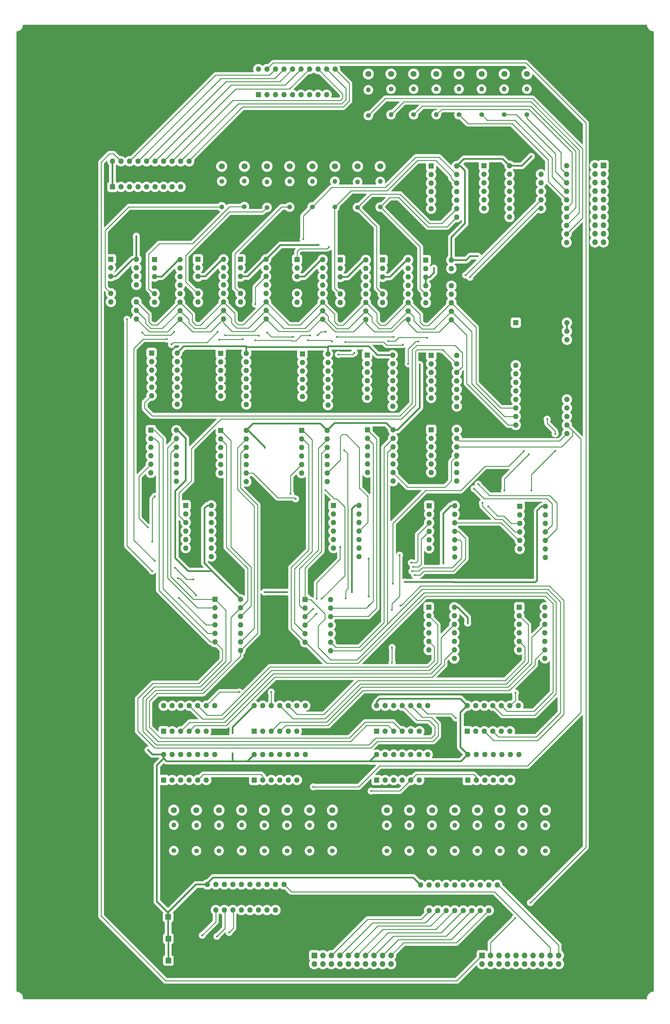
<source format=gbr>
G04 #@! TF.GenerationSoftware,KiCad,Pcbnew,8.0.2*
G04 #@! TF.CreationDate,2024-05-23T11:52:17+02:00*
G04 #@! TF.ProjectId,final-alu,66696e61-6c2d-4616-9c75-2e6b69636164,rev?*
G04 #@! TF.SameCoordinates,Original*
G04 #@! TF.FileFunction,Copper,L2,Bot*
G04 #@! TF.FilePolarity,Positive*
%FSLAX46Y46*%
G04 Gerber Fmt 4.6, Leading zero omitted, Abs format (unit mm)*
G04 Created by KiCad (PCBNEW 8.0.2) date 2024-05-23 11:52:17*
%MOMM*%
%LPD*%
G01*
G04 APERTURE LIST*
G04 #@! TA.AperFunction,ComponentPad*
%ADD10R,1.600000X1.600000*%
G04 #@! TD*
G04 #@! TA.AperFunction,ComponentPad*
%ADD11O,1.600000X1.600000*%
G04 #@! TD*
G04 #@! TA.AperFunction,ComponentPad*
%ADD12C,1.400000*%
G04 #@! TD*
G04 #@! TA.AperFunction,ComponentPad*
%ADD13O,1.400000X1.400000*%
G04 #@! TD*
G04 #@! TA.AperFunction,ComponentPad*
%ADD14R,1.800000X1.800000*%
G04 #@! TD*
G04 #@! TA.AperFunction,ComponentPad*
%ADD15C,1.800000*%
G04 #@! TD*
G04 #@! TA.AperFunction,ComponentPad*
%ADD16R,1.700000X1.700000*%
G04 #@! TD*
G04 #@! TA.AperFunction,ComponentPad*
%ADD17O,1.700000X1.700000*%
G04 #@! TD*
G04 #@! TA.AperFunction,ViaPad*
%ADD18C,0.600000*%
G04 #@! TD*
G04 #@! TA.AperFunction,Conductor*
%ADD19C,0.500000*%
G04 #@! TD*
G04 #@! TA.AperFunction,Conductor*
%ADD20C,0.250000*%
G04 #@! TD*
G04 APERTURE END LIST*
D10*
X110625000Y-126175000D03*
D11*
X110625000Y-128715000D03*
X110625000Y-131255000D03*
X110625000Y-133795000D03*
X110625000Y-136335000D03*
X110625000Y-138875000D03*
X110625000Y-141415000D03*
X110625000Y-143955000D03*
X118245000Y-143955000D03*
X118245000Y-141415000D03*
X118245000Y-138875000D03*
X118245000Y-136335000D03*
X118245000Y-133795000D03*
X118245000Y-131255000D03*
X118245000Y-128715000D03*
X118245000Y-126175000D03*
D10*
X96795000Y-154040000D03*
D11*
X96795000Y-156580000D03*
X96795000Y-159120000D03*
X96795000Y-161660000D03*
X96795000Y-164200000D03*
X96795000Y-166740000D03*
X96795000Y-169280000D03*
X104415000Y-169280000D03*
X104415000Y-166740000D03*
X104415000Y-164200000D03*
X104415000Y-161660000D03*
X104415000Y-159120000D03*
X104415000Y-156580000D03*
X104415000Y-154040000D03*
D10*
X141750000Y-154330000D03*
D11*
X141750000Y-156870000D03*
X141750000Y-159410000D03*
X141750000Y-161950000D03*
X141750000Y-164490000D03*
X141750000Y-167030000D03*
X141750000Y-169570000D03*
X149370000Y-169570000D03*
X149370000Y-167030000D03*
X149370000Y-164490000D03*
X149370000Y-161950000D03*
X149370000Y-159410000D03*
X149370000Y-156870000D03*
X149370000Y-154330000D03*
D12*
X143925000Y-302312500D03*
D13*
X143925000Y-294692500D03*
D14*
X115175000Y-98455000D03*
D15*
X117715000Y-98455000D03*
D12*
X195175000Y-83062500D03*
D13*
X195175000Y-75442500D03*
D12*
X207410000Y-302325000D03*
D13*
X207410000Y-294705000D03*
D12*
X137965000Y-110575000D03*
D13*
X137965000Y-102955000D03*
D10*
X153055000Y-126305000D03*
D11*
X153055000Y-128845000D03*
X153055000Y-131385000D03*
X153055000Y-133925000D03*
X153055000Y-136465000D03*
X153055000Y-139005000D03*
X153055000Y-141545000D03*
X153055000Y-144085000D03*
X160675000Y-144085000D03*
X160675000Y-141545000D03*
X160675000Y-139005000D03*
X160675000Y-136465000D03*
X160675000Y-133925000D03*
X160675000Y-131385000D03*
X160675000Y-128845000D03*
X160675000Y-126305000D03*
D12*
X130425000Y-302312500D03*
D13*
X130425000Y-294692500D03*
D12*
X188425000Y-83062500D03*
D13*
X188425000Y-75442500D03*
D12*
X214160000Y-302325000D03*
D13*
X214160000Y-294705000D03*
D12*
X180410000Y-302325000D03*
D13*
X180410000Y-294705000D03*
D12*
X110175000Y-302312500D03*
D13*
X110175000Y-294692500D03*
D10*
X195880000Y-98300000D03*
D11*
X195880000Y-100840000D03*
X195880000Y-103380000D03*
X195880000Y-105920000D03*
X195880000Y-108460000D03*
X195880000Y-111000000D03*
X195880000Y-113540000D03*
X203500000Y-113540000D03*
X203500000Y-111000000D03*
X203500000Y-108460000D03*
X203500000Y-105920000D03*
X203500000Y-103380000D03*
X203500000Y-100840000D03*
X203500000Y-98300000D03*
D14*
X107620000Y-290192500D03*
D15*
X110160000Y-290192500D03*
D10*
X127435000Y-281205000D03*
D11*
X129975000Y-281205000D03*
X132515000Y-281205000D03*
X135055000Y-281205000D03*
X137595000Y-281205000D03*
X140135000Y-281205000D03*
X142675000Y-281205000D03*
X142675000Y-273585000D03*
X140135000Y-273585000D03*
X137595000Y-273585000D03*
X135055000Y-273585000D03*
X132515000Y-273585000D03*
X129975000Y-273585000D03*
X127435000Y-273585000D03*
D14*
X100870000Y-290192500D03*
D15*
X103410000Y-290192500D03*
D10*
X100425000Y-281205000D03*
D11*
X102965000Y-281205000D03*
X105505000Y-281205000D03*
X108045000Y-281205000D03*
X110585000Y-281205000D03*
X113125000Y-281205000D03*
X115665000Y-281205000D03*
X115665000Y-273585000D03*
X113125000Y-273585000D03*
X110585000Y-273585000D03*
X108045000Y-273585000D03*
X105505000Y-273585000D03*
X102965000Y-273585000D03*
X100425000Y-273585000D03*
D12*
X150675000Y-302312500D03*
D13*
X150675000Y-294692500D03*
D14*
X158885000Y-70942500D03*
D15*
X161425000Y-70942500D03*
D10*
X206425000Y-229755000D03*
D11*
X206425000Y-232295000D03*
X206425000Y-234835000D03*
X206425000Y-237375000D03*
X206425000Y-239915000D03*
X206425000Y-242455000D03*
X206425000Y-244995000D03*
X214045000Y-244995000D03*
X214045000Y-242455000D03*
X214045000Y-239915000D03*
X214045000Y-237375000D03*
X214045000Y-234835000D03*
X214045000Y-232295000D03*
X214045000Y-229755000D03*
D10*
X163885000Y-281255000D03*
D11*
X166425000Y-281255000D03*
X168965000Y-281255000D03*
X171505000Y-281255000D03*
X174045000Y-281255000D03*
X176585000Y-281255000D03*
X179125000Y-281255000D03*
X179125000Y-273635000D03*
X176585000Y-273635000D03*
X174045000Y-273635000D03*
X171505000Y-273635000D03*
X168965000Y-273635000D03*
X166425000Y-273635000D03*
X163885000Y-273635000D03*
D14*
X134635000Y-290192500D03*
D15*
X137175000Y-290192500D03*
D10*
X177000000Y-320075000D03*
D11*
X179540000Y-320075000D03*
X182080000Y-320075000D03*
X184620000Y-320075000D03*
X187160000Y-320075000D03*
X189700000Y-320075000D03*
X192240000Y-320075000D03*
X194780000Y-320075000D03*
X197320000Y-320075000D03*
X199860000Y-320075000D03*
X199860000Y-312455000D03*
X197320000Y-312455000D03*
X194780000Y-312455000D03*
X192240000Y-312455000D03*
X189700000Y-312455000D03*
X187160000Y-312455000D03*
X184620000Y-312455000D03*
X182080000Y-312455000D03*
X179540000Y-312455000D03*
X177000000Y-312455000D03*
D14*
X121120000Y-290192500D03*
D15*
X123660000Y-290192500D03*
D14*
X164410000Y-290205000D03*
D15*
X166950000Y-290205000D03*
D14*
X141385000Y-290192500D03*
D15*
X143925000Y-290192500D03*
D14*
X114370000Y-290192500D03*
D15*
X116910000Y-290192500D03*
D12*
X158215000Y-110705000D03*
D13*
X158215000Y-103085000D03*
D14*
X199410000Y-70942500D03*
D15*
X201950000Y-70942500D03*
D10*
X205375000Y-145000000D03*
D11*
X205375000Y-147540000D03*
X205375000Y-150080000D03*
X205375000Y-152620000D03*
X205375000Y-155160000D03*
X205375000Y-157700000D03*
X205375000Y-160240000D03*
X205375000Y-162780000D03*
X205375000Y-165320000D03*
X205375000Y-167860000D03*
X205375000Y-170400000D03*
X205375000Y-172940000D03*
X205375000Y-175480000D03*
X205375000Y-178020000D03*
X220615000Y-178020000D03*
X220615000Y-175480000D03*
X220615000Y-172940000D03*
X220615000Y-170400000D03*
X220615000Y-167860000D03*
X220615000Y-165320000D03*
X220615000Y-162780000D03*
X220615000Y-160240000D03*
X220615000Y-157700000D03*
X220615000Y-155160000D03*
X220615000Y-152620000D03*
X220615000Y-150080000D03*
X220615000Y-147540000D03*
X220615000Y-145000000D03*
D12*
X200660000Y-302325000D03*
D13*
X200660000Y-294705000D03*
D14*
X179135000Y-70942500D03*
D15*
X181675000Y-70942500D03*
D14*
X162425000Y-98455000D03*
D15*
X164965000Y-98455000D03*
D16*
X231500000Y-98170000D03*
D17*
X228960000Y-98170000D03*
X231500000Y-100710000D03*
X228960000Y-100710000D03*
X231500000Y-103250000D03*
X228960000Y-103250000D03*
X231500000Y-105790000D03*
X228960000Y-105790000D03*
X231500000Y-108330000D03*
X228960000Y-108330000D03*
X231500000Y-110870000D03*
X228960000Y-110870000D03*
X231500000Y-113410000D03*
X228960000Y-113410000D03*
X231500000Y-115950000D03*
X228960000Y-115950000D03*
X231500000Y-118490000D03*
X228960000Y-118490000D03*
X231500000Y-121030000D03*
X228960000Y-121030000D03*
D14*
X171175000Y-290205000D03*
D15*
X173715000Y-290205000D03*
D10*
X180175000Y-154715000D03*
D11*
X180175000Y-157255000D03*
X180175000Y-159795000D03*
X180175000Y-162335000D03*
X180175000Y-164875000D03*
X180175000Y-167415000D03*
X180175000Y-169955000D03*
X187795000Y-169955000D03*
X187795000Y-167415000D03*
X187795000Y-164875000D03*
X187795000Y-162335000D03*
X187795000Y-159795000D03*
X187795000Y-157255000D03*
X187795000Y-154715000D03*
D12*
X187160000Y-302325000D03*
D13*
X187160000Y-294705000D03*
D10*
X179555000Y-199505000D03*
D11*
X179555000Y-202045000D03*
X179555000Y-204585000D03*
X179555000Y-207125000D03*
X179555000Y-209665000D03*
X179555000Y-212205000D03*
X179555000Y-214745000D03*
X187175000Y-214745000D03*
X187175000Y-212205000D03*
X187175000Y-209665000D03*
X187175000Y-207125000D03*
X187175000Y-204585000D03*
X187175000Y-202045000D03*
X187175000Y-199505000D03*
D14*
X128675000Y-98455000D03*
D15*
X131215000Y-98455000D03*
D14*
X184660000Y-290205000D03*
D15*
X187200000Y-290205000D03*
D16*
X101750000Y-322000000D03*
D17*
X104290000Y-322000000D03*
D10*
X163925000Y-266705000D03*
D11*
X166465000Y-266705000D03*
X169005000Y-266705000D03*
X171545000Y-266705000D03*
X174085000Y-266705000D03*
X176625000Y-266705000D03*
X179165000Y-266705000D03*
X179165000Y-259085000D03*
X176625000Y-259085000D03*
X174085000Y-259085000D03*
X171545000Y-259085000D03*
X169005000Y-259085000D03*
X166465000Y-259085000D03*
X163925000Y-259085000D03*
D12*
X208675000Y-83062500D03*
D13*
X208675000Y-75442500D03*
D10*
X113435000Y-319955000D03*
D11*
X115975000Y-319955000D03*
X118515000Y-319955000D03*
X121055000Y-319955000D03*
X123595000Y-319955000D03*
X126135000Y-319955000D03*
X128675000Y-319955000D03*
X131215000Y-319955000D03*
X133755000Y-319955000D03*
X136295000Y-319955000D03*
X136295000Y-312335000D03*
X133755000Y-312335000D03*
X131215000Y-312335000D03*
X128675000Y-312335000D03*
X126135000Y-312335000D03*
X123595000Y-312335000D03*
X121055000Y-312335000D03*
X118515000Y-312335000D03*
X115975000Y-312335000D03*
X113435000Y-312335000D03*
D10*
X127385000Y-266705000D03*
D11*
X129925000Y-266705000D03*
X132465000Y-266705000D03*
X135005000Y-266705000D03*
X137545000Y-266705000D03*
X140085000Y-266705000D03*
X142625000Y-266705000D03*
X142625000Y-259085000D03*
X140085000Y-259085000D03*
X137545000Y-259085000D03*
X135005000Y-259085000D03*
X132465000Y-259085000D03*
X129925000Y-259085000D03*
X127385000Y-259085000D03*
D10*
X115685000Y-227425000D03*
D11*
X115685000Y-229965000D03*
X115685000Y-232505000D03*
X115685000Y-235045000D03*
X115685000Y-237585000D03*
X115685000Y-240125000D03*
X115685000Y-242665000D03*
X123305000Y-242665000D03*
X123305000Y-240125000D03*
X123305000Y-237585000D03*
X123305000Y-235045000D03*
X123305000Y-232505000D03*
X123305000Y-229965000D03*
X123305000Y-227425000D03*
D10*
X141555000Y-177125000D03*
D11*
X141555000Y-179665000D03*
X141555000Y-182205000D03*
X141555000Y-184745000D03*
X141555000Y-187285000D03*
X141555000Y-189825000D03*
X141555000Y-192365000D03*
X149175000Y-192365000D03*
X149175000Y-189825000D03*
X149175000Y-187285000D03*
X149175000Y-184745000D03*
X149175000Y-182205000D03*
X149175000Y-179665000D03*
X149175000Y-177125000D03*
D16*
X101790000Y-328475000D03*
D17*
X104330000Y-328475000D03*
D10*
X142555000Y-227465000D03*
D11*
X142555000Y-230005000D03*
X142555000Y-232545000D03*
X142555000Y-235085000D03*
X142555000Y-237625000D03*
X142555000Y-240165000D03*
X142555000Y-242705000D03*
X150175000Y-242705000D03*
X150175000Y-240165000D03*
X150175000Y-237625000D03*
X150175000Y-235085000D03*
X150175000Y-232545000D03*
X150175000Y-230005000D03*
X150175000Y-227465000D03*
D10*
X117425000Y-177125000D03*
D11*
X117425000Y-179665000D03*
X117425000Y-182205000D03*
X117425000Y-184745000D03*
X117425000Y-187285000D03*
X117425000Y-189825000D03*
X117425000Y-192365000D03*
X125045000Y-192365000D03*
X125045000Y-189825000D03*
X125045000Y-187285000D03*
X125045000Y-184745000D03*
X125045000Y-182205000D03*
X125045000Y-179665000D03*
X125045000Y-177125000D03*
D14*
X204910000Y-290205000D03*
D15*
X207450000Y-290205000D03*
D10*
X117425000Y-154125000D03*
D11*
X117425000Y-156665000D03*
X117425000Y-159205000D03*
X117425000Y-161745000D03*
X117425000Y-164285000D03*
X117425000Y-166825000D03*
X117425000Y-169365000D03*
X125045000Y-169365000D03*
X125045000Y-166825000D03*
X125045000Y-164285000D03*
X125045000Y-161745000D03*
X125045000Y-159205000D03*
X125045000Y-156665000D03*
X125045000Y-154125000D03*
D12*
X161425000Y-83312500D03*
D13*
X161425000Y-75692500D03*
D12*
X151465000Y-110515000D03*
D13*
X151465000Y-102895000D03*
D16*
X101790000Y-334975000D03*
D17*
X104330000Y-334975000D03*
D12*
X131215000Y-110705000D03*
D13*
X131215000Y-103085000D03*
D14*
X192675000Y-70942500D03*
D15*
X195215000Y-70942500D03*
D14*
X121940000Y-98455000D03*
D15*
X124480000Y-98455000D03*
D10*
X140175000Y-126215000D03*
D11*
X140175000Y-128755000D03*
X140175000Y-131295000D03*
X140175000Y-133835000D03*
X140175000Y-136375000D03*
X140175000Y-138915000D03*
X140175000Y-141455000D03*
X140175000Y-143995000D03*
X147795000Y-143995000D03*
X147795000Y-141455000D03*
X147795000Y-138915000D03*
X147795000Y-136375000D03*
X147795000Y-133835000D03*
X147795000Y-131295000D03*
X147795000Y-128755000D03*
X147795000Y-126215000D03*
D10*
X191050000Y-281255000D03*
D11*
X193590000Y-281255000D03*
X196130000Y-281255000D03*
X198670000Y-281255000D03*
X201210000Y-281255000D03*
X203750000Y-281255000D03*
X206290000Y-281255000D03*
X206290000Y-273635000D03*
X203750000Y-273635000D03*
X201210000Y-273635000D03*
X198670000Y-273635000D03*
X196130000Y-273635000D03*
X193590000Y-273635000D03*
X191050000Y-273635000D03*
D14*
X127885000Y-290192500D03*
D15*
X130425000Y-290192500D03*
D16*
X195315000Y-333455000D03*
D17*
X195315000Y-335995000D03*
X197855000Y-333455000D03*
X197855000Y-335995000D03*
X200395000Y-333455000D03*
X200395000Y-335995000D03*
X202935000Y-333455000D03*
X202935000Y-335995000D03*
X205475000Y-333455000D03*
X205475000Y-335995000D03*
X208015000Y-333455000D03*
X208015000Y-335995000D03*
X210555000Y-333455000D03*
X210555000Y-335995000D03*
X213095000Y-333455000D03*
X213095000Y-335995000D03*
X215635000Y-333455000D03*
X215635000Y-335995000D03*
X218175000Y-333455000D03*
X218175000Y-335995000D03*
D10*
X180130000Y-98380000D03*
D11*
X180130000Y-100920000D03*
X180130000Y-103460000D03*
X180130000Y-106000000D03*
X180130000Y-108540000D03*
X180130000Y-111080000D03*
X180130000Y-113620000D03*
X187750000Y-113620000D03*
X187750000Y-111080000D03*
X187750000Y-108540000D03*
X187750000Y-106000000D03*
X187750000Y-103460000D03*
X187750000Y-100920000D03*
X187750000Y-98380000D03*
D12*
X193910000Y-302325000D03*
D13*
X193910000Y-294705000D03*
D10*
X97675000Y-126215000D03*
D11*
X97675000Y-128755000D03*
X97675000Y-131295000D03*
X97675000Y-133835000D03*
X97675000Y-136375000D03*
X97675000Y-138915000D03*
X97675000Y-141455000D03*
X97675000Y-143995000D03*
X105295000Y-143995000D03*
X105295000Y-141455000D03*
X105295000Y-138915000D03*
X105295000Y-136375000D03*
X105295000Y-133835000D03*
X105295000Y-131295000D03*
X105295000Y-128755000D03*
X105295000Y-126215000D03*
D12*
X173660000Y-302325000D03*
D13*
X173660000Y-294705000D03*
D14*
X172385000Y-70942500D03*
D15*
X174925000Y-70942500D03*
D10*
X190925000Y-266705000D03*
D11*
X193465000Y-266705000D03*
X196005000Y-266705000D03*
X198545000Y-266705000D03*
X201085000Y-266705000D03*
X203625000Y-266705000D03*
X206165000Y-266705000D03*
X206165000Y-259085000D03*
X203625000Y-259085000D03*
X201085000Y-259085000D03*
X198545000Y-259085000D03*
X196005000Y-259085000D03*
X193465000Y-259085000D03*
X190925000Y-259085000D03*
D12*
X116925000Y-302312500D03*
D13*
X116925000Y-294692500D03*
D10*
X165675000Y-126305000D03*
D11*
X165675000Y-128845000D03*
X165675000Y-131385000D03*
X165675000Y-133925000D03*
X165675000Y-136465000D03*
X165675000Y-139005000D03*
X165675000Y-141545000D03*
X165675000Y-144085000D03*
X173295000Y-144085000D03*
X173295000Y-141545000D03*
X173295000Y-139005000D03*
X173295000Y-136465000D03*
X173295000Y-133925000D03*
X173295000Y-131385000D03*
X173295000Y-128845000D03*
X173295000Y-126305000D03*
D10*
X123305000Y-126175000D03*
D11*
X123305000Y-128715000D03*
X123305000Y-131255000D03*
X123305000Y-133795000D03*
X123305000Y-136335000D03*
X123305000Y-138875000D03*
X123305000Y-141415000D03*
X123305000Y-143955000D03*
X130925000Y-143955000D03*
X130925000Y-141415000D03*
X130925000Y-138875000D03*
X130925000Y-136335000D03*
X130925000Y-133795000D03*
X130925000Y-131255000D03*
X130925000Y-128715000D03*
X130925000Y-126175000D03*
D12*
X166910000Y-302325000D03*
D13*
X166910000Y-294705000D03*
D12*
X174925000Y-83062500D03*
D13*
X174925000Y-75442500D03*
D14*
X191410000Y-290205000D03*
D15*
X193950000Y-290205000D03*
D10*
X128640000Y-77120000D03*
D11*
X131180000Y-77120000D03*
X133720000Y-77120000D03*
X136260000Y-77120000D03*
X138800000Y-77120000D03*
X141340000Y-77120000D03*
X143880000Y-77120000D03*
X146420000Y-77120000D03*
X148960000Y-77120000D03*
X151500000Y-77120000D03*
X151500000Y-69500000D03*
X148960000Y-69500000D03*
X146420000Y-69500000D03*
X143880000Y-69500000D03*
X141340000Y-69500000D03*
X138800000Y-69500000D03*
X136260000Y-69500000D03*
X133720000Y-69500000D03*
X131180000Y-69500000D03*
X128640000Y-69500000D03*
D10*
X212880000Y-98250000D03*
D11*
X212880000Y-100790000D03*
X212880000Y-103330000D03*
X212880000Y-105870000D03*
X212880000Y-108410000D03*
X212880000Y-110950000D03*
X212880000Y-113490000D03*
X212880000Y-116030000D03*
X212880000Y-118570000D03*
X212880000Y-121110000D03*
X220500000Y-121110000D03*
X220500000Y-118570000D03*
X220500000Y-116030000D03*
X220500000Y-113490000D03*
X220500000Y-110950000D03*
X220500000Y-108410000D03*
X220500000Y-105870000D03*
X220500000Y-103330000D03*
X220500000Y-100790000D03*
X220500000Y-98250000D03*
D12*
X123675000Y-302252500D03*
D13*
X123675000Y-294632500D03*
D10*
X178555000Y-126385000D03*
D11*
X178555000Y-128925000D03*
X178555000Y-131465000D03*
X178555000Y-134005000D03*
X178555000Y-136545000D03*
X178555000Y-139085000D03*
X178555000Y-141625000D03*
X178555000Y-144165000D03*
X186175000Y-144165000D03*
X186175000Y-141625000D03*
X186175000Y-139085000D03*
X186175000Y-136545000D03*
X186175000Y-134005000D03*
X186175000Y-131465000D03*
X186175000Y-128925000D03*
X186175000Y-126385000D03*
D12*
X144715000Y-110515000D03*
D13*
X144715000Y-102895000D03*
D10*
X151045000Y-199465000D03*
D11*
X151045000Y-202005000D03*
X151045000Y-204545000D03*
X151045000Y-207085000D03*
X151045000Y-209625000D03*
X151045000Y-212165000D03*
X151045000Y-214705000D03*
X158665000Y-214705000D03*
X158665000Y-212165000D03*
X158665000Y-209625000D03*
X158665000Y-207085000D03*
X158665000Y-204545000D03*
X158665000Y-202005000D03*
X158665000Y-199465000D03*
D12*
X168175000Y-75442500D03*
D13*
X168175000Y-83062500D03*
D14*
X198160000Y-290205000D03*
D15*
X200700000Y-290205000D03*
D14*
X155675000Y-98455000D03*
D15*
X158215000Y-98455000D03*
D10*
X179425000Y-229795000D03*
D11*
X179425000Y-232335000D03*
X179425000Y-234875000D03*
X179425000Y-237415000D03*
X179425000Y-239955000D03*
X179425000Y-242495000D03*
X179425000Y-245035000D03*
X187045000Y-245035000D03*
X187045000Y-242495000D03*
X187045000Y-239955000D03*
X187045000Y-237415000D03*
X187045000Y-234875000D03*
X187045000Y-232335000D03*
X187045000Y-229795000D03*
D10*
X84675000Y-126120000D03*
D11*
X84675000Y-128660000D03*
X84675000Y-131200000D03*
X84675000Y-133740000D03*
X84675000Y-136280000D03*
X84675000Y-138820000D03*
X84675000Y-141360000D03*
X84675000Y-143900000D03*
X92295000Y-143900000D03*
X92295000Y-141360000D03*
X92295000Y-138820000D03*
X92295000Y-136280000D03*
X92295000Y-133740000D03*
X92295000Y-131200000D03*
X92295000Y-128660000D03*
X92295000Y-126120000D03*
D10*
X96595000Y-177040000D03*
D11*
X96595000Y-179580000D03*
X96595000Y-182120000D03*
X96595000Y-184660000D03*
X96595000Y-187200000D03*
X96595000Y-189740000D03*
X96595000Y-192280000D03*
X104215000Y-192280000D03*
X104215000Y-189740000D03*
X104215000Y-187200000D03*
X104215000Y-184660000D03*
X104215000Y-182120000D03*
X104215000Y-179580000D03*
X104215000Y-177040000D03*
D10*
X100425000Y-266705000D03*
D11*
X102965000Y-266705000D03*
X105505000Y-266705000D03*
X108045000Y-266705000D03*
X110585000Y-266705000D03*
X113125000Y-266705000D03*
X115665000Y-266705000D03*
X115665000Y-259085000D03*
X113125000Y-259085000D03*
X110585000Y-259085000D03*
X108045000Y-259085000D03*
X105505000Y-259085000D03*
X102965000Y-259085000D03*
X100425000Y-259085000D03*
D14*
X165635000Y-70942500D03*
D15*
X168175000Y-70942500D03*
D14*
X177910000Y-290205000D03*
D15*
X180450000Y-290205000D03*
D10*
X161175000Y-176965000D03*
D11*
X161175000Y-179505000D03*
X161175000Y-182045000D03*
X161175000Y-184585000D03*
X161175000Y-187125000D03*
X161175000Y-189665000D03*
X161175000Y-192205000D03*
X168795000Y-192205000D03*
X168795000Y-189665000D03*
X168795000Y-187125000D03*
X168795000Y-184585000D03*
X168795000Y-182045000D03*
X168795000Y-179505000D03*
X168795000Y-176965000D03*
D12*
X124465000Y-110455000D03*
D13*
X124465000Y-102835000D03*
D14*
X206175000Y-70942500D03*
D15*
X208715000Y-70942500D03*
D10*
X85135000Y-104575000D03*
D11*
X87675000Y-104575000D03*
X90215000Y-104575000D03*
X92755000Y-104575000D03*
X95295000Y-104575000D03*
X97835000Y-104575000D03*
X100375000Y-104575000D03*
X102915000Y-104575000D03*
X105455000Y-104575000D03*
X107995000Y-104575000D03*
X107995000Y-96955000D03*
X105455000Y-96955000D03*
X102915000Y-96955000D03*
X100375000Y-96955000D03*
X97835000Y-96955000D03*
X95295000Y-96955000D03*
X92755000Y-96955000D03*
X90215000Y-96955000D03*
X87675000Y-96955000D03*
X85135000Y-96955000D03*
D12*
X201925000Y-83062500D03*
D13*
X201925000Y-75442500D03*
D14*
X211660000Y-290205000D03*
D15*
X214200000Y-290205000D03*
D14*
X135425000Y-98455000D03*
D15*
X137965000Y-98455000D03*
D10*
X161055000Y-154675000D03*
D11*
X161055000Y-157215000D03*
X161055000Y-159755000D03*
X161055000Y-162295000D03*
X161055000Y-164835000D03*
X161055000Y-167375000D03*
X161055000Y-169915000D03*
X168675000Y-169915000D03*
X168675000Y-167375000D03*
X168675000Y-164835000D03*
X168675000Y-162295000D03*
X168675000Y-159755000D03*
X168675000Y-157215000D03*
X168675000Y-154675000D03*
D14*
X148925000Y-98455000D03*
D15*
X151465000Y-98455000D03*
D10*
X180175000Y-176915000D03*
D11*
X180175000Y-179455000D03*
X180175000Y-181995000D03*
X180175000Y-184535000D03*
X180175000Y-187075000D03*
X180175000Y-189615000D03*
X180175000Y-192155000D03*
X187795000Y-192155000D03*
X187795000Y-189615000D03*
X187795000Y-187075000D03*
X187795000Y-184535000D03*
X187795000Y-181995000D03*
X187795000Y-179455000D03*
X187795000Y-176915000D03*
D12*
X181675000Y-75442500D03*
D13*
X181675000Y-83062500D03*
D10*
X106995000Y-199420000D03*
D11*
X106995000Y-201960000D03*
X106995000Y-204500000D03*
X106995000Y-207040000D03*
X106995000Y-209580000D03*
X106995000Y-212120000D03*
X106995000Y-214660000D03*
X114615000Y-214660000D03*
X114615000Y-212120000D03*
X114615000Y-209580000D03*
X114615000Y-207040000D03*
X114615000Y-204500000D03*
X114615000Y-201960000D03*
X114615000Y-199420000D03*
D12*
X103425000Y-302252500D03*
D13*
X103425000Y-294632500D03*
D12*
X117715000Y-102895000D03*
D13*
X117715000Y-110515000D03*
D14*
X148160000Y-290192500D03*
D15*
X150700000Y-290192500D03*
D10*
X206555000Y-199715000D03*
D11*
X206555000Y-202255000D03*
X206555000Y-204795000D03*
X206555000Y-207335000D03*
X206555000Y-209875000D03*
X206555000Y-212415000D03*
X206555000Y-214955000D03*
X214175000Y-214955000D03*
X214175000Y-212415000D03*
X214175000Y-209875000D03*
X214175000Y-207335000D03*
X214175000Y-204795000D03*
X214175000Y-202255000D03*
X214175000Y-199715000D03*
D14*
X185910000Y-70942500D03*
D15*
X188450000Y-70942500D03*
D12*
X137175000Y-302312500D03*
D13*
X137175000Y-294692500D03*
D16*
X145315000Y-333455000D03*
D17*
X145315000Y-335995000D03*
X147855000Y-333455000D03*
X147855000Y-335995000D03*
X150395000Y-333455000D03*
X150395000Y-335995000D03*
X152935000Y-333455000D03*
X152935000Y-335995000D03*
X155475000Y-333455000D03*
X155475000Y-335995000D03*
X158015000Y-333455000D03*
X158015000Y-335995000D03*
X160555000Y-333455000D03*
X160555000Y-335995000D03*
X163095000Y-333455000D03*
X163095000Y-335995000D03*
X165635000Y-333455000D03*
X165635000Y-335995000D03*
X168175000Y-333455000D03*
X168175000Y-335995000D03*
D12*
X164965000Y-110575000D03*
D13*
X164965000Y-102955000D03*
D14*
X142175000Y-98455000D03*
D15*
X144715000Y-98455000D03*
D18*
X158500000Y-308000000D03*
X90000000Y-281750000D03*
X89000000Y-242250000D03*
X131000000Y-334500000D03*
X111250000Y-334250000D03*
X179250000Y-335000000D03*
X171500000Y-316500000D03*
X143500000Y-316500000D03*
X158000000Y-291250000D03*
X182500000Y-271000000D03*
X154000000Y-266250000D03*
X174250000Y-239250000D03*
X112500000Y-184500000D03*
X110250000Y-160000000D03*
X175750000Y-184000000D03*
X120500000Y-217750000D03*
X135750000Y-216000000D03*
X135000000Y-243250000D03*
X158750000Y-237500000D03*
X195750000Y-238750000D03*
X196750000Y-209750000D03*
X213250000Y-167000000D03*
X200250000Y-151250000D03*
X212500000Y-130250000D03*
X207250000Y-109750000D03*
X168250000Y-117250000D03*
X94000000Y-116000000D03*
X101750000Y-242250000D03*
X89250000Y-311750000D03*
X85750000Y-263250000D03*
X85750000Y-225250000D03*
X85750000Y-185500000D03*
X85750000Y-154500000D03*
X82000000Y-338750000D03*
X64250000Y-324500000D03*
X64250000Y-285750000D03*
X64250000Y-245500000D03*
X64250000Y-203250000D03*
X64250000Y-165250000D03*
X64250000Y-132000000D03*
X64250000Y-99500000D03*
X60000000Y-81000000D03*
X93500000Y-79750000D03*
X131500000Y-89500000D03*
X205500000Y-91500000D03*
X218500000Y-82250000D03*
X237750000Y-328750000D03*
X237750000Y-302500000D03*
X237750000Y-270250000D03*
X237750000Y-237250000D03*
X237750000Y-207500000D03*
X237750000Y-179500000D03*
X237750000Y-154000000D03*
X237750000Y-131500000D03*
X238750000Y-97250000D03*
X238500000Y-74250000D03*
X226250000Y-66000000D03*
X204500000Y-62500000D03*
X182500000Y-62500000D03*
X155750000Y-62500000D03*
X132500000Y-62500000D03*
X106000000Y-62500000D03*
X83750000Y-62500000D03*
X62000000Y-62500000D03*
X194031842Y-125218158D03*
X210000000Y-95500000D03*
X181000000Y-128750000D03*
X146625000Y-121825000D03*
X137250000Y-225250000D03*
X211750000Y-221773192D03*
X130500000Y-225250000D03*
X130500000Y-182250000D03*
X183750000Y-216750000D03*
X95750000Y-272250000D03*
X187045000Y-222279999D03*
X176750000Y-157500000D03*
X121000000Y-273250000D03*
X121000000Y-267250000D03*
X92250000Y-119250000D03*
X187035000Y-257035000D03*
X191025000Y-234500000D03*
X172250000Y-222250000D03*
X156500000Y-225250000D03*
X205250000Y-255250000D03*
X202000000Y-195000000D03*
X209250000Y-184250000D03*
X187500000Y-262750000D03*
X174250000Y-196500000D03*
X127250000Y-126250000D03*
X164945000Y-171575000D03*
X136500000Y-120575000D03*
X156500000Y-128000000D03*
X169000000Y-196500000D03*
X108250000Y-125500000D03*
X127250000Y-132250000D03*
X206842500Y-313092500D03*
X169750000Y-127000000D03*
X161250000Y-120500000D03*
X144000000Y-221500000D03*
X137750000Y-124000000D03*
X210000000Y-107750000D03*
X187250000Y-266750000D03*
X190234149Y-117765851D03*
X200000000Y-242000000D03*
X107575000Y-195416269D03*
X150657720Y-277185000D03*
X183750000Y-266750000D03*
X182750000Y-220750000D03*
X116250000Y-253625000D03*
X174250000Y-101250000D03*
X142555000Y-252010000D03*
X214250000Y-254250000D03*
X143250000Y-126250000D03*
X101000000Y-137250000D03*
X156500000Y-132500000D03*
X191000000Y-264000000D03*
X200750000Y-118500000D03*
X169750000Y-132000000D03*
X206434076Y-253259076D03*
X180750000Y-196250000D03*
X200000000Y-219750000D03*
X183000000Y-117750000D03*
X134095000Y-235405000D03*
X150000000Y-255250000D03*
X143250000Y-137000000D03*
X212500000Y-275000000D03*
X120125000Y-280875000D03*
X172250000Y-120500000D03*
X141500000Y-204750000D03*
X125057372Y-252557372D03*
X161675000Y-229205000D03*
X170984149Y-229234149D03*
X139750000Y-197500000D03*
X95750000Y-206000000D03*
X109250000Y-221485000D03*
X103750000Y-218000000D03*
X97000000Y-210250000D03*
X97750000Y-196750000D03*
X207750000Y-183170000D03*
X168750000Y-222750000D03*
X132465000Y-255030000D03*
X122968298Y-255000000D03*
X142000000Y-120130000D03*
X138250000Y-196000000D03*
X116272800Y-327804502D03*
X119925000Y-326629502D03*
X205169149Y-322330851D03*
X209750000Y-317750000D03*
X111925000Y-327455000D03*
X145000000Y-283250000D03*
X162250000Y-284500000D03*
X168500000Y-241750000D03*
X168500000Y-246250000D03*
X168500000Y-230500000D03*
X170750000Y-214250000D03*
X214737500Y-173737500D03*
X217108351Y-183170000D03*
X217108351Y-178108351D03*
X210000000Y-195000000D03*
X178991331Y-149491331D03*
X167350000Y-150500000D03*
X173325000Y-157250000D03*
X161500000Y-226550000D03*
X161500000Y-215250000D03*
X176335347Y-150575000D03*
X192925000Y-194455000D03*
X169000000Y-149250000D03*
X152000000Y-149250000D03*
X194175000Y-193130000D03*
X154250000Y-183000000D03*
X171750000Y-151500000D03*
X154575000Y-150750000D03*
X154625000Y-227125000D03*
X145000000Y-230250000D03*
X153019090Y-211852612D03*
X146000000Y-227250000D03*
X127750000Y-139500000D03*
X152500000Y-154500000D03*
X150625000Y-150625000D03*
X143425000Y-150250000D03*
X139000000Y-149250000D03*
X157250000Y-154000000D03*
X131250000Y-148000000D03*
X195425000Y-198705000D03*
X144080868Y-148844167D03*
X127750000Y-150250000D03*
X149661096Y-122516711D03*
X197130851Y-199749149D03*
X146000000Y-231750000D03*
X147500000Y-227250000D03*
X148750000Y-147750000D03*
X148675000Y-194925000D03*
X146250000Y-148750000D03*
X124020851Y-149925000D03*
X117000000Y-150100000D03*
X175250000Y-220175000D03*
X128875000Y-148875000D03*
X118750000Y-148750000D03*
X102740000Y-151490000D03*
X116500000Y-147750000D03*
X174431015Y-219046700D03*
X104647958Y-221102042D03*
X110022958Y-226250000D03*
X97750000Y-216000000D03*
X101312023Y-149925000D03*
X94000000Y-148000000D03*
X103500000Y-147750000D03*
X174778600Y-217742211D03*
X174250000Y-216500000D03*
X89500000Y-144000000D03*
X97000000Y-219000000D03*
X105000000Y-227000000D03*
X190422050Y-130867950D03*
X183750000Y-153250000D03*
X191712994Y-131500000D03*
D19*
X113483630Y-199420000D02*
X112565000Y-200338630D01*
X130500000Y-182250000D02*
X130500000Y-182000000D01*
X187015001Y-222250000D02*
X172250000Y-222250000D01*
X213043630Y-199715000D02*
X211750000Y-201008630D01*
X190250000Y-99748630D02*
X190250000Y-115500000D01*
X101750000Y-322000000D02*
X101750000Y-320750000D01*
X85135000Y-104575000D02*
X85135000Y-96955000D01*
X190250000Y-115500000D02*
X186175000Y-119575000D01*
X114615000Y-199420000D02*
X113483630Y-199420000D01*
X188881370Y-98380000D02*
X190250000Y-99748630D01*
X163925000Y-257953630D02*
X163925000Y-259085000D01*
X183750000Y-216750000D02*
X183750000Y-201798630D01*
X220615000Y-145000000D02*
X220615000Y-147540000D01*
X186175000Y-119575000D02*
X186175000Y-126385000D01*
X127095000Y-175075000D02*
X147125000Y-175075000D01*
X189000000Y-275685000D02*
X191050000Y-273635000D01*
X100425000Y-274716370D02*
X101343630Y-275635000D01*
X110065000Y-312335000D02*
X101750000Y-320650000D01*
X187750000Y-98380000D02*
X189880000Y-96250000D01*
X97085000Y-273585000D02*
X95750000Y-272250000D01*
X140175000Y-131295000D02*
X142355862Y-131295000D01*
X92250000Y-119250000D02*
X92250000Y-119750000D01*
X194031842Y-125218158D02*
X191781842Y-125218158D01*
X104215000Y-177040000D02*
X104574138Y-177040000D01*
X91163630Y-126120000D02*
X86083630Y-131200000D01*
X101750000Y-320650000D02*
X101750000Y-322000000D01*
X187035000Y-257035000D02*
X188875000Y-257035000D01*
X188875000Y-261135000D02*
X188875000Y-271460000D01*
X158665000Y-199465000D02*
X157533630Y-199465000D01*
X92250000Y-119750000D02*
X92295000Y-119795000D01*
X149370000Y-154330000D02*
X149370000Y-152205000D01*
X174795000Y-310250000D02*
X177000000Y-312455000D01*
X156500000Y-200498630D02*
X156500000Y-225250000D01*
X187045000Y-222279999D02*
X187095000Y-222329999D01*
X186043630Y-199505000D02*
X187175000Y-199505000D01*
X98375000Y-276875000D02*
X100425000Y-274825000D01*
X104935862Y-126215000D02*
X105295000Y-126215000D01*
X161885000Y-275635000D02*
X161935000Y-275685000D01*
X161885000Y-275635000D02*
X163885000Y-273635000D01*
X181000000Y-130151370D02*
X181000000Y-128750000D01*
X211750000Y-201008630D02*
X211750000Y-221773192D01*
X191781842Y-125218158D02*
X190615000Y-126385000D01*
X147435862Y-126215000D02*
X147795000Y-126215000D01*
X170134138Y-176965000D02*
X176750000Y-170349138D01*
X155235862Y-131385000D02*
X160315862Y-126305000D01*
X103872030Y-195168555D02*
X103872030Y-215122030D01*
X191025000Y-234500000D02*
X191025000Y-232775000D01*
X168795000Y-176965000D02*
X170134138Y-176965000D01*
X130500000Y-182000000D02*
X125625000Y-177125000D01*
X190925000Y-259085000D02*
X188875000Y-261135000D01*
X185815862Y-126385000D02*
X186175000Y-126385000D01*
X189880000Y-96250000D02*
X201450000Y-96250000D01*
X183750000Y-201798630D02*
X186043630Y-199505000D01*
X125000000Y-152075000D02*
X125205000Y-152280000D01*
X92295000Y-119795000D02*
X92295000Y-126120000D01*
X146575000Y-121875000D02*
X135225000Y-121875000D01*
X161575000Y-152075000D02*
X164175000Y-154675000D01*
X187035000Y-257035000D02*
X164843630Y-257035000D01*
X201450000Y-96250000D02*
X203500000Y-98300000D01*
X188045000Y-229795000D02*
X187045000Y-229795000D01*
X165675000Y-131385000D02*
X167855862Y-131385000D01*
X203500000Y-98300000D02*
X207200000Y-98300000D01*
X125625000Y-177125000D02*
X125045000Y-177125000D01*
X142355862Y-131295000D02*
X147435862Y-126215000D01*
X104415000Y-154040000D02*
X106380000Y-152075000D01*
X113435000Y-312335000D02*
X113435000Y-311975862D01*
X92295000Y-126120000D02*
X91163630Y-126120000D01*
X167855862Y-131385000D02*
X172935862Y-126305000D01*
X101750000Y-322000000D02*
X101750000Y-328435000D01*
X116750000Y-310250000D02*
X174795000Y-310250000D01*
X125045000Y-152120000D02*
X125000000Y-152075000D01*
X115125862Y-310285000D02*
X116715000Y-310285000D01*
X106015000Y-192985000D02*
X106015000Y-193025585D01*
X188875000Y-271460000D02*
X191050000Y-273635000D01*
X125385000Y-275635000D02*
X127435000Y-273585000D01*
X106380000Y-152075000D02*
X125000000Y-152075000D01*
X187750000Y-98380000D02*
X188881370Y-98380000D01*
X121000000Y-267250000D02*
X121000000Y-265470000D01*
X113435000Y-312335000D02*
X110065000Y-312335000D01*
X190615000Y-126385000D02*
X186175000Y-126385000D01*
X117885862Y-126175000D02*
X118245000Y-126175000D01*
X121000000Y-265470000D02*
X127385000Y-259085000D01*
X149370000Y-152205000D02*
X149500000Y-152075000D01*
X110625000Y-131255000D02*
X112805862Y-131255000D01*
X116715000Y-310285000D02*
X116750000Y-310250000D01*
X187095000Y-222329999D02*
X211193192Y-222330000D01*
X101790000Y-334975000D02*
X101790000Y-328475000D01*
X164843630Y-257035000D02*
X163925000Y-257953630D01*
X101750000Y-328435000D02*
X101790000Y-328475000D01*
X207200000Y-98300000D02*
X210000000Y-95500000D01*
X147125000Y-175075000D02*
X149175000Y-177125000D01*
X97675000Y-131295000D02*
X99855862Y-131295000D01*
X191025000Y-232775000D02*
X188045000Y-229795000D01*
X151385000Y-174915000D02*
X166745000Y-174915000D01*
X178555000Y-131465000D02*
X179686370Y-131465000D01*
X103872030Y-215122030D02*
X107750000Y-219000000D01*
X113435000Y-311975862D02*
X115125862Y-310285000D01*
X99855862Y-131295000D02*
X104935862Y-126215000D01*
X123305000Y-131255000D02*
X125485862Y-131255000D01*
X101343630Y-275635000D02*
X121000000Y-275635000D01*
X157533630Y-199465000D02*
X156500000Y-200498630D01*
X172935862Y-126305000D02*
X173295000Y-126305000D01*
X178555000Y-134005000D02*
X178555000Y-131465000D01*
X112565000Y-216685000D02*
X116065000Y-220185000D01*
X161935000Y-275685000D02*
X189000000Y-275685000D01*
X116065000Y-220185000D02*
X123305000Y-227425000D01*
X146625000Y-121825000D02*
X146575000Y-121875000D01*
X149175000Y-177125000D02*
X151385000Y-174915000D01*
X135225000Y-121875000D02*
X130925000Y-126175000D01*
X112805862Y-131255000D02*
X117885862Y-126175000D01*
X125385000Y-275635000D02*
X161885000Y-275635000D01*
X130500000Y-225250000D02*
X137250000Y-225250000D01*
X211193192Y-222330000D02*
X211750000Y-221773192D01*
X149295000Y-152280000D02*
X149500000Y-152075000D01*
X107000000Y-179465862D02*
X107000000Y-192000000D01*
X187045000Y-222279999D02*
X187015001Y-222250000D01*
X176750000Y-170349138D02*
X176750000Y-157500000D01*
X166745000Y-174915000D02*
X168795000Y-176965000D01*
X100425000Y-274825000D02*
X100425000Y-273585000D01*
X130565862Y-126175000D02*
X130925000Y-126175000D01*
X104574138Y-177040000D02*
X107000000Y-179465862D01*
X125045000Y-177125000D02*
X127095000Y-175075000D01*
X214175000Y-199715000D02*
X213043630Y-199715000D01*
X100425000Y-273585000D02*
X100425000Y-274716370D01*
X125485862Y-131255000D02*
X130565862Y-126175000D01*
X106015000Y-193025585D02*
X103872030Y-195168555D01*
X125045000Y-154125000D02*
X125045000Y-152120000D01*
X121000000Y-275635000D02*
X125385000Y-275635000D01*
X107000000Y-192000000D02*
X106015000Y-192985000D01*
X188875000Y-257035000D02*
X190925000Y-259085000D01*
X153055000Y-131385000D02*
X155235862Y-131385000D01*
X160315862Y-126305000D02*
X160675000Y-126305000D01*
X164175000Y-154675000D02*
X168675000Y-154675000D01*
X125205000Y-152280000D02*
X149295000Y-152280000D01*
X101750000Y-320750000D02*
X98375000Y-317375000D01*
X98375000Y-317375000D02*
X98375000Y-276875000D01*
X179686370Y-131465000D02*
X181000000Y-130151370D01*
X86083630Y-131200000D02*
X84675000Y-131200000D01*
X107750000Y-219000000D02*
X114880000Y-219000000D01*
X121000000Y-273250000D02*
X121000000Y-275635000D01*
X149500000Y-152075000D02*
X161575000Y-152075000D01*
X114880000Y-219000000D02*
X116065000Y-220185000D01*
X100425000Y-273585000D02*
X97085000Y-273585000D01*
X112565000Y-200338630D02*
X112565000Y-216685000D01*
D20*
X186247893Y-261497893D02*
X187500000Y-262750000D01*
X205250000Y-257500000D02*
X203665000Y-259085000D01*
X205250000Y-255250000D02*
X205250000Y-257500000D01*
X176625000Y-259085000D02*
X179037893Y-261497893D01*
X179037893Y-261497893D02*
X186247893Y-261497893D01*
X203665000Y-259085000D02*
X203625000Y-259085000D01*
X209250000Y-184250000D02*
X202000000Y-191500000D01*
X202000000Y-191500000D02*
X202000000Y-195000000D01*
D19*
X110750000Y-195416269D02*
X116333731Y-195416269D01*
X127750000Y-288042500D02*
X134750000Y-288042500D01*
X207555862Y-178020000D02*
X205375000Y-178020000D01*
X200750000Y-118500000D02*
X199750000Y-118500000D01*
X206842500Y-313092500D02*
X211660000Y-308275000D01*
X186000000Y-68792500D02*
X192750000Y-68792500D01*
X85034138Y-133740000D02*
X84675000Y-133740000D01*
X135500000Y-96305000D02*
X142000000Y-96305000D01*
X142250000Y-288042500D02*
X146010000Y-288042500D01*
X169750000Y-132000000D02*
X167825000Y-133925000D01*
X172385000Y-70942500D02*
X172385000Y-68907500D01*
X98765000Y-171250000D02*
X96795000Y-169280000D01*
X171175000Y-288175000D02*
X171000000Y-288000000D01*
X148925000Y-98455000D02*
X148925000Y-96380000D01*
X150000000Y-138495585D02*
X153049415Y-141545000D01*
X204025000Y-68792500D02*
X206175000Y-70942500D01*
X206290000Y-281255000D02*
X206290000Y-287960000D01*
X115125862Y-317905000D02*
X135000000Y-317905000D01*
X97675000Y-143995000D02*
X97675000Y-141455000D01*
X210000000Y-99830000D02*
X210000000Y-107750000D01*
X115540000Y-171250000D02*
X117425000Y-169365000D01*
X136500000Y-120575000D02*
X136425000Y-120500000D01*
X150657720Y-279342280D02*
X148795000Y-281205000D01*
X110625000Y-141415000D02*
X111756370Y-141415000D01*
X107575000Y-195416269D02*
X110750000Y-195416269D01*
X164945000Y-171445000D02*
X163415000Y-169915000D01*
X172385000Y-68907500D02*
X172500000Y-68792500D01*
X100870000Y-290192500D02*
X100870000Y-288792500D01*
X148795000Y-281205000D02*
X142675000Y-281205000D01*
X184750000Y-288000000D02*
X191500000Y-288000000D01*
X177000000Y-320075000D02*
X177000000Y-319155000D01*
X97680585Y-133835000D02*
X97675000Y-133835000D01*
X110750000Y-212036370D02*
X110750000Y-195416269D01*
X141500000Y-204750000D02*
X141500000Y-192420000D01*
X184125000Y-137186370D02*
X184125000Y-132375000D01*
X206555000Y-214955000D02*
X192531521Y-214955000D01*
X100870000Y-288792500D02*
X101620000Y-288042500D01*
X148160000Y-288792500D02*
X148952500Y-288000000D01*
X153055000Y-144085000D02*
X153055000Y-141545000D01*
X119435000Y-171375000D02*
X117425000Y-169365000D01*
X148925000Y-96380000D02*
X149000000Y-96305000D01*
X183000000Y-117750000D02*
X183000000Y-129421370D01*
X178555000Y-141625000D02*
X179686370Y-141625000D01*
X136295000Y-319955000D02*
X136295000Y-319200000D01*
X122000000Y-96305000D02*
X128750000Y-96305000D01*
X150000000Y-255250000D02*
X148000000Y-253250000D01*
X209455000Y-288000000D02*
X211660000Y-290205000D01*
X185910000Y-68882500D02*
X186000000Y-68792500D01*
X104290000Y-328380000D02*
X104290000Y-322000000D01*
X199410000Y-70942500D02*
X199410000Y-68882500D01*
X185035000Y-131465000D02*
X186175000Y-131465000D01*
X123305000Y-133795000D02*
X125705000Y-133795000D01*
X186760000Y-131465000D02*
X205375000Y-150080000D01*
X183750000Y-266750000D02*
X187250000Y-266750000D01*
X110619415Y-133795000D02*
X110625000Y-133795000D01*
X142000000Y-96305000D02*
X149000000Y-96305000D01*
X97675000Y-141455000D02*
X98806370Y-141455000D01*
X106335000Y-319955000D02*
X104290000Y-322000000D01*
X194520000Y-178020000D02*
X190000000Y-173500000D01*
X98806370Y-141455000D02*
X101000000Y-139261370D01*
X185910000Y-70942500D02*
X185910000Y-68882500D01*
X128675000Y-98455000D02*
X128675000Y-96380000D01*
X177910000Y-290205000D02*
X177910000Y-288160000D01*
X101000000Y-137250000D02*
X101000000Y-137154415D01*
X104330000Y-334975000D02*
X104330000Y-328475000D01*
X155675000Y-98455000D02*
X155675000Y-96380000D01*
X125705000Y-133795000D02*
X127250000Y-132250000D01*
X192675000Y-68867500D02*
X192750000Y-68792500D01*
X136295000Y-319200000D02*
X135000000Y-317905000D01*
X211580000Y-98250000D02*
X210000000Y-99830000D01*
X92300585Y-136280000D02*
X97475585Y-141455000D01*
X108250000Y-125500000D02*
X108250000Y-131425585D01*
X220615000Y-160240000D02*
X220615000Y-157700000D01*
X145085000Y-124415000D02*
X148915000Y-124415000D01*
X220615000Y-155160000D02*
X220615000Y-152620000D01*
X204750000Y-288000000D02*
X206250000Y-288000000D01*
X104330000Y-328420000D02*
X104290000Y-328380000D01*
X98765000Y-171250000D02*
X115540000Y-171250000D01*
X182000000Y-197500000D02*
X180750000Y-196250000D01*
X108250000Y-131425585D02*
X110619415Y-133795000D01*
X141385000Y-288177500D02*
X141250000Y-288042500D01*
X166455000Y-141545000D02*
X167725000Y-140275000D01*
X192531521Y-214955000D02*
X186736521Y-220750000D01*
X164750000Y-288000000D02*
X171000000Y-288000000D01*
X205375000Y-178020000D02*
X194520000Y-178020000D01*
X220255862Y-165320000D02*
X207555862Y-178020000D01*
X144250000Y-171375000D02*
X159595000Y-171375000D01*
X155750000Y-96305000D02*
X160275000Y-96305000D01*
X158885000Y-93170000D02*
X155750000Y-96305000D01*
X183000000Y-129421370D02*
X185043630Y-131465000D01*
X84675000Y-143900000D02*
X84675000Y-141360000D01*
X135000000Y-317905000D02*
X175750000Y-317905000D01*
X143795000Y-253250000D02*
X142555000Y-252010000D01*
X220615000Y-165320000D02*
X220615000Y-162780000D01*
X205375000Y-155160000D02*
X205375000Y-152620000D01*
X123305000Y-141415000D02*
X123299415Y-141415000D01*
X104330000Y-328475000D02*
X104330000Y-328420000D01*
X172250000Y-120500000D02*
X169750000Y-123000000D01*
X117425000Y-194325000D02*
X117425000Y-192365000D01*
X206165000Y-266705000D02*
X206165000Y-265573630D01*
X153055000Y-141545000D02*
X154186370Y-141545000D01*
X143555000Y-171375000D02*
X144250000Y-171375000D01*
X209750000Y-277795000D02*
X206290000Y-281255000D01*
X206165000Y-265573630D02*
X204591370Y-264000000D01*
X135425000Y-96380000D02*
X135500000Y-96305000D01*
X179125000Y-287875000D02*
X179250000Y-288000000D01*
X149000000Y-96305000D02*
X155750000Y-96305000D01*
X160275000Y-96305000D02*
X162425000Y-98455000D01*
X148915000Y-124415000D02*
X150000000Y-125500000D01*
X123299415Y-141415000D02*
X120045000Y-138160585D01*
X144250000Y-171375000D02*
X119435000Y-171375000D01*
X141385000Y-290192500D02*
X141385000Y-288177500D01*
X164410000Y-288340000D02*
X164750000Y-288000000D01*
X195880000Y-114630000D02*
X195880000Y-113540000D01*
X151045000Y-214705000D02*
X144250000Y-221500000D01*
X185043630Y-131465000D02*
X186175000Y-131465000D01*
X143250000Y-137000000D02*
X143250000Y-136904415D01*
X101000000Y-139261370D02*
X101000000Y-137250000D01*
X120125000Y-280875000D02*
X119795000Y-281205000D01*
X195880000Y-114870000D02*
X195880000Y-113540000D01*
X158885000Y-70942500D02*
X158885000Y-93170000D01*
X107620000Y-290192500D02*
X107620000Y-288412500D01*
X113435000Y-319955000D02*
X113435000Y-319595862D01*
X179125000Y-281255000D02*
X179125000Y-287875000D01*
X148000000Y-253250000D02*
X143795000Y-253250000D01*
X141306370Y-141455000D02*
X143250000Y-139511370D01*
X87574138Y-136280000D02*
X87397069Y-136102931D01*
X115925000Y-96305000D02*
X122000000Y-96305000D01*
X179135000Y-70942500D02*
X179135000Y-68927500D01*
X156500000Y-128000000D02*
X156500000Y-125250000D01*
X206925000Y-253750000D02*
X213750000Y-253750000D01*
X184125000Y-132375000D02*
X185035000Y-131465000D01*
X107620000Y-288412500D02*
X107250000Y-288042500D01*
X158885000Y-70942500D02*
X158885000Y-69542500D01*
X87397069Y-139769301D02*
X87397069Y-136102931D01*
X166034138Y-133925000D02*
X165675000Y-133925000D01*
X202995000Y-244995000D02*
X206425000Y-244995000D01*
X156500000Y-132500000D02*
X155075000Y-133925000D01*
X134750000Y-288042500D02*
X141250000Y-288042500D01*
X220615000Y-157700000D02*
X220615000Y-155160000D01*
X198160000Y-290205000D02*
X198160000Y-288160000D01*
X190234149Y-117765851D02*
X190250000Y-117750000D01*
X107995000Y-104575000D02*
X110175000Y-104575000D01*
X146010000Y-288042500D02*
X148160000Y-290192500D01*
X128750000Y-96305000D02*
X135500000Y-96305000D01*
X123664138Y-133795000D02*
X123305000Y-133795000D01*
X192675000Y-70942500D02*
X192675000Y-68867500D01*
X121120000Y-288172500D02*
X121250000Y-288042500D01*
X110625000Y-143955000D02*
X110625000Y-141415000D01*
X116333731Y-195416269D02*
X117425000Y-194325000D01*
X155250000Y-140481370D02*
X155250000Y-134988630D01*
X165635000Y-70942500D02*
X165635000Y-68907500D01*
X128675000Y-96380000D02*
X128750000Y-96305000D01*
X172500000Y-68792500D02*
X179000000Y-68792500D01*
X92295000Y-136280000D02*
X87574138Y-136280000D01*
X115665000Y-281205000D02*
X115665000Y-287957500D01*
X204795000Y-214955000D02*
X200000000Y-219750000D01*
X153049415Y-141545000D02*
X153055000Y-141545000D01*
X179555000Y-214745000D02*
X180686370Y-214745000D01*
X115665000Y-287957500D02*
X115750000Y-288042500D01*
X141500000Y-192420000D02*
X141555000Y-192365000D01*
X154186370Y-141545000D02*
X155250000Y-140481370D01*
X220615000Y-165320000D02*
X220255862Y-165320000D01*
X190000000Y-173500000D02*
X183720000Y-173500000D01*
X142675000Y-287617500D02*
X142250000Y-288042500D01*
X206290000Y-287960000D02*
X206250000Y-288000000D01*
X179000000Y-68792500D02*
X186000000Y-68792500D01*
X180130000Y-113620000D02*
X180124415Y-113620000D01*
X209750000Y-277750000D02*
X209750000Y-277795000D01*
X143250000Y-126250000D02*
X145085000Y-124415000D01*
X183720000Y-173500000D02*
X180175000Y-169955000D01*
X120045000Y-125429415D02*
X118365585Y-123750000D01*
X204910000Y-290205000D02*
X204910000Y-288160000D01*
X115175000Y-97055000D02*
X115925000Y-96305000D01*
X106995000Y-214660000D02*
X108126370Y-214660000D01*
X154186370Y-133925000D02*
X153055000Y-133925000D01*
X84675000Y-141360000D02*
X85806370Y-141360000D01*
X114500000Y-288042500D02*
X115750000Y-288042500D01*
X155675000Y-96380000D02*
X155750000Y-96305000D01*
X123305000Y-141415000D02*
X123664138Y-141415000D01*
X205375000Y-147540000D02*
X205375000Y-150080000D01*
X192750000Y-68792500D02*
X199500000Y-68792500D01*
X136425000Y-120500000D02*
X133000000Y-120500000D01*
X164410000Y-290205000D02*
X164410000Y-288340000D01*
X158885000Y-69542500D02*
X159635000Y-68792500D01*
X159635000Y-68792500D02*
X165750000Y-68792500D01*
X112675000Y-140496370D02*
X112675000Y-134925000D01*
X220615000Y-152620000D02*
X205375000Y-152620000D01*
X141750000Y-169570000D02*
X143555000Y-171375000D01*
X85806370Y-141360000D02*
X87397069Y-139769301D01*
X204591370Y-264000000D02*
X191000000Y-264000000D01*
X137750000Y-133000000D02*
X138585000Y-133835000D01*
X142175000Y-96480000D02*
X142000000Y-96305000D01*
X150657720Y-277185000D02*
X150657720Y-279342280D01*
X199860000Y-319715862D02*
X199860000Y-320075000D01*
X143250000Y-139511370D02*
X143250000Y-137000000D01*
X134635000Y-288157500D02*
X134750000Y-288042500D01*
X140175000Y-143995000D02*
X140175000Y-141455000D01*
X110000000Y-123750000D02*
X108250000Y-125500000D01*
X206434076Y-253259076D02*
X206925000Y-253750000D01*
X206250000Y-288000000D02*
X209455000Y-288000000D01*
X174250000Y-107745585D02*
X174250000Y-103000000D01*
X165750000Y-68792500D02*
X172500000Y-68792500D01*
X174000000Y-196500000D02*
X169000000Y-196500000D01*
X140180585Y-133835000D02*
X140175000Y-133835000D01*
X190250000Y-117750000D02*
X193000000Y-117750000D01*
X204910000Y-288160000D02*
X204750000Y-288000000D01*
X141395000Y-242705000D02*
X134095000Y-235405000D01*
X177000000Y-319155000D02*
X175750000Y-317905000D01*
X123305000Y-143955000D02*
X123305000Y-141415000D01*
X121120000Y-290192500D02*
X121120000Y-288172500D01*
X191410000Y-290205000D02*
X191410000Y-288090000D01*
X155075000Y-133925000D02*
X153055000Y-133925000D01*
X177910000Y-288160000D02*
X177750000Y-288000000D01*
X179135000Y-68927500D02*
X179000000Y-68792500D01*
X179686370Y-141625000D02*
X184125000Y-137186370D01*
X180686370Y-214745000D02*
X182000000Y-213431370D01*
X211660000Y-308275000D02*
X211660000Y-290205000D01*
X87397069Y-136102931D02*
X85034138Y-133740000D01*
X115175000Y-98455000D02*
X115175000Y-97055000D01*
X206555000Y-214955000D02*
X204795000Y-214955000D01*
X101620000Y-288042500D02*
X107250000Y-288042500D01*
X113435000Y-319955000D02*
X106335000Y-319955000D01*
X205375000Y-152620000D02*
X205375000Y-150080000D01*
X174250000Y-103000000D02*
X174250000Y-101250000D01*
X112675000Y-134925000D02*
X111545000Y-133795000D01*
X191500000Y-288000000D02*
X198000000Y-288000000D01*
X101000000Y-137154415D02*
X97680585Y-133835000D01*
X200000000Y-242000000D02*
X202995000Y-244995000D01*
X111545000Y-133795000D02*
X110625000Y-133795000D01*
X165675000Y-141545000D02*
X166455000Y-141545000D01*
X111756370Y-141415000D02*
X112675000Y-140496370D01*
X212880000Y-98250000D02*
X211580000Y-98250000D01*
X167825000Y-133925000D02*
X165675000Y-133925000D01*
X177750000Y-288000000D02*
X179250000Y-288000000D01*
X182000000Y-213431370D02*
X182000000Y-197500000D01*
X220615000Y-160240000D02*
X220615000Y-162780000D01*
X107250000Y-288042500D02*
X114500000Y-288042500D01*
X114370000Y-290192500D02*
X114370000Y-288172500D01*
X115750000Y-288042500D02*
X121250000Y-288042500D01*
X137750000Y-124000000D02*
X137750000Y-133000000D01*
X140175000Y-141455000D02*
X141306370Y-141455000D01*
X118365585Y-123750000D02*
X110000000Y-123750000D01*
X143250000Y-136904415D02*
X140180585Y-133835000D01*
X198049138Y-317905000D02*
X199860000Y-319715862D01*
X180124415Y-113620000D02*
X174250000Y-107745585D01*
X156500000Y-125250000D02*
X161250000Y-120500000D01*
X191410000Y-288090000D02*
X191500000Y-288000000D01*
X148160000Y-290192500D02*
X148160000Y-288792500D01*
X123218894Y-252557372D02*
X122151266Y-253625000D01*
X155250000Y-134988630D02*
X154186370Y-133925000D01*
X123664138Y-141415000D02*
X125750000Y-139329138D01*
X169750000Y-123000000D02*
X169750000Y-127000000D01*
X163415000Y-169915000D02*
X161055000Y-169915000D01*
X127885000Y-290192500D02*
X127885000Y-288177500D01*
X186736521Y-220750000D02*
X182750000Y-220750000D01*
X199500000Y-68792500D02*
X204025000Y-68792500D01*
X122151266Y-253625000D02*
X116250000Y-253625000D01*
X179250000Y-288000000D02*
X184750000Y-288000000D01*
X142555000Y-242705000D02*
X141395000Y-242705000D01*
X186175000Y-131465000D02*
X186760000Y-131465000D01*
X178555000Y-141625000D02*
X178555000Y-144165000D01*
X175750000Y-317905000D02*
X198049138Y-317905000D01*
X141250000Y-288042500D02*
X142250000Y-288042500D01*
X110175000Y-104575000D02*
X115175000Y-99575000D01*
X144250000Y-221500000D02*
X144000000Y-221500000D01*
X135425000Y-98455000D02*
X135425000Y-96380000D01*
X165635000Y-68907500D02*
X165750000Y-68792500D01*
X150000000Y-125500000D02*
X150000000Y-138495585D01*
X165675000Y-144085000D02*
X165675000Y-141545000D01*
X125750000Y-135880862D02*
X123664138Y-133795000D01*
X199410000Y-68882500D02*
X199500000Y-68792500D01*
X133000000Y-120500000D02*
X127250000Y-126250000D01*
X198160000Y-288160000D02*
X198000000Y-288000000D01*
X138585000Y-133835000D02*
X140175000Y-133835000D01*
X199750000Y-118500000D02*
X195880000Y-114630000D01*
X184660000Y-290205000D02*
X184660000Y-288090000D01*
X125057372Y-252557372D02*
X123218894Y-252557372D01*
X114370000Y-288172500D02*
X114500000Y-288042500D01*
X174250000Y-196500000D02*
X174000000Y-196500000D01*
X134635000Y-290192500D02*
X134635000Y-288157500D01*
X97475585Y-141455000D02*
X97675000Y-141455000D01*
X121250000Y-288042500D02*
X127750000Y-288042500D01*
X92295000Y-136280000D02*
X92300585Y-136280000D01*
X164945000Y-171575000D02*
X164945000Y-171445000D01*
X113435000Y-319595862D02*
X115125862Y-317905000D01*
X148952500Y-288000000D02*
X164750000Y-288000000D01*
X119795000Y-281205000D02*
X115665000Y-281205000D01*
X193000000Y-117750000D02*
X195880000Y-114870000D01*
X120045000Y-138160585D02*
X120045000Y-125429415D01*
X171000000Y-288000000D02*
X177750000Y-288000000D01*
X125750000Y-139329138D02*
X125750000Y-135880862D01*
X121940000Y-98455000D02*
X121940000Y-96365000D01*
X115175000Y-99575000D02*
X115175000Y-98455000D01*
X184660000Y-288090000D02*
X184750000Y-288000000D01*
X108126370Y-214660000D02*
X110750000Y-212036370D01*
X171175000Y-290205000D02*
X171175000Y-288175000D01*
X121940000Y-96365000D02*
X122000000Y-96305000D01*
X159595000Y-171375000D02*
X161055000Y-169915000D01*
X142175000Y-98455000D02*
X142175000Y-96480000D01*
X167725000Y-140275000D02*
X167725000Y-135615862D01*
X212500000Y-275000000D02*
X209750000Y-277750000D01*
X142675000Y-281205000D02*
X142675000Y-287617500D01*
X167725000Y-135615862D02*
X166034138Y-133925000D01*
X198000000Y-288000000D02*
X204750000Y-288000000D01*
X213750000Y-253750000D02*
X214250000Y-254250000D01*
X127885000Y-288177500D02*
X127750000Y-288042500D01*
D20*
X170984149Y-229234149D02*
X171231637Y-229234149D01*
X171231637Y-229234149D02*
X177010787Y-223454999D01*
X161675000Y-229205000D02*
X160875000Y-230005000D01*
X211925000Y-269455000D02*
X198755000Y-269455000D01*
X162850000Y-228030000D02*
X162850000Y-181180000D01*
X161675000Y-229205000D02*
X162850000Y-228030000D01*
X219675000Y-227712358D02*
X219675000Y-261705000D01*
X177010787Y-223454999D02*
X215417642Y-223455000D01*
X162850000Y-181180000D02*
X161175000Y-179505000D01*
X198755000Y-269455000D02*
X196005000Y-266705000D01*
X219675000Y-261705000D02*
X211925000Y-269455000D01*
X215417642Y-223455000D02*
X219675000Y-227712358D01*
X160875000Y-230005000D02*
X150175000Y-230005000D01*
X142555000Y-218067642D02*
X142555000Y-227465000D01*
X217425000Y-255533428D02*
X217425000Y-228290786D01*
X178010786Y-225455000D02*
X158010786Y-245455000D01*
X144215000Y-227465000D02*
X142555000Y-227465000D01*
X146425000Y-241705000D02*
X146425000Y-235325000D01*
X147500000Y-183980000D02*
X147500000Y-213122642D01*
X146425000Y-235325000D02*
X148500000Y-233250000D01*
X147500000Y-213122642D02*
X142555000Y-218067642D01*
X211003428Y-261955000D02*
X217425000Y-255533428D01*
X201415000Y-261955000D02*
X211003428Y-261955000D01*
X214589214Y-225455000D02*
X178010786Y-225455000D01*
X158010786Y-245455000D02*
X150175000Y-245455000D01*
X150175000Y-245455000D02*
X146425000Y-241705000D01*
X217425000Y-228290786D02*
X214589214Y-225455000D01*
X198545000Y-259085000D02*
X201415000Y-261955000D01*
X148500000Y-231750000D02*
X144215000Y-227465000D01*
X148500000Y-233250000D02*
X148500000Y-231750000D01*
X149370000Y-182110000D02*
X147500000Y-183980000D01*
X167120000Y-183720000D02*
X167120000Y-234760000D01*
X198545000Y-266705000D02*
X200220000Y-268380000D01*
X166925000Y-234955000D02*
X159175000Y-242705000D01*
X215003428Y-224455000D02*
X177425000Y-224455000D01*
X211500000Y-268380000D02*
X218675000Y-261205000D01*
X167120000Y-234760000D02*
X166925000Y-234955000D01*
X218675000Y-261205000D02*
X218675000Y-228126572D01*
X177425000Y-224455000D02*
X166925000Y-234955000D01*
X168795000Y-182045000D02*
X167120000Y-183720000D01*
X200220000Y-268380000D02*
X211500000Y-268380000D01*
X218675000Y-228126572D02*
X215003428Y-224455000D01*
X159175000Y-242705000D02*
X150175000Y-242705000D01*
X216425000Y-255119214D02*
X216425000Y-228705000D01*
X148967893Y-246455000D02*
X142677893Y-240165000D01*
X142677893Y-240165000D02*
X142555000Y-240165000D01*
X138425000Y-236035000D02*
X142555000Y-240165000D01*
X143630000Y-181450000D02*
X143630000Y-212750000D01*
X202760000Y-260760000D02*
X210784214Y-260760000D01*
X210784214Y-260760000D02*
X216425000Y-255119214D01*
X158425000Y-246455000D02*
X148967893Y-246455000D01*
X178425000Y-226455000D02*
X158425000Y-246455000D01*
X143630000Y-212750000D02*
X138425000Y-217955000D01*
X201085000Y-259085000D02*
X202760000Y-260760000D01*
X138425000Y-217955000D02*
X138425000Y-236035000D01*
X216425000Y-228705000D02*
X214175000Y-226455000D01*
X141750000Y-179570000D02*
X143630000Y-181450000D01*
X214175000Y-226455000D02*
X178425000Y-226455000D01*
X94175000Y-266705000D02*
X98175000Y-270705000D01*
X102540000Y-183795000D02*
X104215000Y-182120000D01*
X109309214Y-227425000D02*
X102540000Y-220655786D01*
X102540000Y-220655786D02*
X102540000Y-183795000D01*
X115685000Y-227425000D02*
X109309214Y-227425000D01*
X179467893Y-263497893D02*
X175957893Y-263497893D01*
X111339214Y-253455000D02*
X97589214Y-253455000D01*
X181250000Y-267715786D02*
X181250000Y-265280000D01*
X163600000Y-268705000D02*
X180260786Y-268705000D01*
X115685000Y-227425000D02*
X118925000Y-230665000D01*
X161600000Y-270705000D02*
X163600000Y-268705000D01*
X181250000Y-265280000D02*
X179467893Y-263497893D01*
X175957893Y-263497893D02*
X171545000Y-259085000D01*
X118925000Y-230665000D02*
X118925000Y-245869214D01*
X97589214Y-253455000D02*
X94175000Y-256869214D01*
X98175000Y-270705000D02*
X161600000Y-270705000D01*
X94175000Y-256869214D02*
X94175000Y-266705000D01*
X118925000Y-245869214D02*
X111339214Y-253455000D01*
X180260786Y-268705000D02*
X181250000Y-267715786D01*
X167330000Y-265030000D02*
X169005000Y-266705000D01*
X111753428Y-254455000D02*
X98003428Y-254455000D01*
X123305000Y-229965000D02*
X120425000Y-232845000D01*
X98003428Y-254455000D02*
X95175000Y-257283428D01*
X120425000Y-245783428D02*
X111753428Y-254455000D01*
X125425000Y-227845000D02*
X123305000Y-229965000D01*
X125425000Y-218205000D02*
X125425000Y-227845000D01*
X120425000Y-232845000D02*
X120425000Y-245783428D01*
X117425000Y-179665000D02*
X119100000Y-181340000D01*
X160850000Y-265030000D02*
X167330000Y-265030000D01*
X95175000Y-266205000D02*
X98675000Y-269705000D01*
X119100000Y-181340000D02*
X119100000Y-211880000D01*
X156175000Y-269705000D02*
X160850000Y-265030000D01*
X98675000Y-269705000D02*
X156175000Y-269705000D01*
X95175000Y-257283428D02*
X95175000Y-266205000D01*
X119100000Y-211880000D02*
X125425000Y-218205000D01*
X92675000Y-256955000D02*
X92675000Y-266619214D01*
X110925000Y-252455000D02*
X97175000Y-252455000D01*
X96595000Y-179580000D02*
X97726370Y-179580000D01*
X97760786Y-271705000D02*
X162175000Y-271705000D01*
X177497893Y-262497893D02*
X174085000Y-259085000D01*
X117925000Y-245455000D02*
X110925000Y-252455000D01*
X182250000Y-268130000D02*
X182250000Y-264530000D01*
X99000000Y-224740000D02*
X114385000Y-240125000D01*
X92675000Y-266619214D02*
X97760786Y-271705000D01*
X97175000Y-252455000D02*
X92675000Y-256955000D01*
X180217893Y-262497893D02*
X177497893Y-262497893D01*
X97726370Y-179580000D02*
X99000000Y-180853630D01*
X180675000Y-269705000D02*
X182250000Y-268130000D01*
X162175000Y-271705000D02*
X164175000Y-269705000D01*
X115685000Y-240125000D02*
X117925000Y-242365000D01*
X99000000Y-180853630D02*
X99000000Y-224740000D01*
X117925000Y-242365000D02*
X117925000Y-245455000D01*
X182250000Y-264530000D02*
X180217893Y-262497893D01*
X114385000Y-240125000D02*
X115685000Y-240125000D01*
X164175000Y-269705000D02*
X180675000Y-269705000D01*
X125045000Y-182205000D02*
X123370000Y-183880000D01*
X128425000Y-237545000D02*
X123305000Y-242665000D01*
X96175000Y-265455000D02*
X99425000Y-268705000D01*
X112167642Y-255455000D02*
X98417642Y-255455000D01*
X123305000Y-244317642D02*
X112167642Y-255455000D01*
X128425001Y-199290787D02*
X128425000Y-237545000D01*
X98417642Y-255455000D02*
X96175000Y-257697642D01*
X168795000Y-263955000D02*
X171545000Y-266705000D01*
X123305000Y-242665000D02*
X123305000Y-244317642D01*
X96175000Y-257697642D02*
X96175000Y-265455000D01*
X123370000Y-183880000D02*
X123370000Y-194235786D01*
X160510786Y-263955000D02*
X168795000Y-263955000D01*
X99425000Y-268705000D02*
X155760786Y-268705000D01*
X123370000Y-194235786D02*
X128425001Y-199290787D01*
X155760786Y-268705000D02*
X160510786Y-263955000D01*
X186120000Y-186381192D02*
X186120000Y-192130000D01*
X173130000Y-194000000D02*
X168795000Y-189665000D01*
X186120000Y-192130000D02*
X184250000Y-194000000D01*
X187795000Y-184535000D02*
X187795000Y-185400000D01*
X184250000Y-194000000D02*
X173130000Y-194000000D01*
X187795000Y-185400000D02*
X187101192Y-185400000D01*
X187101192Y-185400000D02*
X186120000Y-186381192D01*
X214045000Y-242455000D02*
X211100000Y-245400000D01*
X159795000Y-254585000D02*
X149425000Y-264955000D01*
X166120000Y-234345786D02*
X166120000Y-182180000D01*
X150175000Y-240165000D02*
X151715000Y-241705000D01*
X151715000Y-241705000D02*
X158760786Y-241705000D01*
X158760786Y-241705000D02*
X166120000Y-234345786D01*
X203446450Y-254585000D02*
X159795000Y-254585000D01*
X211100000Y-245400000D02*
X211100001Y-246931449D01*
X166120000Y-182180000D02*
X168795000Y-179505000D01*
X211100001Y-246931449D02*
X203446450Y-254585000D01*
X136755000Y-264955000D02*
X135005000Y-266705000D01*
X149425000Y-264955000D02*
X136755000Y-264955000D01*
X150265000Y-232455000D02*
X161425000Y-232455000D01*
X135215000Y-263955000D02*
X132465000Y-266705000D01*
X149010786Y-263955000D02*
X135215000Y-263955000D01*
X203032236Y-253585000D02*
X159380786Y-253585000D01*
X210100000Y-246517236D02*
X203032236Y-253585000D01*
X159380786Y-253585000D02*
X149010786Y-263955000D01*
X161425000Y-232455000D02*
X163850000Y-230030000D01*
X163850000Y-179640000D02*
X161175000Y-176965000D01*
X163850000Y-230030000D02*
X163850000Y-179640000D01*
X214045000Y-234835000D02*
X210100000Y-238780000D01*
X210100000Y-238780000D02*
X210100000Y-246517236D01*
X150175000Y-232545000D02*
X150265000Y-232455000D01*
X139425000Y-197175000D02*
X134425000Y-197175000D01*
X127075000Y-189825000D02*
X125045000Y-189825000D01*
X139750000Y-197500000D02*
X139425000Y-197175000D01*
X134425000Y-197175000D02*
X127075000Y-189825000D01*
X118600000Y-264030000D02*
X108180000Y-264030000D01*
X133045000Y-249585000D02*
X118600000Y-264030000D01*
X183100001Y-246557235D02*
X180072236Y-249585000D01*
X108180000Y-264030000D02*
X105505000Y-266705000D01*
X180072236Y-249585000D02*
X133045000Y-249585000D01*
X126425000Y-229385000D02*
X126425000Y-217790786D01*
X126425000Y-217790786D02*
X120470000Y-211835786D01*
X120470000Y-211835786D02*
X120470000Y-180170000D01*
X123305000Y-232505000D02*
X126425000Y-229385000D01*
X183100001Y-238819999D02*
X183100001Y-246557235D01*
X187045000Y-234875000D02*
X183100001Y-238819999D01*
X120470000Y-180170000D02*
X117425000Y-177125000D01*
X122369999Y-194649999D02*
X127425000Y-199705000D01*
X133516192Y-250585000D02*
X119071192Y-265030000D01*
X127425000Y-236005000D02*
X123305000Y-240125000D01*
X122369999Y-182340001D02*
X122369999Y-194649999D01*
X127425000Y-199705000D02*
X127425000Y-236005000D01*
X180486450Y-250585000D02*
X133516192Y-250585000D01*
X119071192Y-265030000D02*
X109720000Y-265030000D01*
X187045000Y-242495000D02*
X184100001Y-245439999D01*
X125045000Y-179665000D02*
X122369999Y-182340001D01*
X184100001Y-245439999D02*
X184100001Y-246971449D01*
X184100001Y-246971449D02*
X180486450Y-250585000D01*
X109720000Y-265030000D02*
X108045000Y-266705000D01*
X93000000Y-190795000D02*
X96595000Y-187200000D01*
X187250000Y-151750000D02*
X175835786Y-151750000D01*
X175835786Y-151750000D02*
X174500000Y-153085786D01*
X94750000Y-168785000D02*
X96795000Y-166740000D01*
X94750000Y-170500000D02*
X94750000Y-168785000D01*
X93000000Y-203250000D02*
X93000000Y-190795000D01*
X170835786Y-172750000D02*
X97000000Y-172750000D01*
X97000000Y-172750000D02*
X94750000Y-170500000D01*
X95750000Y-206000000D02*
X93000000Y-203250000D01*
X189470000Y-153970000D02*
X187250000Y-151750000D01*
X189470000Y-158120000D02*
X189470000Y-153970000D01*
X187795000Y-159795000D02*
X189470000Y-158120000D01*
X174500000Y-169085786D02*
X170835786Y-172750000D01*
X174500000Y-153085786D02*
X174500000Y-169085786D01*
X179658022Y-248585000D02*
X132545000Y-248585000D01*
X101540000Y-221070000D02*
X110435000Y-229965000D01*
X132545000Y-248585000D02*
X118100000Y-263030000D01*
X182100000Y-246143022D02*
X179658022Y-248585000D01*
X101540000Y-182255000D02*
X101540000Y-221070000D01*
X104215000Y-179580000D02*
X101540000Y-182255000D01*
X118100000Y-263030000D02*
X111990000Y-263030000D01*
X182100000Y-235010000D02*
X182100000Y-246143022D01*
X111990000Y-263030000D02*
X108045000Y-259085000D01*
X110435000Y-229965000D02*
X115685000Y-229965000D01*
X179425000Y-232335000D02*
X182100000Y-235010000D01*
X113455000Y-261955000D02*
X110585000Y-259085000D01*
X132045001Y-247584999D02*
X117675000Y-261955000D01*
X113612766Y-237585000D02*
X115685000Y-237585000D01*
X97645000Y-177040000D02*
X100250000Y-179645000D01*
X100250000Y-179645000D02*
X100250000Y-224222234D01*
X181100000Y-245728808D02*
X179243808Y-247585000D01*
X96595000Y-177040000D02*
X97645000Y-177040000D01*
X181100000Y-241630000D02*
X181100000Y-245728808D01*
X117675000Y-261955000D02*
X113455000Y-261955000D01*
X179425000Y-239955000D02*
X181100000Y-241630000D01*
X179243808Y-247585000D02*
X132045001Y-247584999D01*
X100250000Y-224222234D02*
X113612766Y-237585000D01*
X107235000Y-221485000D02*
X103750000Y-218000000D01*
X97000000Y-210250000D02*
X97000000Y-197500000D01*
X97000000Y-197500000D02*
X97750000Y-196750000D01*
X109250000Y-221485000D02*
X107235000Y-221485000D01*
X178500000Y-195000000D02*
X189000000Y-195000000D01*
X196250000Y-187750000D02*
X203250000Y-187750000D01*
X122968298Y-255000000D02*
X117210000Y-255000000D01*
X117210000Y-255000000D02*
X113125000Y-259085000D01*
X189000000Y-195000000D02*
X196250000Y-187750000D01*
X207750000Y-183250000D02*
X207750000Y-183170000D01*
X168750000Y-222750000D02*
X168750000Y-204750000D01*
X168750000Y-204750000D02*
X178500000Y-195000000D01*
X203250000Y-187750000D02*
X207750000Y-183250000D01*
X132465000Y-255030000D02*
X132465000Y-259085000D01*
X140165000Y-261705000D02*
X137545000Y-259085000D01*
X139425000Y-218369214D02*
X144630001Y-213164213D01*
X202203808Y-251585000D02*
X158295000Y-251585000D01*
X208100000Y-245688808D02*
X202203808Y-251585000D01*
X144630001Y-213164213D02*
X144630001Y-179910001D01*
X158295000Y-251585000D02*
X148175000Y-261705000D01*
X139425000Y-234495000D02*
X139425000Y-218369214D01*
X148175000Y-261705000D02*
X140165000Y-261705000D01*
X208100000Y-241590000D02*
X208100000Y-245688808D01*
X144630001Y-179910001D02*
X141750000Y-177030000D01*
X142555000Y-237625000D02*
X139425000Y-234495000D01*
X206425000Y-239915000D02*
X208100000Y-241590000D01*
X148596572Y-262955000D02*
X138875000Y-262955000D01*
X206425000Y-232295000D02*
X209100000Y-234970000D01*
X146500000Y-182440000D02*
X149370000Y-179570000D01*
X138875000Y-262955000D02*
X135005000Y-259085000D01*
X140880000Y-229140000D02*
X140880000Y-218328428D01*
X158966572Y-252585000D02*
X148596572Y-262955000D01*
X146500000Y-212708428D02*
X146500000Y-182440000D01*
X142555000Y-230005000D02*
X141745000Y-230005000D01*
X209100000Y-234970000D02*
X209100000Y-246103022D01*
X141745000Y-230005000D02*
X140880000Y-229140000D01*
X202618022Y-252585000D02*
X158966572Y-252585000D01*
X140880000Y-218328428D02*
X146500000Y-212708428D01*
X209100000Y-246103022D02*
X202618022Y-252585000D01*
X137965000Y-110575000D02*
X135555000Y-110575000D01*
X135555000Y-110575000D02*
X121630000Y-124500000D01*
X121630000Y-134660000D02*
X121630000Y-124500000D01*
X123305000Y-136335000D02*
X121630000Y-134660000D01*
X109002387Y-121455000D02*
X99085000Y-121455000D01*
X95925000Y-124615000D02*
X95925000Y-134925000D01*
X99085000Y-121455000D02*
X95925000Y-124615000D01*
X95925000Y-134925000D02*
X97375000Y-136375000D01*
X120002387Y-110455000D02*
X109002387Y-121455000D01*
X124465000Y-110455000D02*
X120002387Y-110455000D01*
X97375000Y-136375000D02*
X97675000Y-136375000D01*
X163925000Y-116415000D02*
X163925000Y-134715000D01*
X158215000Y-110705000D02*
X163925000Y-116415000D01*
X158215000Y-110705000D02*
X162170000Y-106750000D01*
X179641192Y-115500000D02*
X183330000Y-115500000D01*
X183330000Y-115500000D02*
X187750000Y-111080000D01*
X163925000Y-134715000D02*
X165675000Y-136465000D01*
X170891192Y-106750000D02*
X179641192Y-115500000D01*
X162170000Y-106750000D02*
X170891192Y-106750000D01*
X186075000Y-101930000D02*
X187605000Y-103460000D01*
X186075000Y-101325000D02*
X186075000Y-101930000D01*
X151465000Y-110515000D02*
X151380000Y-110600000D01*
X187605000Y-103460000D02*
X187750000Y-103460000D01*
X151380000Y-134790000D02*
X153055000Y-136465000D01*
X152980000Y-109000000D02*
X153000000Y-109000000D01*
X181455000Y-96705000D02*
X186075000Y-101325000D01*
X151465000Y-110515000D02*
X152980000Y-109000000D01*
X156250000Y-105750000D02*
X167000000Y-105750000D01*
X153000000Y-109000000D02*
X156250000Y-105750000D01*
X176045000Y-96705000D02*
X181455000Y-96705000D01*
X151380000Y-110600000D02*
X151380000Y-134790000D01*
X167000000Y-105750000D02*
X176045000Y-96705000D01*
X82925000Y-117575000D02*
X89985000Y-110515000D01*
X89985000Y-110515000D02*
X117715000Y-110515000D01*
X84675000Y-136280000D02*
X82925000Y-134530000D01*
X82925000Y-134530000D02*
X82925000Y-117575000D01*
X150480000Y-104750000D02*
X144715000Y-110515000D01*
X182535000Y-95705000D02*
X175545000Y-95705000D01*
X175545000Y-95705000D02*
X166500000Y-104750000D01*
X187750000Y-100920000D02*
X182535000Y-95705000D01*
X166500000Y-104750000D02*
X150480000Y-104750000D01*
X142000000Y-113230000D02*
X144715000Y-110515000D01*
X142000000Y-120130000D02*
X142000000Y-113230000D01*
X164965000Y-110575000D02*
X167790000Y-107750000D01*
X184870000Y-116500000D02*
X187750000Y-113620000D01*
X176880000Y-122380000D02*
X176880000Y-134870000D01*
X170476978Y-107750000D02*
X179226978Y-116500000D01*
X167790000Y-107750000D02*
X170476978Y-107750000D01*
X165075000Y-110575000D02*
X176880000Y-122380000D01*
X164965000Y-110575000D02*
X165075000Y-110575000D01*
X179226978Y-116500000D02*
X184870000Y-116500000D01*
X176880000Y-134870000D02*
X178555000Y-136545000D01*
X129890000Y-112030000D02*
X131215000Y-110705000D01*
X110460000Y-136335000D02*
X107000000Y-132875000D01*
X107000000Y-125000000D02*
X119970000Y-112030000D01*
X110625000Y-136335000D02*
X110460000Y-136335000D01*
X119970000Y-112030000D02*
X129890000Y-112030000D01*
X107000000Y-132875000D02*
X107000000Y-125000000D01*
X138250000Y-196000000D02*
X138250000Y-190590000D01*
X138250000Y-190590000D02*
X141555000Y-187285000D01*
X153075000Y-185925000D02*
X153075000Y-178925000D01*
X154825000Y-178325000D02*
X158750000Y-182250000D01*
X161250000Y-196750000D02*
X161250000Y-204500000D01*
X149175000Y-189825000D02*
X153075000Y-185925000D01*
X153675000Y-178325000D02*
X154825000Y-178325000D01*
X161250000Y-204500000D02*
X158665000Y-207085000D01*
X153075000Y-178925000D02*
X153675000Y-178325000D01*
X158750000Y-194250000D02*
X161250000Y-196750000D01*
X158750000Y-182250000D02*
X158750000Y-194250000D01*
X141340000Y-69500000D02*
X136590000Y-74250000D01*
X189700000Y-320075000D02*
X183070001Y-326704999D01*
X120540000Y-74250000D02*
X97835000Y-96955000D01*
X167305001Y-326704999D02*
X160555000Y-333455000D01*
X183070001Y-326704999D02*
X167305001Y-326704999D01*
X136590000Y-74250000D02*
X120540000Y-74250000D01*
X118675000Y-320115000D02*
X118515000Y-319955000D01*
X116272800Y-327804502D02*
X118675000Y-325402302D01*
X105455000Y-96955000D02*
X122615000Y-79795000D01*
X154750000Y-78585786D02*
X154750000Y-75290000D01*
X182080000Y-320075000D02*
X178450001Y-323704999D01*
X154750000Y-75290000D02*
X148960000Y-69500000D01*
X122615000Y-79795000D02*
X153540786Y-79795000D01*
X118675000Y-325402302D02*
X118675000Y-320115000D01*
X153540786Y-79795000D02*
X154750000Y-78585786D01*
X162685001Y-323704999D02*
X152935000Y-333455000D01*
X178450001Y-323704999D02*
X162685001Y-323704999D01*
X137935000Y-75445000D02*
X143880000Y-69500000D01*
X100375000Y-96955000D02*
X121885000Y-75445000D01*
X165765001Y-325704999D02*
X158015000Y-333455000D01*
X121885000Y-75445000D02*
X137935000Y-75445000D01*
X187160000Y-320075000D02*
X181530001Y-325704999D01*
X181530001Y-325704999D02*
X165765001Y-325704999D01*
X205562500Y-83062500D02*
X201925000Y-83062500D01*
X217250000Y-100080000D02*
X217250000Y-94750000D01*
X217250000Y-94750000D02*
X205562500Y-83062500D01*
X220500000Y-103330000D02*
X217250000Y-100080000D01*
X117460000Y-72250000D02*
X133510000Y-72250000D01*
X133510000Y-72250000D02*
X136260000Y-69500000D01*
X194780000Y-320075000D02*
X186150001Y-328704999D01*
X92755000Y-96955000D02*
X117460000Y-72250000D01*
X186150001Y-328704999D02*
X170385001Y-328704999D01*
X170385001Y-328704999D02*
X165635000Y-333455000D01*
X209918315Y-79250000D02*
X171987500Y-79250000D01*
X224250000Y-93581685D02*
X209918315Y-79250000D01*
X220500000Y-116030000D02*
X224250000Y-112280000D01*
X171987500Y-79250000D02*
X168175000Y-83062500D01*
X224250000Y-112280000D02*
X224250000Y-93581685D01*
X220500000Y-108410000D02*
X215000000Y-102910000D01*
X191112500Y-85750000D02*
X188425000Y-83062500D01*
X215000000Y-102910000D02*
X215000000Y-96500000D01*
X204250000Y-85750000D02*
X191112500Y-85750000D01*
X215000000Y-96500000D02*
X204250000Y-85750000D01*
X121175000Y-320075000D02*
X121055000Y-319955000D01*
X153750000Y-78171572D02*
X153750000Y-76830000D01*
X121175000Y-325379502D02*
X121175000Y-320075000D01*
X102915000Y-96955000D02*
X121075000Y-78795000D01*
X179990001Y-324704999D02*
X164225001Y-324704999D01*
X153126572Y-78795000D02*
X153750000Y-78171572D01*
X121075000Y-78795000D02*
X153126572Y-78795000D01*
X184620000Y-320075000D02*
X179990001Y-324704999D01*
X119925000Y-326629502D02*
X121175000Y-325379502D01*
X153750000Y-76830000D02*
X146420000Y-69500000D01*
X164225001Y-324704999D02*
X155475000Y-333455000D01*
X225250000Y-93167471D02*
X225250000Y-113820000D01*
X210332529Y-78250000D02*
X225250000Y-93167471D01*
X161425000Y-83312500D02*
X166487500Y-78250000D01*
X166487500Y-78250000D02*
X210332529Y-78250000D01*
X225250000Y-113820000D02*
X220500000Y-118570000D01*
X133720000Y-69500000D02*
X131970000Y-71250000D01*
X131970000Y-71250000D02*
X115920000Y-71250000D01*
X115920000Y-71250000D02*
X90215000Y-96955000D01*
X197320000Y-320075000D02*
X187690000Y-329705000D01*
X187690000Y-329705000D02*
X171925000Y-329705000D01*
X171925000Y-329705000D02*
X168175000Y-333455000D01*
X218825000Y-99115000D02*
X220500000Y-100790000D01*
X218825000Y-94325000D02*
X218825000Y-99115000D01*
X208675000Y-84175000D02*
X218825000Y-94325000D01*
X208675000Y-83062500D02*
X208675000Y-84175000D01*
X220500000Y-105870000D02*
X216250000Y-101620000D01*
X205085786Y-84750000D02*
X196862500Y-84750000D01*
X196862500Y-84750000D02*
X195175000Y-83062500D01*
X216250000Y-95914214D02*
X205085786Y-84750000D01*
X216250000Y-101620000D02*
X216250000Y-95914214D01*
X183250000Y-81487500D02*
X181675000Y-83062500D01*
X220500000Y-110950000D02*
X222175000Y-109275000D01*
X209327387Y-81487500D02*
X183250000Y-81487500D01*
X222175000Y-94335113D02*
X209327387Y-81487500D01*
X222175000Y-109275000D02*
X222175000Y-94335113D01*
X209750000Y-317749999D02*
X209750000Y-317750000D01*
X208417500Y-67667500D02*
X226250000Y-85500000D01*
X226250000Y-85500000D02*
X226250000Y-301249999D01*
X205169149Y-322330851D02*
X197855000Y-329645000D01*
X133012500Y-67667500D02*
X208417500Y-67667500D01*
X131180000Y-69500000D02*
X133012500Y-67667500D01*
X197855000Y-329645000D02*
X197855000Y-333455000D01*
X226250000Y-301249999D02*
X209750000Y-317749999D01*
X209750000Y-317750000D02*
X209749999Y-317750000D01*
X95295000Y-96955000D02*
X119000000Y-73250000D01*
X135050000Y-73250000D02*
X138800000Y-69500000D01*
X168845001Y-327704999D02*
X163095000Y-333455000D01*
X192240000Y-320075000D02*
X184610001Y-327704999D01*
X119000000Y-73250000D02*
X135050000Y-73250000D01*
X184610001Y-327704999D02*
X168845001Y-327704999D01*
X123955000Y-80795000D02*
X153955000Y-80795000D01*
X115925000Y-323455000D02*
X115925000Y-320005000D01*
X177220000Y-322705000D02*
X161145000Y-322705000D01*
X179540000Y-320075000D02*
X179540000Y-320385000D01*
X111925000Y-327455000D02*
X115925000Y-323455000D01*
X155750000Y-79000000D02*
X155750000Y-73750000D01*
X153955000Y-80795000D02*
X155750000Y-79000000D01*
X155750000Y-73750000D02*
X151500000Y-69500000D01*
X179540000Y-320385000D02*
X177220000Y-322705000D01*
X107995000Y-96755000D02*
X123955000Y-80795000D01*
X115925000Y-320005000D02*
X115975000Y-319955000D01*
X161145000Y-322705000D02*
X150395000Y-333455000D01*
X107995000Y-96955000D02*
X107995000Y-96755000D01*
X174925000Y-83062500D02*
X177500000Y-80487500D01*
X209741601Y-80487500D02*
X223250000Y-93995899D01*
X223250000Y-110740000D02*
X220500000Y-113490000D01*
X177500000Y-80487500D02*
X209741601Y-80487500D01*
X223250000Y-93995899D02*
X223250000Y-110740000D01*
X101000000Y-341000000D02*
X81750000Y-321750000D01*
X81750000Y-321750000D02*
X81750000Y-97250000D01*
X84250000Y-94750000D02*
X85470000Y-94750000D01*
X195315000Y-333455000D02*
X187770000Y-341000000D01*
X81750000Y-97250000D02*
X84250000Y-94750000D01*
X187770000Y-341000000D02*
X101000000Y-341000000D01*
X85470000Y-94750000D02*
X87675000Y-96955000D01*
X218175000Y-333455000D02*
X218175000Y-330425000D01*
X200205000Y-312455000D02*
X199860000Y-312455000D01*
X218175000Y-330425000D02*
X200205000Y-312455000D01*
X199000000Y-314500000D02*
X138460000Y-314500000D01*
X138460000Y-314500000D02*
X136295000Y-312335000D01*
X215635000Y-333455000D02*
X215635000Y-331135000D01*
X215635000Y-331135000D02*
X199000000Y-314500000D01*
X108950000Y-142570000D02*
X108950000Y-144648808D01*
X166540000Y-145760000D02*
X173295000Y-139005000D01*
X179420000Y-145840000D02*
X186175000Y-139085000D01*
X164981192Y-145760000D02*
X166540000Y-145760000D01*
X176880000Y-142590000D02*
X176880000Y-144858808D01*
X177861192Y-145840000D02*
X179420000Y-145840000D01*
X152361192Y-145760000D02*
X153920000Y-145760000D01*
X92295000Y-138820000D02*
X96000000Y-142525000D01*
X137720000Y-145670000D02*
X141040000Y-145670000D01*
X141040000Y-145670000D02*
X147795000Y-138915000D01*
X122611192Y-145630000D02*
X124170000Y-145630000D01*
X193500000Y-163025000D02*
X200875000Y-170400000D01*
X96920000Y-145670000D02*
X98540000Y-145670000D01*
X164000000Y-144778808D02*
X164981192Y-145760000D01*
X96000000Y-142525000D02*
X96000000Y-144750000D01*
X108950000Y-144648808D02*
X110051192Y-145750000D01*
X200875000Y-170400000D02*
X205375000Y-170400000D01*
X121630000Y-142260000D02*
X121630000Y-144648808D01*
X153920000Y-145760000D02*
X160675000Y-139005000D01*
X105295000Y-138915000D02*
X108950000Y-142570000D01*
X110051192Y-145750000D02*
X111370000Y-145750000D01*
X186175000Y-139085000D02*
X193500000Y-146410000D01*
X130925000Y-138875000D02*
X137720000Y-145670000D01*
X164000000Y-142330000D02*
X164000000Y-144778808D01*
X151380000Y-144778808D02*
X152361192Y-145760000D01*
X118245000Y-138875000D02*
X121630000Y-142260000D01*
X160675000Y-139005000D02*
X164000000Y-142330000D01*
X96000000Y-144750000D02*
X96920000Y-145670000D01*
X173295000Y-139005000D02*
X176880000Y-142590000D01*
X111370000Y-145750000D02*
X118245000Y-138875000D01*
X176880000Y-144858808D02*
X177861192Y-145840000D01*
X121630000Y-144648808D02*
X122611192Y-145630000D01*
X151380000Y-142500000D02*
X151380000Y-144778808D01*
X193500000Y-146410000D02*
X193500000Y-163025000D01*
X147795000Y-138915000D02*
X151380000Y-142500000D01*
X124170000Y-145630000D02*
X130925000Y-138875000D01*
X98540000Y-145670000D02*
X105295000Y-138915000D01*
X160675000Y-144085000D02*
X160675000Y-145216370D01*
X148469999Y-144697235D02*
X151532765Y-147760001D01*
X151532765Y-147760001D02*
X156999999Y-147760001D01*
X118245000Y-145086370D02*
X120788632Y-147630002D01*
X118245000Y-143955000D02*
X118245000Y-145086370D01*
X120788632Y-147630002D02*
X127249998Y-147630002D01*
X186175000Y-144165000D02*
X190750000Y-148740000D01*
X105295000Y-143995000D02*
X109050000Y-147750000D01*
X96145000Y-147750000D02*
X101540000Y-147750000D01*
X168494214Y-147760000D02*
X172169214Y-144085000D01*
X203126572Y-175480000D02*
X205375000Y-175480000D01*
X147255000Y-143995000D02*
X147795000Y-143995000D01*
X190750000Y-148740000D02*
X190750000Y-163103428D01*
X101540000Y-147750000D02*
X105295000Y-143995000D01*
X92295000Y-143900000D02*
X96145000Y-147750000D01*
X182500000Y-147840000D02*
X186175000Y-144165000D01*
X127249998Y-147630002D02*
X130925000Y-143955000D01*
X190750000Y-163103428D02*
X203126572Y-175480000D01*
X143580000Y-147670000D02*
X147255000Y-143995000D01*
X130925000Y-143955000D02*
X134640000Y-147670000D01*
X172169214Y-144085000D02*
X173295000Y-144085000D01*
X163218630Y-147760000D02*
X168494214Y-147760000D01*
X109050000Y-147750000D02*
X114450000Y-147750000D01*
X173295000Y-145216370D02*
X175918630Y-147840000D01*
X173295000Y-144085000D02*
X173295000Y-145216370D01*
X147795000Y-143995000D02*
X148469999Y-144669999D01*
X156999999Y-147760001D02*
X160675000Y-144085000D01*
X160675000Y-145216370D02*
X163218630Y-147760000D01*
X134640000Y-147670000D02*
X143580000Y-147670000D01*
X114450000Y-147750000D02*
X118245000Y-143955000D01*
X148469999Y-144669999D02*
X148469999Y-144697235D01*
X175918630Y-147840000D02*
X182500000Y-147840000D01*
X222290000Y-178713808D02*
X219008808Y-181995000D01*
X158540000Y-283250000D02*
X164790000Y-277000000D01*
X220615000Y-175480000D02*
X222290000Y-177155000D01*
X112260000Y-279530000D02*
X129431370Y-279530000D01*
X129975000Y-280073630D02*
X129975000Y-281205000D01*
X224750000Y-179615000D02*
X220615000Y-175480000D01*
X110585000Y-281205000D02*
X112260000Y-279530000D01*
X224750000Y-261088299D02*
X224750000Y-179615000D01*
X219008808Y-181995000D02*
X187795000Y-181995000D01*
X208838299Y-277000000D02*
X224750000Y-261088299D01*
X164790000Y-277000000D02*
X208838299Y-277000000D01*
X145000000Y-283250000D02*
X158540000Y-283250000D01*
X129431370Y-279530000D02*
X129975000Y-280073630D01*
X222290000Y-177155000D02*
X222290000Y-178713808D01*
X120630000Y-145063022D02*
X122196979Y-146630001D01*
X147795000Y-141455000D02*
X142580000Y-146670000D01*
X180960000Y-146840000D02*
X177446979Y-146840001D01*
X186175000Y-141625000D02*
X180960000Y-146840000D01*
X109636978Y-146750000D02*
X112910000Y-146750000D01*
X142580000Y-146670000D02*
X136180000Y-146670000D01*
X205375000Y-172940000D02*
X202000786Y-172940000D01*
X155460000Y-146760000D02*
X151946978Y-146760000D01*
X92295000Y-141360000D02*
X95000000Y-144065000D01*
X202000786Y-172940000D02*
X192250000Y-163189214D01*
X120630000Y-143800000D02*
X120630000Y-145063022D01*
X96585786Y-146750000D02*
X100000000Y-146750000D01*
X105295000Y-141455000D02*
X107950000Y-144110000D01*
X177446979Y-146840001D02*
X175000000Y-144393022D01*
X149470000Y-144283022D02*
X149470000Y-143130000D01*
X136180000Y-146670000D02*
X130925000Y-141415000D01*
X160675000Y-141545000D02*
X155460000Y-146760000D01*
X118245000Y-141415000D02*
X120630000Y-143800000D01*
X95000000Y-144065000D02*
X95000000Y-145164214D01*
X125710000Y-146630000D02*
X130925000Y-141415000D01*
X95000000Y-145164214D02*
X96585786Y-146750000D01*
X168080000Y-146760000D02*
X164566978Y-146760000D01*
X192250000Y-163189214D02*
X192250000Y-147700000D01*
X122196979Y-146630001D02*
X125710000Y-146630000D01*
X107950000Y-144110000D02*
X107949999Y-145063021D01*
X151946978Y-146760000D02*
X149470000Y-144283022D01*
X175000000Y-144393022D02*
X175000000Y-143250000D01*
X112910000Y-146750000D02*
X118245000Y-141415000D01*
X100000000Y-146750000D02*
X105295000Y-141455000D01*
X162500000Y-143370000D02*
X160675000Y-141545000D01*
X164566978Y-146760000D02*
X162500000Y-144693022D01*
X149470000Y-143130000D02*
X147795000Y-141455000D01*
X107949999Y-145063021D02*
X109636978Y-146750000D01*
X175000000Y-143250000D02*
X173295000Y-141545000D01*
X162500000Y-144693022D02*
X162500000Y-143370000D01*
X173295000Y-141545000D02*
X168080000Y-146760000D01*
X192250000Y-147700000D02*
X186175000Y-141625000D01*
X192830000Y-279580000D02*
X193590000Y-280340000D01*
X187795000Y-179455000D02*
X188594999Y-180254999D01*
X175720000Y-279580000D02*
X192830000Y-279580000D01*
X170750000Y-214250000D02*
X170750000Y-226500000D01*
X162250000Y-284500000D02*
X170800000Y-284500000D01*
X218380001Y-180254999D02*
X220615000Y-178020000D01*
X188594999Y-180254999D02*
X218380001Y-180254999D01*
X170800000Y-284500000D02*
X174045000Y-281255000D01*
X168500000Y-228750000D02*
X170750000Y-226500000D01*
X193590000Y-280340000D02*
X193590000Y-281255000D01*
X174045000Y-281255000D02*
X175720000Y-279580000D01*
X168500000Y-241750000D02*
X168500000Y-246250000D01*
X168500000Y-228750000D02*
X168500000Y-230500000D01*
X217080000Y-183170000D02*
X210000000Y-190250000D01*
X200979085Y-204585000D02*
X206269085Y-209875000D01*
X210000000Y-190250000D02*
X210000000Y-195000000D01*
X217108351Y-177358351D02*
X214737500Y-174987500D01*
X217108351Y-178108351D02*
X217108351Y-177358351D01*
X206269085Y-209875000D02*
X206555000Y-209875000D01*
X217108351Y-183170000D02*
X217080000Y-183170000D01*
X187175000Y-204585000D02*
X200979085Y-204585000D01*
X214737500Y-174987500D02*
X214737500Y-173737500D01*
X169411701Y-150500000D02*
X170511701Y-149400000D01*
X178900000Y-149400000D02*
X178991331Y-149491331D01*
X170511701Y-149400000D02*
X178900000Y-149400000D01*
X167350000Y-150500000D02*
X169411701Y-150500000D01*
X175596572Y-150575000D02*
X173250000Y-152921572D01*
X176335347Y-150575000D02*
X175596572Y-150575000D01*
X161500000Y-226550000D02*
X161500000Y-215250000D01*
X173250000Y-152921572D02*
X173250000Y-157175000D01*
X173250000Y-157175000D02*
X173325000Y-157250000D01*
X195925000Y-197455000D02*
X214675000Y-197455000D01*
X192925000Y-194455000D02*
X195925000Y-197455000D01*
X216175000Y-205335000D02*
X214175000Y-207335000D01*
X216175000Y-198955000D02*
X216175000Y-205335000D01*
X214675000Y-197455000D02*
X216175000Y-198955000D01*
X152000000Y-149250000D02*
X169000000Y-149250000D01*
X194175000Y-193130000D02*
X197500000Y-196455000D01*
X217675000Y-206375000D02*
X214175000Y-209875000D01*
X217675000Y-198705000D02*
X217675000Y-206375000D01*
X215425000Y-196455000D02*
X217675000Y-198705000D01*
X197500000Y-196455000D02*
X215425000Y-196455000D01*
X154250000Y-183000000D02*
X155250000Y-184000000D01*
X155250000Y-199335786D02*
X155375000Y-199460786D01*
X166863299Y-151675000D02*
X171575000Y-151675000D01*
X155375000Y-224213299D02*
X154625000Y-224963299D01*
X155375000Y-199460786D02*
X155375000Y-224213299D01*
X171575000Y-151675000D02*
X171750000Y-151500000D01*
X154575000Y-150750000D02*
X165938299Y-150750000D01*
X165938299Y-150750000D02*
X166863299Y-151675000D01*
X154625000Y-224963299D02*
X154625000Y-227125000D01*
X155250000Y-184000000D02*
X155250000Y-199335786D01*
X142555000Y-232545000D02*
X144850000Y-230250000D01*
X153000000Y-211871702D02*
X153000000Y-215500000D01*
X144850000Y-230250000D02*
X145000000Y-230250000D01*
X153019090Y-211852612D02*
X153000000Y-211871702D01*
X153000000Y-215500000D02*
X146000000Y-222500000D01*
X146000000Y-222500000D02*
X146000000Y-227250000D01*
X127750000Y-134430000D02*
X127750000Y-139500000D01*
X130925000Y-131255000D02*
X127750000Y-134430000D01*
X152500000Y-154500000D02*
X156750000Y-154500000D01*
X131250000Y-148000000D02*
X132500000Y-149250000D01*
X132500000Y-149250000D02*
X139000000Y-149250000D01*
X150250000Y-150250000D02*
X143425000Y-150250000D01*
X157250000Y-154000000D02*
X156750000Y-154500000D01*
X150625000Y-150625000D02*
X150250000Y-150250000D01*
X201393299Y-203585000D02*
X205143299Y-207335000D01*
X195425000Y-198705000D02*
X195425000Y-199705000D01*
X205143299Y-207335000D02*
X206555000Y-207335000D01*
X195425000Y-199705000D02*
X199305000Y-203585000D01*
X199305000Y-203585000D02*
X201393299Y-203585000D01*
X141405833Y-148844167D02*
X144080868Y-148844167D01*
X138338299Y-150250000D02*
X138513299Y-150425000D01*
X138513299Y-150425000D02*
X139825000Y-150425000D01*
X139825000Y-150425000D02*
X141405833Y-148844167D01*
X127750000Y-150250000D02*
X138338299Y-150250000D01*
X149661096Y-122516711D02*
X149177807Y-123000000D01*
X149177807Y-123000000D02*
X141000000Y-123000000D01*
X204017513Y-204795000D02*
X206555000Y-204795000D01*
X140175000Y-123825000D02*
X140175000Y-126215000D01*
X141000000Y-123000000D02*
X140175000Y-123825000D01*
X201807513Y-202585000D02*
X204017513Y-204795000D01*
X197130851Y-199749149D02*
X199966702Y-202585000D01*
X199966702Y-202585000D02*
X201807513Y-202585000D01*
X147250000Y-147750000D02*
X146250000Y-148750000D01*
X151250000Y-197500000D02*
X152000000Y-197500000D01*
X148750000Y-147750000D02*
X147250000Y-147750000D01*
X148675000Y-194925000D02*
X151250000Y-197500000D01*
X154375000Y-220375000D02*
X147500000Y-227250000D01*
X145890000Y-231750000D02*
X146000000Y-231750000D01*
X152000000Y-197500000D02*
X154375000Y-199875000D01*
X142555000Y-235085000D02*
X145890000Y-231750000D01*
X154375000Y-199875000D02*
X154375000Y-220375000D01*
X123945851Y-150000000D02*
X117100000Y-150000000D01*
X117100000Y-150000000D02*
X117000000Y-150100000D01*
X124020851Y-149925000D02*
X123945851Y-150000000D01*
X176783428Y-220175000D02*
X177958428Y-219000000D01*
X190425000Y-215369214D02*
X190425000Y-209243630D01*
X177958428Y-219000000D02*
X186794214Y-219000000D01*
X188306370Y-207125000D02*
X187175000Y-207125000D01*
X186794214Y-219000000D02*
X190425000Y-215369214D01*
X175250000Y-220175000D02*
X176783428Y-220175000D01*
X190425000Y-209243630D02*
X188306370Y-207125000D01*
X128750000Y-148750000D02*
X118750000Y-148750000D01*
X128875000Y-148875000D02*
X128750000Y-148750000D01*
X116500000Y-147750000D02*
X113300000Y-150950000D01*
X113300000Y-150950000D02*
X103280000Y-150950000D01*
X103280000Y-150950000D02*
X102740000Y-151490000D01*
X176627003Y-218917211D02*
X177544214Y-218000000D01*
X177544214Y-218000000D02*
X186380000Y-218000000D01*
X188635000Y-209665000D02*
X187175000Y-209665000D01*
X189175000Y-215205000D02*
X189175000Y-210205000D01*
X174560504Y-218917211D02*
X176627003Y-218917211D01*
X189175000Y-210205000D02*
X188635000Y-209665000D01*
X186380000Y-218000000D02*
X189175000Y-215205000D01*
X174431015Y-219046700D02*
X174560504Y-218917211D01*
X101312023Y-149925000D02*
X94263299Y-149925000D01*
X91500000Y-152688299D02*
X91500000Y-209750000D01*
X110022958Y-226250000D02*
X110022958Y-226022958D01*
X105102042Y-221102042D02*
X104647958Y-221102042D01*
X94263299Y-149925000D02*
X91500000Y-152688299D01*
X110022958Y-226022958D02*
X105102042Y-221102042D01*
X91500000Y-209750000D02*
X97750000Y-216000000D01*
X103500000Y-147750000D02*
X102500000Y-148750000D01*
X94750000Y-148750000D02*
X94000000Y-148000000D01*
X102500000Y-148750000D02*
X94750000Y-148750000D01*
X176387789Y-217742211D02*
X177175000Y-216955000D01*
X174778600Y-217742211D02*
X176387789Y-217742211D01*
X177175000Y-216955000D02*
X177175000Y-209505000D01*
X177175000Y-209505000D02*
X179555000Y-207125000D01*
X176175000Y-215955000D02*
X176175000Y-208136192D01*
X175630000Y-216500000D02*
X176175000Y-215955000D01*
X176175000Y-208136192D02*
X179555000Y-204756192D01*
X174250000Y-216500000D02*
X175630000Y-216500000D01*
X179555000Y-204756192D02*
X179555000Y-204585000D01*
X89500000Y-211500000D02*
X89500000Y-144000000D01*
X113045000Y-235045000D02*
X115685000Y-235045000D01*
X105000000Y-227000000D02*
X113045000Y-235045000D01*
X97000000Y-219000000D02*
X89500000Y-211500000D01*
X190422050Y-130867950D02*
X212880000Y-108410000D01*
X175500000Y-153500000D02*
X175500000Y-169500000D01*
X106995000Y-204500000D02*
X105000000Y-202505000D01*
X105000000Y-195750000D02*
X108670000Y-192080000D01*
X105000000Y-202505000D02*
X105000000Y-195750000D01*
X183580000Y-153040000D02*
X175960000Y-153040000D01*
X175500000Y-169500000D02*
X171250000Y-173750000D01*
X171250000Y-173750000D02*
X117450000Y-173750000D01*
X175960000Y-153040000D02*
X175500000Y-153500000D01*
X108670000Y-192080000D02*
X108670000Y-182530000D01*
X183790000Y-153250000D02*
X187795000Y-157255000D01*
X183750000Y-153210000D02*
X183580000Y-153040000D01*
X117450000Y-173750000D02*
X108670000Y-182530000D01*
X183750000Y-153250000D02*
X183790000Y-153250000D01*
X183750000Y-153250000D02*
X183750000Y-153210000D01*
X212050000Y-110950000D02*
X212880000Y-110950000D01*
X191712994Y-131287006D02*
X212050000Y-110950000D01*
X191712994Y-131500000D02*
X191712994Y-131287006D01*
G04 #@! TA.AperFunction,Conductor*
G36*
X116566460Y-111400185D02*
G01*
X116590651Y-111420517D01*
X116736032Y-111578443D01*
X116924421Y-111725071D01*
X117134375Y-111838693D01*
X117140283Y-111840721D01*
X117197298Y-111881107D01*
X117223428Y-111945907D01*
X117210376Y-112014547D01*
X117187700Y-112045683D01*
X108680204Y-120553181D01*
X108618881Y-120586666D01*
X108592523Y-120589500D01*
X98999751Y-120589500D01*
X98832550Y-120622758D01*
X98832542Y-120622760D01*
X98753787Y-120655382D01*
X98753786Y-120655382D01*
X98675038Y-120687999D01*
X98675025Y-120688006D01*
X98533276Y-120782721D01*
X98533272Y-120782724D01*
X95252724Y-124063272D01*
X95252721Y-124063276D01*
X95158004Y-124205029D01*
X95158003Y-124205031D01*
X95140395Y-124247542D01*
X95140395Y-124247543D01*
X95092760Y-124362542D01*
X95092758Y-124362550D01*
X95059500Y-124529751D01*
X95059500Y-135010248D01*
X95092758Y-135177449D01*
X95092760Y-135177457D01*
X95119633Y-135242333D01*
X95119633Y-135242334D01*
X95158003Y-135334968D01*
X95158004Y-135334970D01*
X95252721Y-135476723D01*
X95252724Y-135476727D01*
X96095572Y-136319574D01*
X96129057Y-136380897D01*
X96131509Y-136397526D01*
X96148761Y-136616736D01*
X96205365Y-136852510D01*
X96298157Y-137076531D01*
X96298159Y-137076534D01*
X96424853Y-137283280D01*
X96424856Y-137283285D01*
X96482148Y-137350365D01*
X96582333Y-137467667D01*
X96638826Y-137515916D01*
X96679564Y-137550710D01*
X96717757Y-137609217D01*
X96718255Y-137679085D01*
X96680902Y-137738131D01*
X96679564Y-137739290D01*
X96582333Y-137822333D01*
X96424856Y-138006714D01*
X96424853Y-138006719D01*
X96298159Y-138213465D01*
X96298157Y-138213468D01*
X96205365Y-138437489D01*
X96148761Y-138673263D01*
X96129736Y-138915000D01*
X96148761Y-139156736D01*
X96205365Y-139392510D01*
X96298157Y-139616531D01*
X96298159Y-139616534D01*
X96424853Y-139823280D01*
X96424856Y-139823285D01*
X96441358Y-139842606D01*
X96582333Y-140007667D01*
X96668041Y-140080868D01*
X96766714Y-140165143D01*
X96766716Y-140165144D01*
X96766717Y-140165145D01*
X96969865Y-140289634D01*
X96973465Y-140291840D01*
X96973468Y-140291842D01*
X97197489Y-140384634D01*
X97416541Y-140437223D01*
X97433267Y-140441239D01*
X97675000Y-140460264D01*
X97916733Y-140441239D01*
X98034623Y-140412936D01*
X98152510Y-140384634D01*
X98152511Y-140384633D01*
X98152513Y-140384633D01*
X98249079Y-140344634D01*
X98376531Y-140291842D01*
X98376532Y-140291841D01*
X98376535Y-140291840D01*
X98583283Y-140165145D01*
X98767667Y-140007667D01*
X98925145Y-139823283D01*
X99051840Y-139616535D01*
X99059340Y-139598430D01*
X99131904Y-139423244D01*
X99144633Y-139392513D01*
X99156462Y-139343244D01*
X99187672Y-139213243D01*
X99201239Y-139156733D01*
X99220264Y-138915000D01*
X99201239Y-138673267D01*
X99185447Y-138607487D01*
X99144634Y-138437489D01*
X99051842Y-138213468D01*
X99051840Y-138213465D01*
X98925146Y-138006719D01*
X98925143Y-138006714D01*
X98767667Y-137822333D01*
X98735834Y-137795145D01*
X98670434Y-137739289D01*
X98632242Y-137680784D01*
X98631743Y-137610916D01*
X98669097Y-137551869D01*
X98670379Y-137550757D01*
X98767667Y-137467667D01*
X98925145Y-137283283D01*
X99051840Y-137076535D01*
X99144633Y-136852513D01*
X99160426Y-136786733D01*
X99201238Y-136616736D01*
X99201239Y-136616733D01*
X99220264Y-136375000D01*
X99201239Y-136133267D01*
X99178647Y-136039165D01*
X99144634Y-135897489D01*
X99051842Y-135673468D01*
X99051840Y-135673465D01*
X98931277Y-135476724D01*
X98925145Y-135466717D01*
X98925144Y-135466716D01*
X98925143Y-135466714D01*
X98818391Y-135341724D01*
X98767667Y-135282333D01*
X98644874Y-135177458D01*
X98583285Y-135124856D01*
X98583280Y-135124853D01*
X98376534Y-134998159D01*
X98376531Y-134998157D01*
X98152510Y-134905365D01*
X97916736Y-134848761D01*
X97675000Y-134829736D01*
X97433263Y-134848761D01*
X97210080Y-134902343D01*
X97140297Y-134898852D01*
X97093452Y-134869450D01*
X96826819Y-134602817D01*
X96793334Y-134541494D01*
X96790500Y-134515136D01*
X96790500Y-132780964D01*
X96810185Y-132713925D01*
X96862989Y-132668170D01*
X96932147Y-132658226D01*
X96970804Y-132670484D01*
X96973471Y-132671843D01*
X97197489Y-132764634D01*
X97361149Y-132803925D01*
X97433267Y-132821239D01*
X97675000Y-132840264D01*
X97916733Y-132821239D01*
X98054612Y-132788137D01*
X98152510Y-132764634D01*
X98152511Y-132764633D01*
X98152513Y-132764633D01*
X98249079Y-132724634D01*
X98376531Y-132671842D01*
X98376532Y-132671841D01*
X98376535Y-132671840D01*
X98583283Y-132545145D01*
X98767667Y-132387667D01*
X98817799Y-132328968D01*
X98876305Y-132290776D01*
X98912090Y-132285500D01*
X99953419Y-132285500D01*
X99953420Y-132285499D01*
X100144780Y-132247436D01*
X100325040Y-132172770D01*
X100487269Y-132064372D01*
X103570793Y-128980846D01*
X103632116Y-128947362D01*
X103701808Y-128952346D01*
X103757741Y-128994218D01*
X103779048Y-129039581D01*
X103825365Y-129232510D01*
X103918157Y-129456531D01*
X103918159Y-129456534D01*
X104044853Y-129663280D01*
X104044856Y-129663285D01*
X104111309Y-129741091D01*
X104202333Y-129847667D01*
X104275486Y-129910145D01*
X104299564Y-129930710D01*
X104337757Y-129989217D01*
X104338255Y-130059085D01*
X104300902Y-130118131D01*
X104299564Y-130119290D01*
X104202333Y-130202333D01*
X104044856Y-130386714D01*
X104044853Y-130386719D01*
X103918159Y-130593465D01*
X103918157Y-130593468D01*
X103825365Y-130817489D01*
X103768761Y-131053263D01*
X103749736Y-131295000D01*
X103768761Y-131536736D01*
X103825365Y-131772510D01*
X103918157Y-131996531D01*
X103918159Y-131996534D01*
X104044853Y-132203280D01*
X104044856Y-132203285D01*
X104095658Y-132262766D01*
X104202333Y-132387667D01*
X104258826Y-132435916D01*
X104299564Y-132470710D01*
X104337757Y-132529217D01*
X104338255Y-132599085D01*
X104300902Y-132658131D01*
X104299564Y-132659290D01*
X104202333Y-132742333D01*
X104044856Y-132926714D01*
X104044853Y-132926719D01*
X103918159Y-133133465D01*
X103918157Y-133133468D01*
X103825365Y-133357489D01*
X103768761Y-133593263D01*
X103749736Y-133835000D01*
X103768761Y-134076736D01*
X103825365Y-134312510D01*
X103918157Y-134536531D01*
X103918159Y-134536534D01*
X104044853Y-134743280D01*
X104044856Y-134743285D01*
X104100778Y-134808761D01*
X104202333Y-134927667D01*
X104275483Y-134990143D01*
X104299564Y-135010710D01*
X104337757Y-135069217D01*
X104338255Y-135139085D01*
X104300902Y-135198131D01*
X104299564Y-135199290D01*
X104202333Y-135282333D01*
X104044856Y-135466714D01*
X104044853Y-135466719D01*
X103918159Y-135673465D01*
X103918157Y-135673468D01*
X103825365Y-135897489D01*
X103768761Y-136133263D01*
X103749736Y-136375000D01*
X103768761Y-136616736D01*
X103825365Y-136852510D01*
X103918157Y-137076531D01*
X103918159Y-137076534D01*
X104044853Y-137283280D01*
X104044856Y-137283285D01*
X104102148Y-137350365D01*
X104202333Y-137467667D01*
X104258826Y-137515916D01*
X104299564Y-137550710D01*
X104337757Y-137609217D01*
X104338255Y-137679085D01*
X104300902Y-137738131D01*
X104299564Y-137739290D01*
X104202333Y-137822333D01*
X104044856Y-138006714D01*
X104044853Y-138006719D01*
X103918159Y-138213465D01*
X103918157Y-138213468D01*
X103825365Y-138437489D01*
X103768761Y-138673263D01*
X103749736Y-138915000D01*
X103768690Y-139155834D01*
X103754326Y-139224211D01*
X103732753Y-139253244D01*
X98217817Y-144768181D01*
X98156494Y-144801666D01*
X98130136Y-144804500D01*
X97329864Y-144804500D01*
X97262825Y-144784815D01*
X97242183Y-144768181D01*
X96901819Y-144427817D01*
X96868334Y-144366494D01*
X96865500Y-144340136D01*
X96865500Y-142439756D01*
X96863632Y-142430368D01*
X96863631Y-142430362D01*
X96850233Y-142363005D01*
X96850233Y-142363001D01*
X96832241Y-142272550D01*
X96832240Y-142272543D01*
X96769320Y-142120643D01*
X96767677Y-142116051D01*
X96766996Y-142115031D01*
X96705177Y-142022513D01*
X96672278Y-141973276D01*
X96672276Y-141973273D01*
X96547405Y-141848402D01*
X96547382Y-141848381D01*
X93857246Y-139158244D01*
X93823761Y-139096921D01*
X93821309Y-139060839D01*
X93840264Y-138820000D01*
X93821239Y-138578267D01*
X93777838Y-138397489D01*
X93764634Y-138342489D01*
X93671842Y-138118468D01*
X93671840Y-138118465D01*
X93545146Y-137911719D01*
X93545143Y-137911714D01*
X93462541Y-137815000D01*
X93387667Y-137727333D01*
X93251360Y-137610916D01*
X93203285Y-137569856D01*
X93203280Y-137569853D01*
X92996534Y-137443159D01*
X92996531Y-137443157D01*
X92772510Y-137350365D01*
X92536736Y-137293761D01*
X92295000Y-137274736D01*
X92053263Y-137293761D01*
X91817489Y-137350365D01*
X91593468Y-137443157D01*
X91593465Y-137443159D01*
X91386719Y-137569853D01*
X91386714Y-137569856D01*
X91202333Y-137727333D01*
X91044856Y-137911714D01*
X91044853Y-137911719D01*
X90918159Y-138118465D01*
X90918157Y-138118468D01*
X90825365Y-138342489D01*
X90768761Y-138578263D01*
X90749736Y-138820000D01*
X90768761Y-139061736D01*
X90825365Y-139297510D01*
X90918157Y-139521531D01*
X90918159Y-139521534D01*
X91044853Y-139728280D01*
X91044856Y-139728285D01*
X91116239Y-139811864D01*
X91202333Y-139912667D01*
X91266729Y-139967666D01*
X91299564Y-139995710D01*
X91337757Y-140054217D01*
X91338255Y-140124085D01*
X91300902Y-140183131D01*
X91299564Y-140184290D01*
X91202333Y-140267333D01*
X91044856Y-140451714D01*
X91044853Y-140451719D01*
X90918159Y-140658465D01*
X90918157Y-140658468D01*
X90825365Y-140882489D01*
X90768761Y-141118263D01*
X90749736Y-141360000D01*
X90768761Y-141601736D01*
X90825365Y-141837510D01*
X90918157Y-142061531D01*
X90918159Y-142061534D01*
X91044853Y-142268280D01*
X91044856Y-142268285D01*
X91104007Y-142337542D01*
X91202333Y-142452667D01*
X91239905Y-142484756D01*
X91299564Y-142535710D01*
X91337757Y-142594217D01*
X91338255Y-142664085D01*
X91300902Y-142723131D01*
X91299564Y-142724290D01*
X91202333Y-142807333D01*
X91044856Y-142991714D01*
X91044853Y-142991719D01*
X90918159Y-143198465D01*
X90918157Y-143198468D01*
X90825365Y-143422489D01*
X90779104Y-143615186D01*
X90768761Y-143658267D01*
X90762518Y-143737588D01*
X90761580Y-143749509D01*
X90736695Y-143814797D01*
X90680464Y-143856268D01*
X90610738Y-143860754D01*
X90549656Y-143826831D01*
X90519302Y-143775776D01*
X90465948Y-143599891D01*
X90465946Y-143599888D01*
X90465946Y-143599886D01*
X90369332Y-143419133D01*
X90369330Y-143419130D01*
X90239305Y-143260694D01*
X90080869Y-143130669D01*
X90080866Y-143130667D01*
X89900113Y-143034053D01*
X89703972Y-142974554D01*
X89500000Y-142954465D01*
X89296027Y-142974554D01*
X89099886Y-143034053D01*
X88919133Y-143130667D01*
X88919130Y-143130669D01*
X88760694Y-143260694D01*
X88630669Y-143419130D01*
X88630667Y-143419133D01*
X88534053Y-143599886D01*
X88474554Y-143796027D01*
X88454465Y-144000000D01*
X88474554Y-144203972D01*
X88534053Y-144400113D01*
X88619858Y-144560643D01*
X88634500Y-144619096D01*
X88634500Y-211585248D01*
X88667758Y-211752449D01*
X88667761Y-211752461D01*
X88681843Y-211786457D01*
X88681844Y-211786459D01*
X88732999Y-211909961D01*
X88733006Y-211909974D01*
X88827721Y-212051723D01*
X88827724Y-212051727D01*
X95950232Y-219174234D01*
X95981211Y-219225919D01*
X96034052Y-219400110D01*
X96130667Y-219580866D01*
X96130669Y-219580869D01*
X96260694Y-219739305D01*
X96419130Y-219869330D01*
X96419133Y-219869332D01*
X96599886Y-219965946D01*
X96599888Y-219965946D01*
X96599891Y-219965948D01*
X96796026Y-220025445D01*
X97000000Y-220045535D01*
X97203974Y-220025445D01*
X97400109Y-219965948D01*
X97425387Y-219952437D01*
X97580866Y-219869332D01*
X97580869Y-219869330D01*
X97677185Y-219790286D01*
X97739305Y-219739305D01*
X97869331Y-219580868D01*
X97901142Y-219521354D01*
X97950104Y-219471510D01*
X98018241Y-219456049D01*
X98083921Y-219479880D01*
X98126290Y-219535438D01*
X98134500Y-219579807D01*
X98134500Y-224825248D01*
X98167758Y-224992449D01*
X98167760Y-224992457D01*
X98193449Y-225054475D01*
X98233003Y-225149968D01*
X98233004Y-225149970D01*
X98327721Y-225291723D01*
X98327724Y-225291727D01*
X113833272Y-240797275D01*
X113833276Y-240797278D01*
X113975027Y-240891994D01*
X113975028Y-240891994D01*
X113975032Y-240891997D01*
X114037139Y-240917722D01*
X114132543Y-240957240D01*
X114299751Y-240990499D01*
X114299755Y-240990500D01*
X114299756Y-240990500D01*
X114341149Y-240990500D01*
X114408188Y-241010185D01*
X114435439Y-241033968D01*
X114518064Y-241130709D01*
X114592333Y-241217667D01*
X114709962Y-241318131D01*
X114776714Y-241375143D01*
X114776716Y-241375144D01*
X114776717Y-241375145D01*
X114874392Y-241435000D01*
X114983465Y-241501840D01*
X114983468Y-241501842D01*
X115207489Y-241594634D01*
X115363743Y-241632147D01*
X115443267Y-241651239D01*
X115685000Y-241670264D01*
X115925836Y-241651309D01*
X115994211Y-241665673D01*
X116023244Y-241687246D01*
X117023181Y-242687183D01*
X117056666Y-242748506D01*
X117059500Y-242774864D01*
X117059500Y-245045136D01*
X117039815Y-245112175D01*
X117023181Y-245132817D01*
X110602817Y-251553181D01*
X110541494Y-251586666D01*
X110515136Y-251589500D01*
X97089754Y-251589500D01*
X97076447Y-251592147D01*
X97062013Y-251595018D01*
X96962234Y-251614864D01*
X96922541Y-251622760D01*
X96857299Y-251649785D01*
X96857298Y-251649785D01*
X96765036Y-251688000D01*
X96765034Y-251688001D01*
X96623269Y-251782727D01*
X96623269Y-251782728D01*
X92002724Y-256403272D01*
X92002721Y-256403276D01*
X91908003Y-256545031D01*
X91908000Y-256545036D01*
X91899393Y-256565819D01*
X91899392Y-256565822D01*
X91842760Y-256702542D01*
X91842758Y-256702550D01*
X91809500Y-256869751D01*
X91809500Y-266704462D01*
X91842758Y-266871663D01*
X91842760Y-266871671D01*
X91873852Y-266946733D01*
X91873852Y-266946734D01*
X91908003Y-267029182D01*
X91908004Y-267029184D01*
X92002721Y-267170937D01*
X92002724Y-267170941D01*
X95825197Y-270993413D01*
X95858682Y-271054736D01*
X95853698Y-271124428D01*
X95811826Y-271180361D01*
X95749671Y-271204497D01*
X95546027Y-271224554D01*
X95349886Y-271284053D01*
X95169133Y-271380667D01*
X95169130Y-271380669D01*
X95010694Y-271510694D01*
X94880669Y-271669130D01*
X94880667Y-271669133D01*
X94784053Y-271849886D01*
X94724554Y-272046027D01*
X94704465Y-272250000D01*
X94724554Y-272453972D01*
X94784053Y-272650113D01*
X94880667Y-272830866D01*
X94880669Y-272830869D01*
X95010694Y-272989305D01*
X95079811Y-273046027D01*
X95169132Y-273119331D01*
X95259079Y-273167408D01*
X95288305Y-273189084D01*
X96315628Y-274216407D01*
X96385752Y-274286531D01*
X96453594Y-274354373D01*
X96615815Y-274462766D01*
X96615828Y-274462773D01*
X96783827Y-274532360D01*
X96796082Y-274537436D01*
X96987439Y-274575499D01*
X96987443Y-274575500D01*
X96987444Y-274575500D01*
X98974358Y-274575500D01*
X99041397Y-274595185D01*
X99087152Y-274647989D01*
X99097096Y-274717147D01*
X99068071Y-274780703D01*
X99062039Y-274787181D01*
X97743593Y-276105628D01*
X97677757Y-276171464D01*
X97605626Y-276243594D01*
X97497233Y-276405815D01*
X97497226Y-276405828D01*
X97422565Y-276586077D01*
X97422562Y-276586089D01*
X97384500Y-276777439D01*
X97384500Y-317472560D01*
X97422562Y-317663910D01*
X97422565Y-317663922D01*
X97497226Y-317844171D01*
X97497233Y-317844184D01*
X97605627Y-318006406D01*
X97605630Y-318006410D01*
X100235030Y-320635809D01*
X100268515Y-320697132D01*
X100263531Y-320766824D01*
X100252889Y-320788585D01*
X100224313Y-320834916D01*
X100224309Y-320834923D01*
X100169861Y-320999237D01*
X100159500Y-321100649D01*
X100159500Y-322899335D01*
X100159501Y-322899352D01*
X100169860Y-323000760D01*
X100169861Y-323000763D01*
X100224309Y-323165076D01*
X100224314Y-323165087D01*
X100315183Y-323312407D01*
X100315186Y-323312411D01*
X100437588Y-323434813D01*
X100437592Y-323434816D01*
X100584912Y-323525685D01*
X100584915Y-323525686D01*
X100584921Y-323525690D01*
X100674503Y-323555374D01*
X100731949Y-323595146D01*
X100758772Y-323659662D01*
X100759500Y-323673080D01*
X100759500Y-326815174D01*
X100739815Y-326882213D01*
X100687011Y-326927968D01*
X100674504Y-326932880D01*
X100624923Y-326949309D01*
X100624912Y-326949314D01*
X100477592Y-327040183D01*
X100477588Y-327040186D01*
X100355186Y-327162588D01*
X100355183Y-327162592D01*
X100264314Y-327309912D01*
X100264309Y-327309923D01*
X100209861Y-327474237D01*
X100199500Y-327575649D01*
X100199500Y-329374335D01*
X100199501Y-329374352D01*
X100209860Y-329475760D01*
X100209861Y-329475763D01*
X100264309Y-329640076D01*
X100264314Y-329640087D01*
X100355183Y-329787407D01*
X100355186Y-329787411D01*
X100477588Y-329909813D01*
X100477592Y-329909816D01*
X100624912Y-330000685D01*
X100624915Y-330000686D01*
X100624921Y-330000690D01*
X100714503Y-330030374D01*
X100771949Y-330070146D01*
X100798772Y-330134662D01*
X100799500Y-330148080D01*
X100799500Y-333301919D01*
X100779815Y-333368958D01*
X100727011Y-333414713D01*
X100714505Y-333419625D01*
X100624921Y-333449310D01*
X100624912Y-333449314D01*
X100477592Y-333540183D01*
X100477588Y-333540186D01*
X100355186Y-333662588D01*
X100355183Y-333662592D01*
X100264314Y-333809912D01*
X100264309Y-333809923D01*
X100209861Y-333974237D01*
X100199500Y-334075649D01*
X100199500Y-335874335D01*
X100199501Y-335874352D01*
X100209860Y-335975760D01*
X100209861Y-335975763D01*
X100264309Y-336140076D01*
X100264314Y-336140087D01*
X100355183Y-336287407D01*
X100355186Y-336287411D01*
X100477588Y-336409813D01*
X100477592Y-336409816D01*
X100624912Y-336500685D01*
X100624915Y-336500686D01*
X100624921Y-336500690D01*
X100789239Y-336555139D01*
X100890657Y-336565500D01*
X102689342Y-336565499D01*
X102790761Y-336555139D01*
X102955079Y-336500690D01*
X103102411Y-336409814D01*
X103224814Y-336287411D01*
X103315690Y-336140079D01*
X103363764Y-335995000D01*
X143719582Y-335995000D01*
X143739223Y-336244575D01*
X143797666Y-336488011D01*
X143893471Y-336719305D01*
X144024276Y-336932757D01*
X144024282Y-336932766D01*
X144186866Y-337123128D01*
X144186871Y-337123133D01*
X144186872Y-337123134D01*
X144377237Y-337285720D01*
X144377242Y-337285723D01*
X144590694Y-337416528D01*
X144821988Y-337512333D01*
X144882847Y-337526943D01*
X145065422Y-337570776D01*
X145315000Y-337590418D01*
X145564578Y-337570776D01*
X145808011Y-337512333D01*
X146039305Y-337416528D01*
X146252763Y-337285720D01*
X146443131Y-337123131D01*
X146490711Y-337067421D01*
X146549216Y-337029230D01*
X146619084Y-337028730D01*
X146678130Y-337066084D01*
X146679229Y-337067352D01*
X146726869Y-337123131D01*
X146726872Y-337123134D01*
X146917233Y-337285717D01*
X146917237Y-337285720D01*
X146917242Y-337285723D01*
X147130694Y-337416528D01*
X147361988Y-337512333D01*
X147422847Y-337526943D01*
X147605422Y-337570776D01*
X147855000Y-337590418D01*
X148104578Y-337570776D01*
X148348011Y-337512333D01*
X148579305Y-337416528D01*
X148792763Y-337285720D01*
X148983131Y-337123131D01*
X149030711Y-337067421D01*
X149089216Y-337029230D01*
X149159084Y-337028730D01*
X149218130Y-337066084D01*
X149219229Y-337067352D01*
X149266869Y-337123131D01*
X149266872Y-337123134D01*
X149457233Y-337285717D01*
X149457237Y-337285720D01*
X149457242Y-337285723D01*
X149670694Y-337416528D01*
X149901988Y-337512333D01*
X149962847Y-337526943D01*
X150145422Y-337570776D01*
X150395000Y-337590418D01*
X150644578Y-337570776D01*
X150888011Y-337512333D01*
X151119305Y-337416528D01*
X151332763Y-337285720D01*
X151523131Y-337123131D01*
X151570711Y-337067421D01*
X151629216Y-337029230D01*
X151699084Y-337028730D01*
X151758130Y-337066084D01*
X151759229Y-337067352D01*
X151806869Y-337123131D01*
X151806872Y-337123134D01*
X151997233Y-337285717D01*
X151997237Y-337285720D01*
X151997242Y-337285723D01*
X152210694Y-337416528D01*
X152441988Y-337512333D01*
X152502847Y-337526943D01*
X152685422Y-337570776D01*
X152935000Y-337590418D01*
X153184578Y-337570776D01*
X153428011Y-337512333D01*
X153659305Y-337416528D01*
X153872763Y-337285720D01*
X154063131Y-337123131D01*
X154110711Y-337067421D01*
X154169216Y-337029230D01*
X154239084Y-337028730D01*
X154298130Y-337066084D01*
X154299229Y-337067352D01*
X154346869Y-337123131D01*
X154346872Y-337123134D01*
X154537233Y-337285717D01*
X154537237Y-337285720D01*
X154537242Y-337285723D01*
X154750694Y-337416528D01*
X154981988Y-337512333D01*
X155042847Y-337526943D01*
X155225422Y-337570776D01*
X155475000Y-337590418D01*
X155724578Y-337570776D01*
X155968011Y-337512333D01*
X156199305Y-337416528D01*
X156412763Y-337285720D01*
X156603131Y-337123131D01*
X156650711Y-337067421D01*
X156709216Y-337029230D01*
X156779084Y-337028730D01*
X156838130Y-337066084D01*
X156839229Y-337067352D01*
X156886869Y-337123131D01*
X156886872Y-337123134D01*
X157077233Y-337285717D01*
X157077237Y-337285720D01*
X157077242Y-337285723D01*
X157290694Y-337416528D01*
X157521988Y-337512333D01*
X157582847Y-337526943D01*
X157765422Y-337570776D01*
X158015000Y-337590418D01*
X158264578Y-337570776D01*
X158508011Y-337512333D01*
X158739305Y-337416528D01*
X158952763Y-337285720D01*
X159143131Y-337123131D01*
X159190711Y-337067421D01*
X159249216Y-337029230D01*
X159319084Y-337028730D01*
X159378130Y-337066084D01*
X159379229Y-337067352D01*
X159426869Y-337123131D01*
X159426872Y-337123134D01*
X159617233Y-337285717D01*
X159617237Y-337285720D01*
X159617242Y-337285723D01*
X159830694Y-337416528D01*
X160061988Y-337512333D01*
X160122847Y-337526943D01*
X160305422Y-337570776D01*
X160555000Y-337590418D01*
X160804578Y-337570776D01*
X161048011Y-337512333D01*
X161279305Y-337416528D01*
X161492763Y-337285720D01*
X161683131Y-337123131D01*
X161730711Y-337067421D01*
X161789216Y-337029230D01*
X161859084Y-337028730D01*
X161918130Y-337066084D01*
X161919229Y-337067352D01*
X161966869Y-337123131D01*
X161966872Y-337123134D01*
X162157233Y-337285717D01*
X162157237Y-337285720D01*
X162157242Y-337285723D01*
X162370694Y-337416528D01*
X162601988Y-337512333D01*
X162662847Y-337526943D01*
X162845422Y-337570776D01*
X163095000Y-337590418D01*
X163344578Y-337570776D01*
X163588011Y-337512333D01*
X163819305Y-337416528D01*
X164032763Y-337285720D01*
X164223131Y-337123131D01*
X164270711Y-337067421D01*
X164329216Y-337029230D01*
X164399084Y-337028730D01*
X164458130Y-337066084D01*
X164459229Y-337067352D01*
X164506869Y-337123131D01*
X164506872Y-337123134D01*
X164697233Y-337285717D01*
X164697237Y-337285720D01*
X164697242Y-337285723D01*
X164910694Y-337416528D01*
X165141988Y-337512333D01*
X165202847Y-337526943D01*
X165385422Y-337570776D01*
X165635000Y-337590418D01*
X165884578Y-337570776D01*
X166128011Y-337512333D01*
X166359305Y-337416528D01*
X166572763Y-337285720D01*
X166763131Y-337123131D01*
X166810711Y-337067421D01*
X166869216Y-337029230D01*
X166939084Y-337028730D01*
X166998130Y-337066084D01*
X166999229Y-337067352D01*
X167046869Y-337123131D01*
X167046872Y-337123134D01*
X167237233Y-337285717D01*
X167237237Y-337285720D01*
X167237242Y-337285723D01*
X167450694Y-337416528D01*
X167681988Y-337512333D01*
X167742847Y-337526943D01*
X167925422Y-337570776D01*
X168175000Y-337590418D01*
X168424578Y-337570776D01*
X168668011Y-337512333D01*
X168899305Y-337416528D01*
X169112763Y-337285720D01*
X169303131Y-337123131D01*
X169465720Y-336932763D01*
X169596528Y-336719305D01*
X169692333Y-336488011D01*
X169750776Y-336244578D01*
X169770418Y-335995000D01*
X169750776Y-335745422D01*
X169692333Y-335501989D01*
X169596528Y-335270695D01*
X169596528Y-335270694D01*
X169465723Y-335057242D01*
X169465717Y-335057233D01*
X169303134Y-334866872D01*
X169303132Y-334866870D01*
X169303131Y-334866869D01*
X169247421Y-334819288D01*
X169209230Y-334760784D01*
X169208730Y-334690916D01*
X169246084Y-334631870D01*
X169247352Y-334630770D01*
X169303131Y-334583131D01*
X169465720Y-334392763D01*
X169596528Y-334179305D01*
X169692333Y-333948011D01*
X169750776Y-333704578D01*
X169770418Y-333455000D01*
X169750776Y-333205422D01*
X169747202Y-333190536D01*
X169750690Y-333120756D01*
X169780092Y-333073908D01*
X172247183Y-330606819D01*
X172308506Y-330573334D01*
X172334864Y-330570500D01*
X187775244Y-330570500D01*
X187775245Y-330570500D01*
X187784409Y-330568676D01*
X187802983Y-330564982D01*
X187802986Y-330564981D01*
X187942457Y-330537240D01*
X188021212Y-330504618D01*
X188099968Y-330471997D01*
X188241724Y-330377278D01*
X196981757Y-321637243D01*
X197043078Y-321603760D01*
X197079154Y-321601308D01*
X197320000Y-321620264D01*
X197561733Y-321601239D01*
X197679623Y-321572936D01*
X197797510Y-321544634D01*
X197797511Y-321544633D01*
X197797513Y-321544633D01*
X197951033Y-321481043D01*
X198021531Y-321451842D01*
X198021532Y-321451841D01*
X198021535Y-321451840D01*
X198228283Y-321325145D01*
X198412667Y-321167667D01*
X198570145Y-320983283D01*
X198696840Y-320776535D01*
X198700863Y-320766824D01*
X198789634Y-320552510D01*
X198846238Y-320316736D01*
X198846239Y-320316733D01*
X198865264Y-320075000D01*
X198846239Y-319833267D01*
X198842223Y-319816541D01*
X198789634Y-319597489D01*
X198696842Y-319373468D01*
X198696840Y-319373465D01*
X198570146Y-319166719D01*
X198570143Y-319166714D01*
X198495328Y-319079117D01*
X198412667Y-318982333D01*
X198311864Y-318896239D01*
X198228285Y-318824856D01*
X198228280Y-318824853D01*
X198021534Y-318698159D01*
X198021531Y-318698157D01*
X197797510Y-318605365D01*
X197561736Y-318548761D01*
X197320000Y-318529736D01*
X197078263Y-318548761D01*
X196842489Y-318605365D01*
X196618468Y-318698157D01*
X196618465Y-318698159D01*
X196411719Y-318824853D01*
X196411714Y-318824856D01*
X196227333Y-318982333D01*
X196144290Y-319079564D01*
X196085783Y-319117757D01*
X196015915Y-319118255D01*
X195956869Y-319080902D01*
X195955710Y-319079564D01*
X195936075Y-319056575D01*
X195872667Y-318982333D01*
X195771864Y-318896239D01*
X195688285Y-318824856D01*
X195688280Y-318824853D01*
X195481534Y-318698159D01*
X195481531Y-318698157D01*
X195257510Y-318605365D01*
X195021736Y-318548761D01*
X194780000Y-318529736D01*
X194538263Y-318548761D01*
X194302489Y-318605365D01*
X194078468Y-318698157D01*
X194078465Y-318698159D01*
X193871719Y-318824853D01*
X193871714Y-318824856D01*
X193687333Y-318982333D01*
X193604290Y-319079564D01*
X193545783Y-319117757D01*
X193475915Y-319118255D01*
X193416869Y-319080902D01*
X193415710Y-319079564D01*
X193396075Y-319056575D01*
X193332667Y-318982333D01*
X193231864Y-318896239D01*
X193148285Y-318824856D01*
X193148280Y-318824853D01*
X192941534Y-318698159D01*
X192941531Y-318698157D01*
X192717510Y-318605365D01*
X192481736Y-318548761D01*
X192240000Y-318529736D01*
X191998263Y-318548761D01*
X191762489Y-318605365D01*
X191538468Y-318698157D01*
X191538465Y-318698159D01*
X191331719Y-318824853D01*
X191331714Y-318824856D01*
X191147333Y-318982333D01*
X191064290Y-319079564D01*
X191005783Y-319117757D01*
X190935915Y-319118255D01*
X190876869Y-319080902D01*
X190875710Y-319079564D01*
X190856075Y-319056575D01*
X190792667Y-318982333D01*
X190691864Y-318896239D01*
X190608285Y-318824856D01*
X190608280Y-318824853D01*
X190401534Y-318698159D01*
X190401531Y-318698157D01*
X190177510Y-318605365D01*
X189941736Y-318548761D01*
X189700000Y-318529736D01*
X189458263Y-318548761D01*
X189222489Y-318605365D01*
X188998468Y-318698157D01*
X188998465Y-318698159D01*
X188791719Y-318824853D01*
X188791714Y-318824856D01*
X188607333Y-318982333D01*
X188524290Y-319079564D01*
X188465783Y-319117757D01*
X188395915Y-319118255D01*
X188336869Y-319080902D01*
X188335710Y-319079564D01*
X188316075Y-319056575D01*
X188252667Y-318982333D01*
X188151864Y-318896239D01*
X188068285Y-318824856D01*
X188068280Y-318824853D01*
X187861534Y-318698159D01*
X187861531Y-318698157D01*
X187637510Y-318605365D01*
X187401736Y-318548761D01*
X187160000Y-318529736D01*
X186918263Y-318548761D01*
X186682489Y-318605365D01*
X186458468Y-318698157D01*
X186458465Y-318698159D01*
X186251719Y-318824853D01*
X186251714Y-318824856D01*
X186067333Y-318982333D01*
X185984290Y-319079564D01*
X185925783Y-319117757D01*
X185855915Y-319118255D01*
X185796869Y-319080902D01*
X185795710Y-319079564D01*
X185776075Y-319056575D01*
X185712667Y-318982333D01*
X185611864Y-318896239D01*
X185528285Y-318824856D01*
X185528280Y-318824853D01*
X185321534Y-318698159D01*
X185321531Y-318698157D01*
X185097510Y-318605365D01*
X184861736Y-318548761D01*
X184620000Y-318529736D01*
X184378263Y-318548761D01*
X184142489Y-318605365D01*
X183918468Y-318698157D01*
X183918465Y-318698159D01*
X183711719Y-318824853D01*
X183711714Y-318824856D01*
X183527333Y-318982333D01*
X183444290Y-319079564D01*
X183385783Y-319117757D01*
X183315915Y-319118255D01*
X183256869Y-319080902D01*
X183255710Y-319079564D01*
X183236075Y-319056575D01*
X183172667Y-318982333D01*
X183071864Y-318896239D01*
X182988285Y-318824856D01*
X182988280Y-318824853D01*
X182781534Y-318698159D01*
X182781531Y-318698157D01*
X182557510Y-318605365D01*
X182321736Y-318548761D01*
X182080000Y-318529736D01*
X181838263Y-318548761D01*
X181602489Y-318605365D01*
X181378468Y-318698157D01*
X181378465Y-318698159D01*
X181171719Y-318824853D01*
X181171714Y-318824856D01*
X180987333Y-318982333D01*
X180904290Y-319079564D01*
X180845783Y-319117757D01*
X180775915Y-319118255D01*
X180716869Y-319080902D01*
X180715710Y-319079564D01*
X180696075Y-319056575D01*
X180632667Y-318982333D01*
X180531864Y-318896239D01*
X180448285Y-318824856D01*
X180448280Y-318824853D01*
X180241534Y-318698159D01*
X180241531Y-318698157D01*
X180017510Y-318605365D01*
X179781736Y-318548761D01*
X179540000Y-318529736D01*
X179298263Y-318548761D01*
X179062489Y-318605365D01*
X178838468Y-318698157D01*
X178838465Y-318698159D01*
X178631719Y-318824853D01*
X178631714Y-318824856D01*
X178447333Y-318982333D01*
X178289856Y-319166714D01*
X178289853Y-319166719D01*
X178163159Y-319373465D01*
X178163157Y-319373468D01*
X178070365Y-319597489D01*
X178013761Y-319833263D01*
X177994736Y-320075000D01*
X178013761Y-320316735D01*
X178069279Y-320547982D01*
X178065788Y-320617764D01*
X178036386Y-320664610D01*
X176897817Y-321803181D01*
X176836494Y-321836666D01*
X176810136Y-321839500D01*
X161059751Y-321839500D01*
X160892550Y-321872758D01*
X160892542Y-321872760D01*
X160813787Y-321905382D01*
X160813786Y-321905382D01*
X160735038Y-321937999D01*
X160735025Y-321938006D01*
X160593276Y-322032721D01*
X160593272Y-322032724D01*
X150776091Y-331849905D01*
X150714768Y-331883390D01*
X150659464Y-331882798D01*
X150644578Y-331879224D01*
X150644576Y-331879223D01*
X150644573Y-331879223D01*
X150395000Y-331859582D01*
X150145424Y-331879223D01*
X149901988Y-331937666D01*
X149670694Y-332033471D01*
X149457242Y-332164276D01*
X149457233Y-332164282D01*
X149266871Y-332326866D01*
X149219290Y-332382577D01*
X149160783Y-332420770D01*
X149090915Y-332421268D01*
X149031869Y-332383914D01*
X149030710Y-332382577D01*
X148983131Y-332326869D01*
X148983129Y-332326867D01*
X148983128Y-332326866D01*
X148792766Y-332164282D01*
X148792757Y-332164276D01*
X148579305Y-332033471D01*
X148348011Y-331937666D01*
X148104574Y-331879223D01*
X148104575Y-331879223D01*
X147855000Y-331859582D01*
X147605424Y-331879223D01*
X147361988Y-331937666D01*
X147130694Y-332033471D01*
X146913083Y-332166825D01*
X146912389Y-332165693D01*
X146852269Y-332187128D01*
X146784219Y-332171285D01*
X146755724Y-332146892D01*
X146754921Y-332147696D01*
X146627411Y-332020186D01*
X146627407Y-332020183D01*
X146480087Y-331929314D01*
X146480081Y-331929311D01*
X146480079Y-331929310D01*
X146388636Y-331899009D01*
X146315762Y-331874861D01*
X146214344Y-331864500D01*
X144415664Y-331864500D01*
X144415647Y-331864501D01*
X144314239Y-331874860D01*
X144314236Y-331874861D01*
X144149923Y-331929309D01*
X144149912Y-331929314D01*
X144002592Y-332020183D01*
X144002588Y-332020186D01*
X143880186Y-332142588D01*
X143880183Y-332142592D01*
X143789314Y-332289912D01*
X143789309Y-332289923D01*
X143734861Y-332454237D01*
X143724500Y-332555649D01*
X143724500Y-334354335D01*
X143724501Y-334354352D01*
X143734860Y-334455760D01*
X143734861Y-334455763D01*
X143789309Y-334620076D01*
X143789314Y-334620087D01*
X143880183Y-334767407D01*
X143880186Y-334767411D01*
X144007696Y-334894921D01*
X144006219Y-334896397D01*
X144040618Y-334944985D01*
X144043753Y-335014784D01*
X144026170Y-335052681D01*
X144026825Y-335053083D01*
X143893471Y-335270694D01*
X143797666Y-335501988D01*
X143739223Y-335745424D01*
X143719582Y-335995000D01*
X103363764Y-335995000D01*
X103370139Y-335975761D01*
X103380500Y-335874343D01*
X103380499Y-334075658D01*
X103370139Y-333974239D01*
X103315690Y-333809921D01*
X103315686Y-333809915D01*
X103315685Y-333809912D01*
X103224816Y-333662592D01*
X103224813Y-333662588D01*
X103102411Y-333540186D01*
X103102407Y-333540183D01*
X102955087Y-333449314D01*
X102955081Y-333449311D01*
X102955079Y-333449310D01*
X102865495Y-333419625D01*
X102808051Y-333379852D01*
X102781228Y-333315336D01*
X102780500Y-333301919D01*
X102780500Y-330148080D01*
X102800185Y-330081041D01*
X102852989Y-330035286D01*
X102865493Y-330030375D01*
X102955079Y-330000690D01*
X103102411Y-329909814D01*
X103224814Y-329787411D01*
X103315690Y-329640079D01*
X103370139Y-329475761D01*
X103380500Y-329374343D01*
X103380499Y-327575658D01*
X103370139Y-327474239D01*
X103363764Y-327455000D01*
X110879465Y-327455000D01*
X110899554Y-327658972D01*
X110959053Y-327855113D01*
X111055667Y-328035866D01*
X111055669Y-328035869D01*
X111185694Y-328194305D01*
X111344130Y-328324330D01*
X111344133Y-328324332D01*
X111524886Y-328420946D01*
X111524888Y-328420946D01*
X111524891Y-328420948D01*
X111721026Y-328480445D01*
X111925000Y-328500535D01*
X112128974Y-328480445D01*
X112325109Y-328420948D01*
X112505868Y-328324331D01*
X112664305Y-328194305D01*
X112794331Y-328035868D01*
X112890948Y-327855109D01*
X112943789Y-327680915D01*
X112974765Y-327629235D01*
X116476721Y-324127279D01*
X116476724Y-324127278D01*
X116597278Y-324006724D01*
X116686789Y-323872762D01*
X116686790Y-323872761D01*
X116691993Y-323864973D01*
X116691996Y-323864969D01*
X116722948Y-323790243D01*
X116757240Y-323707457D01*
X116790500Y-323540244D01*
X116790500Y-321331445D01*
X116810185Y-321264406D01*
X116849708Y-321225719D01*
X116883283Y-321205145D01*
X117067667Y-321047667D01*
X117150710Y-320950434D01*
X117209216Y-320912242D01*
X117279084Y-320911743D01*
X117338131Y-320949097D01*
X117339242Y-320950379D01*
X117380970Y-320999237D01*
X117422333Y-321047667D01*
X117606714Y-321205143D01*
X117606719Y-321205146D01*
X117750290Y-321293127D01*
X117797165Y-321344938D01*
X117809500Y-321398854D01*
X117809500Y-324992437D01*
X117789815Y-325059476D01*
X117773181Y-325080118D01*
X116098564Y-326754734D01*
X116046879Y-326785713D01*
X115872689Y-326838554D01*
X115691933Y-326935169D01*
X115691930Y-326935171D01*
X115533494Y-327065196D01*
X115403469Y-327223632D01*
X115403467Y-327223635D01*
X115306853Y-327404388D01*
X115247354Y-327600529D01*
X115227265Y-327804502D01*
X115247354Y-328008474D01*
X115306853Y-328204615D01*
X115403467Y-328385368D01*
X115403469Y-328385371D01*
X115533494Y-328543807D01*
X115691930Y-328673832D01*
X115691933Y-328673834D01*
X115872686Y-328770448D01*
X115872688Y-328770448D01*
X115872691Y-328770450D01*
X116068826Y-328829947D01*
X116272800Y-328850037D01*
X116476774Y-328829947D01*
X116672909Y-328770450D01*
X116853668Y-328673833D01*
X117012105Y-328543807D01*
X117142131Y-328385370D01*
X117238748Y-328204611D01*
X117291589Y-328030417D01*
X117322565Y-327978737D01*
X118675461Y-326625841D01*
X118736782Y-326592358D01*
X118806474Y-326597342D01*
X118862407Y-326639214D01*
X118886543Y-326701369D01*
X118899554Y-326833474D01*
X118959053Y-327029615D01*
X119055667Y-327210368D01*
X119055669Y-327210371D01*
X119185694Y-327368807D01*
X119344130Y-327498832D01*
X119344133Y-327498834D01*
X119524886Y-327595448D01*
X119524888Y-327595448D01*
X119524891Y-327595450D01*
X119721026Y-327654947D01*
X119925000Y-327675037D01*
X120128974Y-327654947D01*
X120325109Y-327595450D01*
X120362138Y-327575658D01*
X120505866Y-327498834D01*
X120505869Y-327498832D01*
X120535840Y-327474236D01*
X120664305Y-327368807D01*
X120794331Y-327210370D01*
X120890948Y-327029611D01*
X120943789Y-326855417D01*
X120974765Y-326803737D01*
X121847278Y-325931226D01*
X121941997Y-325789470D01*
X121974618Y-325710714D01*
X122007240Y-325631959D01*
X122040500Y-325464746D01*
X122040500Y-321196360D01*
X122060185Y-321129321D01*
X122083970Y-321102069D01*
X122147655Y-321047677D01*
X122147667Y-321047667D01*
X122230710Y-320950434D01*
X122289216Y-320912242D01*
X122359084Y-320911743D01*
X122418131Y-320949097D01*
X122419242Y-320950379D01*
X122460970Y-320999237D01*
X122502333Y-321047667D01*
X122686714Y-321205143D01*
X122686716Y-321205144D01*
X122686717Y-321205145D01*
X122790291Y-321268615D01*
X122893465Y-321331840D01*
X122893468Y-321331842D01*
X123117489Y-321424634D01*
X123336541Y-321477223D01*
X123353267Y-321481239D01*
X123595000Y-321500264D01*
X123836733Y-321481239D01*
X123959188Y-321451840D01*
X124072510Y-321424634D01*
X124072511Y-321424633D01*
X124072513Y-321424633D01*
X124276507Y-321340136D01*
X124296531Y-321331842D01*
X124296532Y-321331841D01*
X124296535Y-321331840D01*
X124503283Y-321205145D01*
X124687667Y-321047667D01*
X124770710Y-320950434D01*
X124829216Y-320912242D01*
X124899084Y-320911743D01*
X124958131Y-320949097D01*
X124959242Y-320950379D01*
X125000970Y-320999237D01*
X125042333Y-321047667D01*
X125226714Y-321205143D01*
X125226716Y-321205144D01*
X125226717Y-321205145D01*
X125330291Y-321268615D01*
X125433465Y-321331840D01*
X125433468Y-321331842D01*
X125657489Y-321424634D01*
X125876541Y-321477223D01*
X125893267Y-321481239D01*
X126135000Y-321500264D01*
X126376733Y-321481239D01*
X126499188Y-321451840D01*
X126612510Y-321424634D01*
X126612511Y-321424633D01*
X126612513Y-321424633D01*
X126816507Y-321340136D01*
X126836531Y-321331842D01*
X126836532Y-321331841D01*
X126836535Y-321331840D01*
X127043283Y-321205145D01*
X127227667Y-321047667D01*
X127310710Y-320950434D01*
X127369216Y-320912242D01*
X127439084Y-320911743D01*
X127498131Y-320949097D01*
X127499242Y-320950379D01*
X127540970Y-320999237D01*
X127582333Y-321047667D01*
X127766714Y-321205143D01*
X127766716Y-321205144D01*
X127766717Y-321205145D01*
X127870291Y-321268615D01*
X127973465Y-321331840D01*
X127973468Y-321331842D01*
X128197489Y-321424634D01*
X128416541Y-321477223D01*
X128433267Y-321481239D01*
X128675000Y-321500264D01*
X128916733Y-321481239D01*
X129039188Y-321451840D01*
X129152510Y-321424634D01*
X129152511Y-321424633D01*
X129152513Y-321424633D01*
X129356507Y-321340136D01*
X129376531Y-321331842D01*
X129376532Y-321331841D01*
X129376535Y-321331840D01*
X129583283Y-321205145D01*
X129767667Y-321047667D01*
X129850710Y-320950434D01*
X129909216Y-320912242D01*
X129979084Y-320911743D01*
X130038131Y-320949097D01*
X130039242Y-320950379D01*
X130080970Y-320999237D01*
X130122333Y-321047667D01*
X130306714Y-321205143D01*
X130306716Y-321205144D01*
X130306717Y-321205145D01*
X130410291Y-321268615D01*
X130513465Y-321331840D01*
X130513468Y-321331842D01*
X130737489Y-321424634D01*
X130956541Y-321477223D01*
X130973267Y-321481239D01*
X131215000Y-321500264D01*
X131456733Y-321481239D01*
X131579188Y-321451840D01*
X131692510Y-321424634D01*
X131692511Y-321424633D01*
X131692513Y-321424633D01*
X131896507Y-321340136D01*
X131916531Y-321331842D01*
X131916532Y-321331841D01*
X131916535Y-321331840D01*
X132123283Y-321205145D01*
X132307667Y-321047667D01*
X132390710Y-320950434D01*
X132449216Y-320912242D01*
X132519084Y-320911743D01*
X132578131Y-320949097D01*
X132579242Y-320950379D01*
X132620970Y-320999237D01*
X132662333Y-321047667D01*
X132846714Y-321205143D01*
X132846716Y-321205144D01*
X132846717Y-321205145D01*
X132950291Y-321268615D01*
X133053465Y-321331840D01*
X133053468Y-321331842D01*
X133277489Y-321424634D01*
X133496541Y-321477223D01*
X133513267Y-321481239D01*
X133755000Y-321500264D01*
X133996733Y-321481239D01*
X134119188Y-321451840D01*
X134232510Y-321424634D01*
X134232511Y-321424633D01*
X134232513Y-321424633D01*
X134436507Y-321340136D01*
X134456531Y-321331842D01*
X134456532Y-321331841D01*
X134456535Y-321331840D01*
X134663283Y-321205145D01*
X134847667Y-321047667D01*
X135005145Y-320863283D01*
X135131840Y-320656535D01*
X135147900Y-320617764D01*
X135224634Y-320432510D01*
X135281238Y-320196736D01*
X135281239Y-320196733D01*
X135300264Y-319955000D01*
X135281239Y-319713267D01*
X135253443Y-319597487D01*
X135224634Y-319477489D01*
X135131842Y-319253468D01*
X135131840Y-319253465D01*
X135048678Y-319117757D01*
X135005145Y-319046717D01*
X135005144Y-319046716D01*
X135005143Y-319046714D01*
X134930710Y-318959564D01*
X134847667Y-318862333D01*
X134745934Y-318775445D01*
X134663285Y-318704856D01*
X134663280Y-318704853D01*
X134456534Y-318578159D01*
X134456531Y-318578157D01*
X134232510Y-318485365D01*
X133996736Y-318428761D01*
X133755000Y-318409736D01*
X133513263Y-318428761D01*
X133277489Y-318485365D01*
X133053468Y-318578157D01*
X133053465Y-318578159D01*
X132846719Y-318704853D01*
X132846714Y-318704856D01*
X132662333Y-318862333D01*
X132579290Y-318959564D01*
X132520783Y-318997757D01*
X132450915Y-318998255D01*
X132391869Y-318960902D01*
X132390710Y-318959564D01*
X132371075Y-318936575D01*
X132307667Y-318862333D01*
X132205934Y-318775445D01*
X132123285Y-318704856D01*
X132123280Y-318704853D01*
X131916534Y-318578159D01*
X131916531Y-318578157D01*
X131692510Y-318485365D01*
X131456736Y-318428761D01*
X131215000Y-318409736D01*
X130973263Y-318428761D01*
X130737489Y-318485365D01*
X130513468Y-318578157D01*
X130513465Y-318578159D01*
X130306719Y-318704853D01*
X130306714Y-318704856D01*
X130122333Y-318862333D01*
X130039290Y-318959564D01*
X129980783Y-318997757D01*
X129910915Y-318998255D01*
X129851869Y-318960902D01*
X129850710Y-318959564D01*
X129831075Y-318936575D01*
X129767667Y-318862333D01*
X129665934Y-318775445D01*
X129583285Y-318704856D01*
X129583280Y-318704853D01*
X129376534Y-318578159D01*
X129376531Y-318578157D01*
X129152510Y-318485365D01*
X128916736Y-318428761D01*
X128675000Y-318409736D01*
X128433263Y-318428761D01*
X128197489Y-318485365D01*
X127973468Y-318578157D01*
X127973465Y-318578159D01*
X127766719Y-318704853D01*
X127766714Y-318704856D01*
X127582333Y-318862333D01*
X127499290Y-318959564D01*
X127440783Y-318997757D01*
X127370915Y-318998255D01*
X127311869Y-318960902D01*
X127310710Y-318959564D01*
X127291075Y-318936575D01*
X127227667Y-318862333D01*
X127125934Y-318775445D01*
X127043285Y-318704856D01*
X127043280Y-318704853D01*
X126836534Y-318578159D01*
X126836531Y-318578157D01*
X126612510Y-318485365D01*
X126376736Y-318428761D01*
X126135000Y-318409736D01*
X125893263Y-318428761D01*
X125657489Y-318485365D01*
X125433468Y-318578157D01*
X125433465Y-318578159D01*
X125226719Y-318704853D01*
X125226714Y-318704856D01*
X125042333Y-318862333D01*
X124959290Y-318959564D01*
X124900783Y-318997757D01*
X124830915Y-318998255D01*
X124771869Y-318960902D01*
X124770710Y-318959564D01*
X124751075Y-318936575D01*
X124687667Y-318862333D01*
X124585934Y-318775445D01*
X124503285Y-318704856D01*
X124503280Y-318704853D01*
X124296534Y-318578159D01*
X124296531Y-318578157D01*
X124072510Y-318485365D01*
X123836736Y-318428761D01*
X123595000Y-318409736D01*
X123353263Y-318428761D01*
X123117489Y-318485365D01*
X122893468Y-318578157D01*
X122893465Y-318578159D01*
X122686719Y-318704853D01*
X122686714Y-318704856D01*
X122502333Y-318862333D01*
X122419290Y-318959564D01*
X122360783Y-318997757D01*
X122290915Y-318998255D01*
X122231869Y-318960902D01*
X122230710Y-318959564D01*
X122211075Y-318936575D01*
X122147667Y-318862333D01*
X122045934Y-318775445D01*
X121963285Y-318704856D01*
X121963280Y-318704853D01*
X121756534Y-318578159D01*
X121756531Y-318578157D01*
X121532510Y-318485365D01*
X121296736Y-318428761D01*
X121055000Y-318409736D01*
X120813263Y-318428761D01*
X120577489Y-318485365D01*
X120353468Y-318578157D01*
X120353465Y-318578159D01*
X120146719Y-318704853D01*
X120146714Y-318704856D01*
X119962333Y-318862333D01*
X119879290Y-318959564D01*
X119820783Y-318997757D01*
X119750915Y-318998255D01*
X119691869Y-318960902D01*
X119690710Y-318959564D01*
X119671075Y-318936575D01*
X119607667Y-318862333D01*
X119505934Y-318775445D01*
X119423285Y-318704856D01*
X119423280Y-318704853D01*
X119216534Y-318578159D01*
X119216531Y-318578157D01*
X118992510Y-318485365D01*
X118756736Y-318428761D01*
X118515000Y-318409736D01*
X118273263Y-318428761D01*
X118037489Y-318485365D01*
X117813468Y-318578157D01*
X117813465Y-318578159D01*
X117606719Y-318704853D01*
X117606714Y-318704856D01*
X117422333Y-318862333D01*
X117339290Y-318959564D01*
X117280783Y-318997757D01*
X117210915Y-318998255D01*
X117151869Y-318960902D01*
X117150710Y-318959564D01*
X117131075Y-318936575D01*
X117067667Y-318862333D01*
X116965934Y-318775445D01*
X116883285Y-318704856D01*
X116883280Y-318704853D01*
X116676534Y-318578159D01*
X116676531Y-318578157D01*
X116452510Y-318485365D01*
X116216736Y-318428761D01*
X115975000Y-318409736D01*
X115733263Y-318428761D01*
X115497489Y-318485365D01*
X115273468Y-318578157D01*
X115273465Y-318578159D01*
X115066719Y-318704853D01*
X115066714Y-318704856D01*
X114882333Y-318862333D01*
X114724856Y-319046714D01*
X114724853Y-319046719D01*
X114598159Y-319253465D01*
X114598157Y-319253468D01*
X114505365Y-319477489D01*
X114448761Y-319713263D01*
X114429736Y-319955000D01*
X114448761Y-320196736D01*
X114505365Y-320432510D01*
X114598157Y-320656531D01*
X114598159Y-320656534D01*
X114724853Y-320863280D01*
X114724856Y-320863285D01*
X114882335Y-321047669D01*
X115016031Y-321161856D01*
X115054225Y-321220362D01*
X115059500Y-321256146D01*
X115059500Y-323045135D01*
X115039815Y-323112174D01*
X115023181Y-323132816D01*
X111750764Y-326405232D01*
X111699079Y-326436211D01*
X111524889Y-326489052D01*
X111344133Y-326585667D01*
X111344130Y-326585669D01*
X111185694Y-326715694D01*
X111055669Y-326874130D01*
X111055667Y-326874133D01*
X110959053Y-327054886D01*
X110899554Y-327251027D01*
X110879465Y-327455000D01*
X103363764Y-327455000D01*
X103315690Y-327309921D01*
X103315686Y-327309915D01*
X103315685Y-327309912D01*
X103224816Y-327162592D01*
X103224813Y-327162588D01*
X103102411Y-327040186D01*
X103102407Y-327040183D01*
X102955087Y-326949314D01*
X102955081Y-326949311D01*
X102955079Y-326949310D01*
X102825495Y-326906370D01*
X102768051Y-326866599D01*
X102741228Y-326802083D01*
X102740500Y-326788665D01*
X102740500Y-323673080D01*
X102760185Y-323606041D01*
X102812989Y-323560286D01*
X102825493Y-323555375D01*
X102915079Y-323525690D01*
X103062411Y-323434814D01*
X103184814Y-323312411D01*
X103275690Y-323165079D01*
X103330139Y-323000761D01*
X103340500Y-322899343D01*
X103340499Y-321100658D01*
X103330139Y-320999239D01*
X103275690Y-320834921D01*
X103208961Y-320726737D01*
X103190521Y-320659344D01*
X103211444Y-320592681D01*
X103226814Y-320573964D01*
X110438960Y-313361819D01*
X110500283Y-313328334D01*
X110526641Y-313325500D01*
X112197910Y-313325500D01*
X112264949Y-313345185D01*
X112292199Y-313368967D01*
X112342333Y-313427667D01*
X112419682Y-313493729D01*
X112526714Y-313585143D01*
X112526719Y-313585146D01*
X112733465Y-313711840D01*
X112733468Y-313711842D01*
X112957489Y-313804634D01*
X113144475Y-313849525D01*
X113193267Y-313861239D01*
X113435000Y-313880264D01*
X113676733Y-313861239D01*
X113794623Y-313832936D01*
X113912510Y-313804634D01*
X113912511Y-313804633D01*
X113912513Y-313804633D01*
X114005302Y-313766198D01*
X114136531Y-313711842D01*
X114136532Y-313711841D01*
X114136535Y-313711840D01*
X114343283Y-313585145D01*
X114527667Y-313427667D01*
X114610710Y-313330434D01*
X114669216Y-313292242D01*
X114739084Y-313291743D01*
X114798131Y-313329097D01*
X114799242Y-313330379D01*
X114882328Y-313427661D01*
X114882333Y-313427667D01*
X115066714Y-313585143D01*
X115066719Y-313585146D01*
X115273465Y-313711840D01*
X115273468Y-313711842D01*
X115497489Y-313804634D01*
X115684475Y-313849525D01*
X115733267Y-313861239D01*
X115975000Y-313880264D01*
X116216733Y-313861239D01*
X116334623Y-313832936D01*
X116452510Y-313804634D01*
X116452511Y-313804633D01*
X116452513Y-313804633D01*
X116545302Y-313766198D01*
X116676531Y-313711842D01*
X116676532Y-313711841D01*
X116676535Y-313711840D01*
X116883283Y-313585145D01*
X117067667Y-313427667D01*
X117150710Y-313330434D01*
X117209216Y-313292242D01*
X117279084Y-313291743D01*
X117338131Y-313329097D01*
X117339242Y-313330379D01*
X117422328Y-313427661D01*
X117422333Y-313427667D01*
X117606714Y-313585143D01*
X117606719Y-313585146D01*
X117813465Y-313711840D01*
X117813468Y-313711842D01*
X118037489Y-313804634D01*
X118224475Y-313849525D01*
X118273267Y-313861239D01*
X118515000Y-313880264D01*
X118756733Y-313861239D01*
X118874623Y-313832936D01*
X118992510Y-313804634D01*
X118992511Y-313804633D01*
X118992513Y-313804633D01*
X119085302Y-313766198D01*
X119216531Y-313711842D01*
X119216532Y-313711841D01*
X119216535Y-313711840D01*
X119423283Y-313585145D01*
X119607667Y-313427667D01*
X119690710Y-313330434D01*
X119749216Y-313292242D01*
X119819084Y-313291743D01*
X119878131Y-313329097D01*
X119879242Y-313330379D01*
X119962328Y-313427661D01*
X119962333Y-313427667D01*
X120146714Y-313585143D01*
X120146719Y-313585146D01*
X120353465Y-313711840D01*
X120353468Y-313711842D01*
X120577489Y-313804634D01*
X120764475Y-313849525D01*
X120813267Y-313861239D01*
X121055000Y-313880264D01*
X121296733Y-313861239D01*
X121414623Y-313832936D01*
X121532510Y-313804634D01*
X121532511Y-313804633D01*
X121532513Y-313804633D01*
X121625302Y-313766198D01*
X121756531Y-313711842D01*
X121756532Y-313711841D01*
X121756535Y-313711840D01*
X121963283Y-313585145D01*
X122147667Y-313427667D01*
X122230710Y-313330434D01*
X122289216Y-313292242D01*
X122359084Y-313291743D01*
X122418131Y-313329097D01*
X122419242Y-313330379D01*
X122502328Y-313427661D01*
X122502333Y-313427667D01*
X122686714Y-313585143D01*
X122686719Y-313585146D01*
X122893465Y-313711840D01*
X122893468Y-313711842D01*
X123117489Y-313804634D01*
X123304475Y-313849525D01*
X123353267Y-313861239D01*
X123595000Y-313880264D01*
X123836733Y-313861239D01*
X123954623Y-313832936D01*
X124072510Y-313804634D01*
X124072511Y-313804633D01*
X124072513Y-313804633D01*
X124165302Y-313766198D01*
X124296531Y-313711842D01*
X124296532Y-313711841D01*
X124296535Y-313711840D01*
X124503283Y-313585145D01*
X124687667Y-313427667D01*
X124770710Y-313330434D01*
X124829216Y-313292242D01*
X124899084Y-313291743D01*
X124958131Y-313329097D01*
X124959242Y-313330379D01*
X125042328Y-313427661D01*
X125042333Y-313427667D01*
X125226714Y-313585143D01*
X125226719Y-313585146D01*
X125433465Y-313711840D01*
X125433468Y-313711842D01*
X125657489Y-313804634D01*
X125844475Y-313849525D01*
X125893267Y-313861239D01*
X126135000Y-313880264D01*
X126376733Y-313861239D01*
X126494623Y-313832936D01*
X126612510Y-313804634D01*
X126612511Y-313804633D01*
X126612513Y-313804633D01*
X126705302Y-313766198D01*
X126836531Y-313711842D01*
X126836532Y-313711841D01*
X126836535Y-313711840D01*
X127043283Y-313585145D01*
X127227667Y-313427667D01*
X127310710Y-313330434D01*
X127369216Y-313292242D01*
X127439084Y-313291743D01*
X127498131Y-313329097D01*
X127499242Y-313330379D01*
X127582328Y-313427661D01*
X127582333Y-313427667D01*
X127766714Y-313585143D01*
X127766719Y-313585146D01*
X127973465Y-313711840D01*
X127973468Y-313711842D01*
X128197489Y-313804634D01*
X128384475Y-313849525D01*
X128433267Y-313861239D01*
X128675000Y-313880264D01*
X128916733Y-313861239D01*
X129034623Y-313832936D01*
X129152510Y-313804634D01*
X129152511Y-313804633D01*
X129152513Y-313804633D01*
X129245302Y-313766198D01*
X129376531Y-313711842D01*
X129376532Y-313711841D01*
X129376535Y-313711840D01*
X129583283Y-313585145D01*
X129767667Y-313427667D01*
X129850710Y-313330434D01*
X129909216Y-313292242D01*
X129979084Y-313291743D01*
X130038131Y-313329097D01*
X130039242Y-313330379D01*
X130122328Y-313427661D01*
X130122333Y-313427667D01*
X130306714Y-313585143D01*
X130306719Y-313585146D01*
X130513465Y-313711840D01*
X130513468Y-313711842D01*
X130737489Y-313804634D01*
X130924475Y-313849525D01*
X130973267Y-313861239D01*
X131215000Y-313880264D01*
X131456733Y-313861239D01*
X131574623Y-313832936D01*
X131692510Y-313804634D01*
X131692511Y-313804633D01*
X131692513Y-313804633D01*
X131785302Y-313766198D01*
X131916531Y-313711842D01*
X131916532Y-313711841D01*
X131916535Y-313711840D01*
X132123283Y-313585145D01*
X132307667Y-313427667D01*
X132390710Y-313330434D01*
X132449216Y-313292242D01*
X132519084Y-313291743D01*
X132578131Y-313329097D01*
X132579242Y-313330379D01*
X132662328Y-313427661D01*
X132662333Y-313427667D01*
X132846714Y-313585143D01*
X132846719Y-313585146D01*
X133053465Y-313711840D01*
X133053468Y-313711842D01*
X133277489Y-313804634D01*
X133464475Y-313849525D01*
X133513267Y-313861239D01*
X133755000Y-313880264D01*
X133996733Y-313861239D01*
X134114623Y-313832936D01*
X134232510Y-313804634D01*
X134232511Y-313804633D01*
X134232513Y-313804633D01*
X134325302Y-313766198D01*
X134456531Y-313711842D01*
X134456532Y-313711841D01*
X134456535Y-313711840D01*
X134663283Y-313585145D01*
X134847667Y-313427667D01*
X134930710Y-313330434D01*
X134989216Y-313292242D01*
X135059084Y-313291743D01*
X135118131Y-313329097D01*
X135119242Y-313330379D01*
X135202328Y-313427661D01*
X135202333Y-313427667D01*
X135386714Y-313585143D01*
X135386719Y-313585146D01*
X135593465Y-313711840D01*
X135593468Y-313711842D01*
X135817489Y-313804634D01*
X136004475Y-313849525D01*
X136053267Y-313861239D01*
X136295000Y-313880264D01*
X136535835Y-313861309D01*
X136604210Y-313875673D01*
X136633243Y-313897246D01*
X137908271Y-315172274D01*
X137908275Y-315172277D01*
X138050026Y-315266993D01*
X138050027Y-315266993D01*
X138050031Y-315266996D01*
X138096165Y-315286105D01*
X138207543Y-315332240D01*
X138347013Y-315359981D01*
X138374755Y-315365500D01*
X138374756Y-315365500D01*
X198590136Y-315365500D01*
X198657175Y-315385185D01*
X198677817Y-315401819D01*
X204573507Y-321297509D01*
X204606992Y-321358832D01*
X204602008Y-321428524D01*
X204564491Y-321481043D01*
X204429843Y-321591545D01*
X204299818Y-321749981D01*
X204299816Y-321749984D01*
X204203201Y-321930740D01*
X204150360Y-322104930D01*
X204119381Y-322156615D01*
X197182724Y-329093272D01*
X197182721Y-329093276D01*
X197088004Y-329235029D01*
X197088003Y-329235031D01*
X197068080Y-329283131D01*
X197068080Y-329283132D01*
X197022760Y-329392542D01*
X197022758Y-329392550D01*
X196989500Y-329559751D01*
X196989500Y-332050553D01*
X196969815Y-332117592D01*
X196930294Y-332156278D01*
X196913086Y-332166824D01*
X196912391Y-332165690D01*
X196852288Y-332187128D01*
X196784236Y-332171295D01*
X196755727Y-332146889D01*
X196754921Y-332147696D01*
X196627411Y-332020186D01*
X196627407Y-332020183D01*
X196480087Y-331929314D01*
X196480081Y-331929311D01*
X196480079Y-331929310D01*
X196388636Y-331899009D01*
X196315762Y-331874861D01*
X196214344Y-331864500D01*
X194415664Y-331864500D01*
X194415647Y-331864501D01*
X194314239Y-331874860D01*
X194314236Y-331874861D01*
X194149923Y-331929309D01*
X194149912Y-331929314D01*
X194002592Y-332020183D01*
X194002588Y-332020186D01*
X193880186Y-332142588D01*
X193880183Y-332142592D01*
X193789314Y-332289912D01*
X193789309Y-332289923D01*
X193734861Y-332454237D01*
X193724500Y-332555649D01*
X193724500Y-333770135D01*
X193704815Y-333837174D01*
X193688181Y-333857816D01*
X187447817Y-340098181D01*
X187386494Y-340131666D01*
X187360136Y-340134500D01*
X101409863Y-340134500D01*
X101342824Y-340114815D01*
X101322182Y-340098181D01*
X82651819Y-321427817D01*
X82618334Y-321366494D01*
X82615500Y-321340136D01*
X82615500Y-135743864D01*
X82635185Y-135676825D01*
X82687989Y-135631070D01*
X82757147Y-135621126D01*
X82820703Y-135650151D01*
X82827181Y-135656183D01*
X83112753Y-135941755D01*
X83146238Y-136003078D01*
X83148690Y-136039165D01*
X83129736Y-136279999D01*
X83148761Y-136521736D01*
X83205365Y-136757510D01*
X83298157Y-136981531D01*
X83298159Y-136981534D01*
X83424853Y-137188280D01*
X83424856Y-137188285D01*
X83496239Y-137271864D01*
X83582333Y-137372667D01*
X83646729Y-137427666D01*
X83679564Y-137455710D01*
X83717757Y-137514217D01*
X83718255Y-137584085D01*
X83680902Y-137643131D01*
X83679564Y-137644290D01*
X83582333Y-137727333D01*
X83424856Y-137911714D01*
X83424853Y-137911719D01*
X83298159Y-138118465D01*
X83298157Y-138118468D01*
X83205365Y-138342489D01*
X83148761Y-138578263D01*
X83129736Y-138820000D01*
X83148761Y-139061736D01*
X83205365Y-139297510D01*
X83298157Y-139521531D01*
X83298159Y-139521534D01*
X83424853Y-139728280D01*
X83424856Y-139728285D01*
X83496239Y-139811864D01*
X83582333Y-139912667D01*
X83693563Y-140007666D01*
X83766714Y-140070143D01*
X83766716Y-140070144D01*
X83766717Y-140070145D01*
X83856466Y-140125143D01*
X83973465Y-140196840D01*
X83973468Y-140196842D01*
X84197489Y-140289634D01*
X84416541Y-140342223D01*
X84433267Y-140346239D01*
X84675000Y-140365264D01*
X84916733Y-140346239D01*
X85034623Y-140317936D01*
X85152510Y-140289634D01*
X85152511Y-140289633D01*
X85152513Y-140289633D01*
X85245302Y-140251198D01*
X85376531Y-140196842D01*
X85376532Y-140196841D01*
X85376535Y-140196840D01*
X85583283Y-140070145D01*
X85767667Y-139912667D01*
X85925145Y-139728283D01*
X86051840Y-139521535D01*
X86068004Y-139482513D01*
X86121852Y-139352510D01*
X86144633Y-139297513D01*
X86148377Y-139281921D01*
X86188034Y-139116736D01*
X86201239Y-139061733D01*
X86220264Y-138820000D01*
X86201239Y-138578267D01*
X86157838Y-138397489D01*
X86144634Y-138342489D01*
X86051842Y-138118468D01*
X86051840Y-138118465D01*
X85925146Y-137911719D01*
X85925143Y-137911714D01*
X85767667Y-137727333D01*
X85759911Y-137720709D01*
X85670434Y-137644289D01*
X85632242Y-137585784D01*
X85631743Y-137515916D01*
X85669097Y-137456869D01*
X85670379Y-137455757D01*
X85767667Y-137372667D01*
X85925145Y-137188283D01*
X86051840Y-136981535D01*
X86068004Y-136942513D01*
X86144634Y-136757510D01*
X86188034Y-136576736D01*
X86201239Y-136521733D01*
X86220264Y-136280000D01*
X86201239Y-136038267D01*
X86189048Y-135987487D01*
X86144634Y-135802489D01*
X86051842Y-135578468D01*
X86051840Y-135578465D01*
X85989493Y-135476724D01*
X85925145Y-135371717D01*
X85925144Y-135371716D01*
X85925143Y-135371714D01*
X85853756Y-135288131D01*
X85767667Y-135187333D01*
X85630250Y-135069968D01*
X85583285Y-135029856D01*
X85583280Y-135029853D01*
X85376534Y-134903159D01*
X85376531Y-134903157D01*
X85152510Y-134810365D01*
X84916736Y-134753761D01*
X84733321Y-134739326D01*
X84675000Y-134734736D01*
X84674999Y-134734736D01*
X84434165Y-134753690D01*
X84365788Y-134739326D01*
X84336755Y-134717753D01*
X83826819Y-134207817D01*
X83793334Y-134146494D01*
X83790500Y-134120136D01*
X83790500Y-132685964D01*
X83810185Y-132618925D01*
X83862989Y-132573170D01*
X83932147Y-132563226D01*
X83970804Y-132575484D01*
X83973471Y-132576843D01*
X84197489Y-132669634D01*
X84416541Y-132722223D01*
X84433267Y-132726239D01*
X84675000Y-132745264D01*
X84916733Y-132726239D01*
X85084490Y-132685964D01*
X85152510Y-132669634D01*
X85152511Y-132669633D01*
X85152513Y-132669633D01*
X85301791Y-132607800D01*
X85376531Y-132576842D01*
X85376532Y-132576841D01*
X85376535Y-132576840D01*
X85583283Y-132450145D01*
X85767667Y-132292667D01*
X85817799Y-132233968D01*
X85876305Y-132195776D01*
X85912090Y-132190500D01*
X86181187Y-132190500D01*
X86181188Y-132190499D01*
X86372548Y-132152436D01*
X86531657Y-132086531D01*
X86552801Y-132077773D01*
X86552801Y-132077772D01*
X86552808Y-132077770D01*
X86715037Y-131969372D01*
X90616657Y-128067750D01*
X90677980Y-128034266D01*
X90747672Y-128039250D01*
X90803605Y-128081122D01*
X90828022Y-128146586D01*
X90824912Y-128184379D01*
X90768761Y-128418263D01*
X90749736Y-128660000D01*
X90768761Y-128901736D01*
X90825365Y-129137510D01*
X90918157Y-129361531D01*
X90918159Y-129361534D01*
X91044853Y-129568280D01*
X91044856Y-129568285D01*
X91116239Y-129651864D01*
X91202333Y-129752667D01*
X91266729Y-129807666D01*
X91299564Y-129835710D01*
X91337757Y-129894217D01*
X91338255Y-129964085D01*
X91300902Y-130023131D01*
X91299564Y-130024290D01*
X91202333Y-130107333D01*
X91044856Y-130291714D01*
X91044853Y-130291719D01*
X90918159Y-130498465D01*
X90918157Y-130498468D01*
X90825365Y-130722489D01*
X90768761Y-130958263D01*
X90749736Y-131200000D01*
X90768761Y-131441736D01*
X90825365Y-131677510D01*
X90918157Y-131901531D01*
X90918159Y-131901534D01*
X91044853Y-132108280D01*
X91044856Y-132108285D01*
X91091829Y-132163283D01*
X91202333Y-132292667D01*
X91261000Y-132342773D01*
X91299564Y-132375710D01*
X91337757Y-132434217D01*
X91338255Y-132504085D01*
X91300902Y-132563131D01*
X91299564Y-132564290D01*
X91202333Y-132647333D01*
X91044856Y-132831714D01*
X91044853Y-132831719D01*
X90918159Y-133038465D01*
X90918157Y-133038468D01*
X90825365Y-133262489D01*
X90768761Y-133498263D01*
X90749736Y-133740000D01*
X90768761Y-133981736D01*
X90825365Y-134217510D01*
X90918157Y-134441531D01*
X90918159Y-134441534D01*
X91044853Y-134648280D01*
X91044856Y-134648285D01*
X91104188Y-134717753D01*
X91202333Y-134832667D01*
X91310814Y-134925318D01*
X91386714Y-134990143D01*
X91386716Y-134990144D01*
X91386717Y-134990145D01*
X91574144Y-135105000D01*
X91593465Y-135116840D01*
X91593468Y-135116842D01*
X91817489Y-135209634D01*
X92007057Y-135255145D01*
X92053267Y-135266239D01*
X92295000Y-135285264D01*
X92536733Y-135266239D01*
X92691490Y-135229085D01*
X92772510Y-135209634D01*
X92772511Y-135209633D01*
X92772513Y-135209633D01*
X92896850Y-135158131D01*
X92996531Y-135116842D01*
X92996532Y-135116841D01*
X92996535Y-135116840D01*
X93203283Y-134990145D01*
X93387667Y-134832667D01*
X93545145Y-134648283D01*
X93671840Y-134441535D01*
X93675998Y-134431498D01*
X93752530Y-134246733D01*
X93764633Y-134217513D01*
X93773334Y-134181273D01*
X93808034Y-134036736D01*
X93821239Y-133981733D01*
X93840264Y-133740000D01*
X93821239Y-133498267D01*
X93777838Y-133317489D01*
X93764634Y-133262489D01*
X93671842Y-133038468D01*
X93671840Y-133038465D01*
X93658511Y-133016714D01*
X93545145Y-132831717D01*
X93545144Y-132831716D01*
X93545143Y-132831714D01*
X93387667Y-132647333D01*
X93373398Y-132635146D01*
X93290434Y-132564289D01*
X93252242Y-132505784D01*
X93251743Y-132435916D01*
X93289097Y-132376869D01*
X93290379Y-132375757D01*
X93387667Y-132292667D01*
X93545145Y-132108283D01*
X93671840Y-131901535D01*
X93675933Y-131891655D01*
X93764634Y-131677510D01*
X93808034Y-131496736D01*
X93821239Y-131441733D01*
X93840264Y-131200000D01*
X93821239Y-130958267D01*
X93787441Y-130817487D01*
X93764634Y-130722489D01*
X93671842Y-130498468D01*
X93671840Y-130498465D01*
X93585874Y-130358181D01*
X93545145Y-130291717D01*
X93545144Y-130291716D01*
X93545143Y-130291714D01*
X93387667Y-130107333D01*
X93290434Y-130024289D01*
X93252242Y-129965784D01*
X93251743Y-129895916D01*
X93289097Y-129836869D01*
X93290379Y-129835757D01*
X93387667Y-129752667D01*
X93545145Y-129568283D01*
X93671840Y-129361535D01*
X93688004Y-129322513D01*
X93764634Y-129137510D01*
X93808034Y-128956736D01*
X93821239Y-128901733D01*
X93840264Y-128660000D01*
X93821239Y-128418267D01*
X93777838Y-128237489D01*
X93764634Y-128182489D01*
X93671842Y-127958468D01*
X93671840Y-127958465D01*
X93624165Y-127880667D01*
X93545145Y-127751717D01*
X93545144Y-127751716D01*
X93545143Y-127751714D01*
X93387667Y-127567333D01*
X93378861Y-127559812D01*
X93290434Y-127484289D01*
X93252242Y-127425784D01*
X93251743Y-127355916D01*
X93289097Y-127296869D01*
X93290379Y-127295757D01*
X93387667Y-127212667D01*
X93545145Y-127028283D01*
X93671840Y-126821535D01*
X93688004Y-126782513D01*
X93764634Y-126597510D01*
X93808034Y-126416736D01*
X93821239Y-126361733D01*
X93840264Y-126120000D01*
X93821239Y-125878267D01*
X93777838Y-125697489D01*
X93764634Y-125642489D01*
X93671842Y-125418468D01*
X93671840Y-125418465D01*
X93632482Y-125354239D01*
X93545145Y-125211717D01*
X93545144Y-125211716D01*
X93545143Y-125211714D01*
X93474925Y-125129500D01*
X93387667Y-125027333D01*
X93328968Y-124977199D01*
X93290775Y-124918692D01*
X93285500Y-124882909D01*
X93285500Y-119898690D01*
X93285501Y-119898669D01*
X93285501Y-119697441D01*
X93258328Y-119560840D01*
X93261284Y-119500652D01*
X93275445Y-119453974D01*
X93295535Y-119250000D01*
X93275445Y-119046026D01*
X93215948Y-118849891D01*
X93215946Y-118849888D01*
X93215946Y-118849886D01*
X93119332Y-118669133D01*
X93119330Y-118669130D01*
X92989305Y-118510694D01*
X92830869Y-118380669D01*
X92830866Y-118380667D01*
X92650113Y-118284053D01*
X92453972Y-118224554D01*
X92250000Y-118204465D01*
X92046027Y-118224554D01*
X91849886Y-118284053D01*
X91669133Y-118380667D01*
X91669130Y-118380669D01*
X91510694Y-118510694D01*
X91380669Y-118669130D01*
X91380667Y-118669133D01*
X91284053Y-118849886D01*
X91224554Y-119046027D01*
X91204465Y-119250000D01*
X91224554Y-119453972D01*
X91254161Y-119551571D01*
X91259500Y-119587566D01*
X91259500Y-119847560D01*
X91297562Y-120038910D01*
X91299160Y-120044178D01*
X91304500Y-120080176D01*
X91304500Y-124882909D01*
X91284815Y-124949948D01*
X91261032Y-124977199D01*
X91202333Y-125027333D01*
X91202326Y-125027340D01*
X91152009Y-125086254D01*
X91093502Y-125124447D01*
X91069883Y-125129124D01*
X91066074Y-125129499D01*
X90874719Y-125167562D01*
X90874707Y-125167565D01*
X90694458Y-125242226D01*
X90694445Y-125242233D01*
X90532223Y-125350627D01*
X90532219Y-125350630D01*
X85852952Y-130029897D01*
X85791629Y-130063382D01*
X85721937Y-130058398D01*
X85684739Y-130036506D01*
X85670435Y-130024289D01*
X85632242Y-129965781D01*
X85631744Y-129895913D01*
X85669098Y-129836867D01*
X85670296Y-129835828D01*
X85767667Y-129752667D01*
X85925145Y-129568283D01*
X86051840Y-129361535D01*
X86068004Y-129322513D01*
X86144634Y-129137510D01*
X86188034Y-128956736D01*
X86201239Y-128901733D01*
X86220264Y-128660000D01*
X86201239Y-128418267D01*
X86157838Y-128237489D01*
X86144634Y-128182489D01*
X86051842Y-127958468D01*
X86051840Y-127958465D01*
X86004165Y-127880667D01*
X85925145Y-127751717D01*
X85925144Y-127751716D01*
X85925143Y-127751714D01*
X85885275Y-127705035D01*
X85856704Y-127641274D01*
X85867141Y-127572188D01*
X85913272Y-127519712D01*
X85914344Y-127519041D01*
X85937411Y-127504814D01*
X86059814Y-127382411D01*
X86150690Y-127235079D01*
X86205139Y-127070761D01*
X86215500Y-126969343D01*
X86215499Y-125270658D01*
X86215096Y-125266717D01*
X86205139Y-125169239D01*
X86205138Y-125169236D01*
X86191971Y-125129500D01*
X86150690Y-125004921D01*
X86150686Y-125004915D01*
X86150685Y-125004912D01*
X86059816Y-124857592D01*
X86059813Y-124857588D01*
X85937411Y-124735186D01*
X85937407Y-124735183D01*
X85790087Y-124644314D01*
X85790081Y-124644311D01*
X85790079Y-124644310D01*
X85759282Y-124634105D01*
X85625762Y-124589861D01*
X85524350Y-124579500D01*
X83914500Y-124579500D01*
X83847461Y-124559815D01*
X83801706Y-124507011D01*
X83790500Y-124455500D01*
X83790500Y-117984864D01*
X83810185Y-117917825D01*
X83826819Y-117897183D01*
X90307183Y-111416819D01*
X90368506Y-111383334D01*
X90394864Y-111380500D01*
X116499421Y-111380500D01*
X116566460Y-111400185D01*
G37*
G04 #@! TD.AperFunction*
G04 #@! TA.AperFunction,Conductor*
G36*
X185905068Y-262383078D02*
G01*
X185925710Y-262399712D01*
X186450232Y-262924234D01*
X186481211Y-262975919D01*
X186534052Y-263150110D01*
X186630667Y-263330866D01*
X186630669Y-263330869D01*
X186760694Y-263489305D01*
X186919130Y-263619330D01*
X186919133Y-263619332D01*
X187099886Y-263715946D01*
X187099888Y-263715946D01*
X187099891Y-263715948D01*
X187296026Y-263775445D01*
X187500000Y-263795535D01*
X187703974Y-263775445D01*
X187724504Y-263769216D01*
X187794368Y-263768592D01*
X187853482Y-263805839D01*
X187883075Y-263869132D01*
X187884500Y-263887877D01*
X187884500Y-271557560D01*
X187922562Y-271748910D01*
X187922565Y-271748922D01*
X187997226Y-271929171D01*
X187997233Y-271929184D01*
X188105627Y-272091406D01*
X188105630Y-272091410D01*
X189474855Y-273460634D01*
X189508340Y-273521957D01*
X189510792Y-273558043D01*
X189504736Y-273634999D01*
X189510792Y-273711955D01*
X189496427Y-273780332D01*
X189474855Y-273809364D01*
X188626040Y-274658181D01*
X188564717Y-274691666D01*
X188538359Y-274694500D01*
X180503897Y-274694500D01*
X180436858Y-274674815D01*
X180391103Y-274622011D01*
X180381159Y-274552853D01*
X180398170Y-274505710D01*
X180432035Y-274450446D01*
X180501840Y-274336535D01*
X180522553Y-274286531D01*
X180594634Y-274112510D01*
X180651238Y-273876736D01*
X180651239Y-273876733D01*
X180670264Y-273635000D01*
X180651239Y-273393267D01*
X180639234Y-273343263D01*
X180594634Y-273157489D01*
X180501842Y-272933468D01*
X180501840Y-272933465D01*
X180375146Y-272726719D01*
X180375143Y-272726714D01*
X180300710Y-272639564D01*
X180217667Y-272542333D01*
X180114209Y-272453972D01*
X180033285Y-272384856D01*
X180033280Y-272384853D01*
X179826534Y-272258159D01*
X179826531Y-272258157D01*
X179602510Y-272165365D01*
X179366736Y-272108761D01*
X179125000Y-272089736D01*
X178883263Y-272108761D01*
X178647489Y-272165365D01*
X178423468Y-272258157D01*
X178423465Y-272258159D01*
X178216719Y-272384853D01*
X178216714Y-272384856D01*
X178032333Y-272542333D01*
X177949290Y-272639564D01*
X177890783Y-272677757D01*
X177820915Y-272678255D01*
X177761869Y-272640902D01*
X177760710Y-272639564D01*
X177741075Y-272616575D01*
X177677667Y-272542333D01*
X177574209Y-272453972D01*
X177493285Y-272384856D01*
X177493280Y-272384853D01*
X177286534Y-272258159D01*
X177286531Y-272258157D01*
X177062510Y-272165365D01*
X176826736Y-272108761D01*
X176585000Y-272089736D01*
X176343263Y-272108761D01*
X176107489Y-272165365D01*
X175883468Y-272258157D01*
X175883465Y-272258159D01*
X175676719Y-272384853D01*
X175676714Y-272384856D01*
X175492333Y-272542333D01*
X175409290Y-272639564D01*
X175350783Y-272677757D01*
X175280915Y-272678255D01*
X175221869Y-272640902D01*
X175220710Y-272639564D01*
X175201075Y-272616575D01*
X175137667Y-272542333D01*
X175034209Y-272453972D01*
X174953285Y-272384856D01*
X174953280Y-272384853D01*
X174746534Y-272258159D01*
X174746531Y-272258157D01*
X174522510Y-272165365D01*
X174286736Y-272108761D01*
X174045000Y-272089736D01*
X173803263Y-272108761D01*
X173567489Y-272165365D01*
X173343468Y-272258157D01*
X173343465Y-272258159D01*
X173136719Y-272384853D01*
X173136714Y-272384856D01*
X172952333Y-272542333D01*
X172869290Y-272639564D01*
X172810783Y-272677757D01*
X172740915Y-272678255D01*
X172681869Y-272640902D01*
X172680710Y-272639564D01*
X172661075Y-272616575D01*
X172597667Y-272542333D01*
X172494209Y-272453972D01*
X172413285Y-272384856D01*
X172413280Y-272384853D01*
X172206534Y-272258159D01*
X172206531Y-272258157D01*
X171982510Y-272165365D01*
X171746736Y-272108761D01*
X171505000Y-272089736D01*
X171263263Y-272108761D01*
X171027489Y-272165365D01*
X170803468Y-272258157D01*
X170803465Y-272258159D01*
X170596719Y-272384853D01*
X170596714Y-272384856D01*
X170412333Y-272542333D01*
X170329290Y-272639564D01*
X170270783Y-272677757D01*
X170200915Y-272678255D01*
X170141869Y-272640902D01*
X170140710Y-272639564D01*
X170121075Y-272616575D01*
X170057667Y-272542333D01*
X169954209Y-272453972D01*
X169873285Y-272384856D01*
X169873280Y-272384853D01*
X169666534Y-272258159D01*
X169666531Y-272258157D01*
X169442510Y-272165365D01*
X169206736Y-272108761D01*
X168965000Y-272089736D01*
X168723263Y-272108761D01*
X168487489Y-272165365D01*
X168263468Y-272258157D01*
X168263465Y-272258159D01*
X168056719Y-272384853D01*
X168056714Y-272384856D01*
X167872333Y-272542333D01*
X167789290Y-272639564D01*
X167730783Y-272677757D01*
X167660915Y-272678255D01*
X167601869Y-272640902D01*
X167600710Y-272639564D01*
X167581075Y-272616575D01*
X167517667Y-272542333D01*
X167414209Y-272453972D01*
X167333285Y-272384856D01*
X167333280Y-272384853D01*
X167126534Y-272258159D01*
X167126531Y-272258157D01*
X166902510Y-272165365D01*
X166666736Y-272108761D01*
X166425000Y-272089736D01*
X166183263Y-272108761D01*
X165947489Y-272165365D01*
X165723468Y-272258157D01*
X165723465Y-272258159D01*
X165516719Y-272384853D01*
X165516714Y-272384856D01*
X165332333Y-272542333D01*
X165249290Y-272639564D01*
X165190783Y-272677757D01*
X165120915Y-272678255D01*
X165061869Y-272640902D01*
X165060710Y-272639564D01*
X165041075Y-272616575D01*
X164977667Y-272542333D01*
X164874209Y-272453972D01*
X164793285Y-272384856D01*
X164793280Y-272384853D01*
X164586534Y-272258159D01*
X164586531Y-272258157D01*
X164362510Y-272165365D01*
X164126736Y-272108761D01*
X163885000Y-272089736D01*
X163643263Y-272108761D01*
X163407489Y-272165365D01*
X163183044Y-272258333D01*
X163113575Y-272265802D01*
X163051096Y-272234527D01*
X163015444Y-272174437D01*
X163017938Y-272104612D01*
X163047911Y-272056091D01*
X164497182Y-270606819D01*
X164558505Y-270573334D01*
X164584863Y-270570500D01*
X180760244Y-270570500D01*
X180760245Y-270570500D01*
X180769409Y-270568676D01*
X180787983Y-270564982D01*
X180787986Y-270564981D01*
X180927457Y-270537240D01*
X181006212Y-270504618D01*
X181084968Y-270471997D01*
X181226724Y-270377278D01*
X182922277Y-268681725D01*
X183016996Y-268539969D01*
X183036105Y-268493834D01*
X183082240Y-268382457D01*
X183111543Y-268235139D01*
X183115500Y-268215245D01*
X183115500Y-268044756D01*
X183115500Y-264444756D01*
X183082240Y-264277543D01*
X183052468Y-264205669D01*
X183035415Y-264164499D01*
X183016994Y-264120027D01*
X182922277Y-263978275D01*
X182922274Y-263978271D01*
X181519076Y-262575074D01*
X181485591Y-262513751D01*
X181490575Y-262444059D01*
X181532447Y-262388126D01*
X181597911Y-262363709D01*
X181606757Y-262363393D01*
X185838029Y-262363393D01*
X185905068Y-262383078D01*
G37*
G04 #@! TD.AperFunction*
G04 #@! TA.AperFunction,Conductor*
G36*
X119928833Y-265498874D02*
G01*
X119984767Y-265540745D01*
X120009184Y-265606210D01*
X120009500Y-265615056D01*
X120009500Y-266912432D01*
X120004161Y-266948427D01*
X119974554Y-267046027D01*
X119954465Y-267250000D01*
X119974554Y-267453972D01*
X119974555Y-267453974D01*
X120029459Y-267634969D01*
X120034053Y-267650111D01*
X120037760Y-267657046D01*
X120052002Y-267725448D01*
X120027003Y-267790692D01*
X119970698Y-267832063D01*
X119928402Y-267839500D01*
X114450915Y-267839500D01*
X114383876Y-267819815D01*
X114338121Y-267767011D01*
X114328177Y-267697853D01*
X114356624Y-267634969D01*
X114375144Y-267613284D01*
X114375143Y-267613284D01*
X114375145Y-267613283D01*
X114501840Y-267406535D01*
X114522241Y-267357284D01*
X114594634Y-267182510D01*
X114609865Y-267119066D01*
X114651239Y-266946733D01*
X114670264Y-266705000D01*
X114651239Y-266463267D01*
X114647223Y-266446541D01*
X114594634Y-266227489D01*
X114528138Y-266066952D01*
X114520669Y-265997483D01*
X114551944Y-265935004D01*
X114612033Y-265899352D01*
X114642699Y-265895500D01*
X119156436Y-265895500D01*
X119156437Y-265895500D01*
X119165601Y-265893676D01*
X119184175Y-265889982D01*
X119184178Y-265889981D01*
X119323649Y-265862240D01*
X119402404Y-265829618D01*
X119481160Y-265796997D01*
X119622916Y-265702278D01*
X119797819Y-265527375D01*
X119859142Y-265493890D01*
X119928833Y-265498874D01*
G37*
G04 #@! TD.AperFunction*
G04 #@! TA.AperFunction,Conductor*
G36*
X204132242Y-255225713D02*
G01*
X204188178Y-255267581D01*
X204212319Y-255329744D01*
X204224554Y-255453972D01*
X204284053Y-255650113D01*
X204369858Y-255810643D01*
X204384500Y-255869096D01*
X204384500Y-257090135D01*
X204364815Y-257157174D01*
X204348181Y-257177816D01*
X203996882Y-257529114D01*
X203935559Y-257562599D01*
X203880258Y-257562008D01*
X203866733Y-257558761D01*
X203866730Y-257558760D01*
X203866725Y-257558760D01*
X203625000Y-257539736D01*
X203383263Y-257558761D01*
X203147489Y-257615365D01*
X202923468Y-257708157D01*
X202923465Y-257708159D01*
X202716719Y-257834853D01*
X202716714Y-257834856D01*
X202532333Y-257992333D01*
X202449290Y-258089564D01*
X202390783Y-258127757D01*
X202320915Y-258128255D01*
X202261869Y-258090902D01*
X202260710Y-258089564D01*
X202232166Y-258056144D01*
X202177667Y-257992333D01*
X202075499Y-257905074D01*
X201993285Y-257834856D01*
X201993280Y-257834853D01*
X201786534Y-257708159D01*
X201786531Y-257708157D01*
X201562510Y-257615365D01*
X201326736Y-257558761D01*
X201085000Y-257539736D01*
X200843263Y-257558761D01*
X200607489Y-257615365D01*
X200383468Y-257708157D01*
X200383465Y-257708159D01*
X200176719Y-257834853D01*
X200176714Y-257834856D01*
X199992333Y-257992333D01*
X199909290Y-258089564D01*
X199850783Y-258127757D01*
X199780915Y-258128255D01*
X199721869Y-258090902D01*
X199720710Y-258089564D01*
X199692166Y-258056144D01*
X199637667Y-257992333D01*
X199535499Y-257905074D01*
X199453285Y-257834856D01*
X199453280Y-257834853D01*
X199246534Y-257708159D01*
X199246531Y-257708157D01*
X199022510Y-257615365D01*
X198786736Y-257558761D01*
X198545000Y-257539736D01*
X198303263Y-257558761D01*
X198067489Y-257615365D01*
X197843468Y-257708157D01*
X197843465Y-257708159D01*
X197636719Y-257834853D01*
X197636714Y-257834856D01*
X197452333Y-257992333D01*
X197369290Y-258089564D01*
X197310783Y-258127757D01*
X197240915Y-258128255D01*
X197181869Y-258090902D01*
X197180710Y-258089564D01*
X197152166Y-258056144D01*
X197097667Y-257992333D01*
X196995499Y-257905074D01*
X196913285Y-257834856D01*
X196913280Y-257834853D01*
X196706534Y-257708159D01*
X196706531Y-257708157D01*
X196482510Y-257615365D01*
X196246736Y-257558761D01*
X196005000Y-257539736D01*
X195763263Y-257558761D01*
X195527489Y-257615365D01*
X195303468Y-257708157D01*
X195303465Y-257708159D01*
X195096719Y-257834853D01*
X195096714Y-257834856D01*
X194912333Y-257992333D01*
X194829290Y-258089564D01*
X194770783Y-258127757D01*
X194700915Y-258128255D01*
X194641869Y-258090902D01*
X194640710Y-258089564D01*
X194612166Y-258056144D01*
X194557667Y-257992333D01*
X194455499Y-257905074D01*
X194373285Y-257834856D01*
X194373280Y-257834853D01*
X194166534Y-257708159D01*
X194166531Y-257708157D01*
X193942510Y-257615365D01*
X193706736Y-257558761D01*
X193465000Y-257539736D01*
X193223263Y-257558761D01*
X192987489Y-257615365D01*
X192763468Y-257708157D01*
X192763465Y-257708159D01*
X192556719Y-257834853D01*
X192556714Y-257834856D01*
X192372333Y-257992333D01*
X192289290Y-258089564D01*
X192230783Y-258127757D01*
X192160915Y-258128255D01*
X192101869Y-258090902D01*
X192100710Y-258089564D01*
X192072166Y-258056144D01*
X192017667Y-257992333D01*
X191915499Y-257905074D01*
X191833285Y-257834856D01*
X191833280Y-257834853D01*
X191626534Y-257708159D01*
X191626531Y-257708157D01*
X191402510Y-257615365D01*
X191166736Y-257558761D01*
X190974490Y-257543631D01*
X190925000Y-257539736D01*
X190924999Y-257539736D01*
X190848043Y-257545792D01*
X190779666Y-257531427D01*
X190750634Y-257509855D01*
X189506410Y-256265630D01*
X189506406Y-256265627D01*
X189344184Y-256157233D01*
X189344171Y-256157226D01*
X189163922Y-256082565D01*
X189163910Y-256082562D01*
X188972560Y-256044500D01*
X188972556Y-256044500D01*
X187372567Y-256044500D01*
X187336572Y-256039161D01*
X187308104Y-256030525D01*
X187238974Y-256009555D01*
X187238972Y-256009554D01*
X187238974Y-256009554D01*
X187035000Y-255989465D01*
X186831027Y-256009554D01*
X186733428Y-256039161D01*
X186697433Y-256044500D01*
X164746069Y-256044500D01*
X164554719Y-256082562D01*
X164554707Y-256082565D01*
X164374458Y-256157226D01*
X164374445Y-256157233D01*
X164212223Y-256265627D01*
X164212219Y-256265630D01*
X163387716Y-257090135D01*
X163293593Y-257184258D01*
X163224609Y-257253241D01*
X163155626Y-257322224D01*
X163047233Y-257484445D01*
X163047226Y-257484458D01*
X162972565Y-257664707D01*
X162972562Y-257664719D01*
X162934499Y-257856074D01*
X162934124Y-257859883D01*
X162933370Y-257861747D01*
X162933311Y-257862049D01*
X162933253Y-257862037D01*
X162907958Y-257924668D01*
X162891255Y-257942008D01*
X162832333Y-257992332D01*
X162674856Y-258176714D01*
X162674853Y-258176719D01*
X162548159Y-258383465D01*
X162548157Y-258383468D01*
X162455365Y-258607489D01*
X162398761Y-258843263D01*
X162379736Y-259085000D01*
X162398761Y-259326736D01*
X162455365Y-259562510D01*
X162548157Y-259786531D01*
X162548159Y-259786534D01*
X162674853Y-259993280D01*
X162674856Y-259993285D01*
X162746239Y-260076864D01*
X162832333Y-260177667D01*
X162950357Y-260278468D01*
X163016714Y-260335143D01*
X163016716Y-260335144D01*
X163016717Y-260335145D01*
X163126900Y-260402665D01*
X163223465Y-260461840D01*
X163223468Y-260461842D01*
X163447489Y-260554634D01*
X163634475Y-260599525D01*
X163683267Y-260611239D01*
X163925000Y-260630264D01*
X164166733Y-260611239D01*
X164284623Y-260582936D01*
X164402510Y-260554634D01*
X164402511Y-260554633D01*
X164402513Y-260554633D01*
X164525732Y-260503594D01*
X164626531Y-260461842D01*
X164626532Y-260461841D01*
X164626535Y-260461840D01*
X164833283Y-260335145D01*
X165017667Y-260177667D01*
X165100710Y-260080434D01*
X165159216Y-260042242D01*
X165229084Y-260041743D01*
X165288131Y-260079097D01*
X165289242Y-260080379D01*
X165372332Y-260177666D01*
X165372333Y-260177667D01*
X165556714Y-260335143D01*
X165556716Y-260335144D01*
X165556717Y-260335145D01*
X165666900Y-260402665D01*
X165763465Y-260461840D01*
X165763468Y-260461842D01*
X165987489Y-260554634D01*
X166174475Y-260599525D01*
X166223267Y-260611239D01*
X166465000Y-260630264D01*
X166706733Y-260611239D01*
X166824623Y-260582936D01*
X166942510Y-260554634D01*
X166942511Y-260554633D01*
X166942513Y-260554633D01*
X167065732Y-260503594D01*
X167166531Y-260461842D01*
X167166532Y-260461841D01*
X167166535Y-260461840D01*
X167373283Y-260335145D01*
X167557667Y-260177667D01*
X167640710Y-260080434D01*
X167699216Y-260042242D01*
X167769084Y-260041743D01*
X167828131Y-260079097D01*
X167829242Y-260080379D01*
X167912332Y-260177666D01*
X167912333Y-260177667D01*
X168096714Y-260335143D01*
X168096716Y-260335144D01*
X168096717Y-260335145D01*
X168206900Y-260402665D01*
X168303465Y-260461840D01*
X168303468Y-260461842D01*
X168527489Y-260554634D01*
X168714475Y-260599525D01*
X168763267Y-260611239D01*
X169005000Y-260630264D01*
X169246733Y-260611239D01*
X169364623Y-260582936D01*
X169482510Y-260554634D01*
X169482511Y-260554633D01*
X169482513Y-260554633D01*
X169605732Y-260503594D01*
X169706531Y-260461842D01*
X169706532Y-260461841D01*
X169706535Y-260461840D01*
X169913283Y-260335145D01*
X170097667Y-260177667D01*
X170180710Y-260080434D01*
X170239216Y-260042242D01*
X170309084Y-260041743D01*
X170368131Y-260079097D01*
X170369242Y-260080379D01*
X170452332Y-260177666D01*
X170452333Y-260177667D01*
X170636714Y-260335143D01*
X170636716Y-260335144D01*
X170636717Y-260335145D01*
X170746900Y-260402665D01*
X170843465Y-260461840D01*
X170843468Y-260461842D01*
X171067489Y-260554634D01*
X171254475Y-260599525D01*
X171303267Y-260611239D01*
X171545000Y-260630264D01*
X171785836Y-260611309D01*
X171854211Y-260625673D01*
X171883244Y-260647246D01*
X175281274Y-264045275D01*
X175281284Y-264045286D01*
X175285614Y-264049616D01*
X175285615Y-264049617D01*
X175406169Y-264170171D01*
X175459292Y-264205666D01*
X175459295Y-264205669D01*
X175459296Y-264205669D01*
X175547918Y-264264887D01*
X175547921Y-264264888D01*
X175547924Y-264264890D01*
X175640192Y-264303107D01*
X175705436Y-264330133D01*
X175844138Y-264357722D01*
X175872648Y-264363393D01*
X175872649Y-264363393D01*
X179058029Y-264363393D01*
X179125068Y-264383078D01*
X179145710Y-264399712D01*
X180348181Y-265602183D01*
X180381666Y-265663506D01*
X180384500Y-265689864D01*
X180384500Y-267305922D01*
X180364815Y-267372961D01*
X180348181Y-267393603D01*
X179938603Y-267803181D01*
X179877280Y-267836666D01*
X179850922Y-267839500D01*
X177950915Y-267839500D01*
X177883876Y-267819815D01*
X177838121Y-267767011D01*
X177828177Y-267697853D01*
X177856624Y-267634969D01*
X177875144Y-267613284D01*
X177875143Y-267613284D01*
X177875145Y-267613283D01*
X178001840Y-267406535D01*
X178022241Y-267357284D01*
X178094634Y-267182510D01*
X178109865Y-267119066D01*
X178151239Y-266946733D01*
X178170264Y-266705000D01*
X178151239Y-266463267D01*
X178147223Y-266446541D01*
X178094634Y-266227489D01*
X178001842Y-266003468D01*
X178001840Y-266003465D01*
X177918455Y-265867393D01*
X177875145Y-265796717D01*
X177875144Y-265796716D01*
X177875143Y-265796714D01*
X177783884Y-265689864D01*
X177717667Y-265612333D01*
X177584823Y-265498874D01*
X177533285Y-265454856D01*
X177533280Y-265454853D01*
X177326534Y-265328159D01*
X177326531Y-265328157D01*
X177102510Y-265235365D01*
X176866736Y-265178761D01*
X176625000Y-265159736D01*
X176383263Y-265178761D01*
X176147489Y-265235365D01*
X175923468Y-265328157D01*
X175923465Y-265328159D01*
X175716719Y-265454853D01*
X175716714Y-265454856D01*
X175532333Y-265612333D01*
X175449290Y-265709564D01*
X175390783Y-265747757D01*
X175320915Y-265748255D01*
X175261869Y-265710902D01*
X175260710Y-265709564D01*
X175241075Y-265686575D01*
X175177667Y-265612333D01*
X175044823Y-265498874D01*
X174993285Y-265454856D01*
X174993280Y-265454853D01*
X174786534Y-265328159D01*
X174786531Y-265328157D01*
X174562510Y-265235365D01*
X174326736Y-265178761D01*
X174085000Y-265159736D01*
X173843263Y-265178761D01*
X173607489Y-265235365D01*
X173383468Y-265328157D01*
X173383465Y-265328159D01*
X173176719Y-265454853D01*
X173176714Y-265454856D01*
X172992333Y-265612333D01*
X172909290Y-265709564D01*
X172850783Y-265747757D01*
X172780915Y-265748255D01*
X172721869Y-265710902D01*
X172720710Y-265709564D01*
X172701075Y-265686575D01*
X172637667Y-265612333D01*
X172504823Y-265498874D01*
X172453285Y-265454856D01*
X172453280Y-265454853D01*
X172246534Y-265328159D01*
X172246531Y-265328157D01*
X172022510Y-265235365D01*
X171786736Y-265178761D01*
X171603321Y-265164326D01*
X171545000Y-265159736D01*
X171544999Y-265159736D01*
X171304165Y-265178690D01*
X171235788Y-265164326D01*
X171206755Y-265142753D01*
X169346727Y-263282724D01*
X169346723Y-263282721D01*
X169204970Y-263188004D01*
X169204968Y-263188003D01*
X169126213Y-263155382D01*
X169047457Y-263122760D01*
X168907986Y-263095018D01*
X168880245Y-263089500D01*
X168880244Y-263089500D01*
X160596030Y-263089500D01*
X160425541Y-263089500D01*
X160425540Y-263089500D01*
X160411670Y-263092259D01*
X160397799Y-263095018D01*
X160298020Y-263114864D01*
X160258327Y-263122760D01*
X160168500Y-263159969D01*
X160168499Y-263159969D01*
X160100821Y-263188001D01*
X160100819Y-263188002D01*
X160071704Y-263207457D01*
X159968665Y-263276306D01*
X159968661Y-263276309D01*
X159959061Y-263282722D01*
X155438603Y-267803181D01*
X155377280Y-267836666D01*
X155350922Y-267839500D01*
X141410915Y-267839500D01*
X141343876Y-267819815D01*
X141298121Y-267767011D01*
X141288177Y-267697853D01*
X141316624Y-267634969D01*
X141335144Y-267613284D01*
X141335143Y-267613284D01*
X141335145Y-267613283D01*
X141461840Y-267406535D01*
X141482241Y-267357284D01*
X141554634Y-267182510D01*
X141569865Y-267119066D01*
X141611239Y-266946733D01*
X141630264Y-266705000D01*
X141611239Y-266463267D01*
X141607223Y-266446541D01*
X141554634Y-266227489D01*
X141461843Y-266003471D01*
X141460484Y-266000804D01*
X141460272Y-265999679D01*
X141459976Y-265998963D01*
X141460126Y-265998900D01*
X141447582Y-265932136D01*
X141473853Y-265867393D01*
X141530956Y-265827131D01*
X141570964Y-265820500D01*
X149510244Y-265820500D01*
X149510245Y-265820500D01*
X149519409Y-265818676D01*
X149537983Y-265814982D01*
X149537986Y-265814981D01*
X149677457Y-265787240D01*
X149756212Y-265754618D01*
X149834968Y-265721997D01*
X149976724Y-265627278D01*
X160117183Y-255486819D01*
X160178506Y-255453334D01*
X160204864Y-255450500D01*
X203531694Y-255450500D01*
X203531695Y-255450500D01*
X203540859Y-255448676D01*
X203559433Y-255444982D01*
X203559436Y-255444981D01*
X203698907Y-255417240D01*
X203777662Y-255384618D01*
X203856418Y-255351997D01*
X203998174Y-255257278D01*
X204001229Y-255254223D01*
X204062550Y-255220734D01*
X204132242Y-255225713D01*
G37*
G04 #@! TD.AperFunction*
G04 #@! TA.AperFunction,Conductor*
G36*
X217728834Y-256556109D02*
G01*
X217784767Y-256597981D01*
X217809184Y-256663445D01*
X217809500Y-256672291D01*
X217809500Y-260795136D01*
X217789815Y-260862175D01*
X217773181Y-260882817D01*
X211177817Y-267478181D01*
X211116494Y-267511666D01*
X211090136Y-267514500D01*
X205142699Y-267514500D01*
X205075660Y-267494815D01*
X205029905Y-267442011D01*
X205019961Y-267372853D01*
X205028138Y-267343048D01*
X205094634Y-267182510D01*
X205109865Y-267119066D01*
X205151239Y-266946733D01*
X205170264Y-266705000D01*
X205151239Y-266463267D01*
X205147223Y-266446541D01*
X205094634Y-266227489D01*
X205001842Y-266003468D01*
X205001840Y-266003465D01*
X204918455Y-265867393D01*
X204875145Y-265796717D01*
X204875144Y-265796716D01*
X204875143Y-265796714D01*
X204783884Y-265689864D01*
X204717667Y-265612333D01*
X204584823Y-265498874D01*
X204533285Y-265454856D01*
X204533280Y-265454853D01*
X204326534Y-265328159D01*
X204326531Y-265328157D01*
X204102510Y-265235365D01*
X203866736Y-265178761D01*
X203625000Y-265159736D01*
X203383263Y-265178761D01*
X203147489Y-265235365D01*
X202923468Y-265328157D01*
X202923465Y-265328159D01*
X202716719Y-265454853D01*
X202716714Y-265454856D01*
X202532333Y-265612333D01*
X202449290Y-265709564D01*
X202390783Y-265747757D01*
X202320915Y-265748255D01*
X202261869Y-265710902D01*
X202260710Y-265709564D01*
X202241075Y-265686575D01*
X202177667Y-265612333D01*
X202044823Y-265498874D01*
X201993285Y-265454856D01*
X201993280Y-265454853D01*
X201786534Y-265328159D01*
X201786531Y-265328157D01*
X201562510Y-265235365D01*
X201326736Y-265178761D01*
X201085000Y-265159736D01*
X200843263Y-265178761D01*
X200607489Y-265235365D01*
X200383468Y-265328157D01*
X200383465Y-265328159D01*
X200176719Y-265454853D01*
X200176714Y-265454856D01*
X199992333Y-265612333D01*
X199909290Y-265709564D01*
X199850783Y-265747757D01*
X199780915Y-265748255D01*
X199721869Y-265710902D01*
X199720710Y-265709564D01*
X199701075Y-265686575D01*
X199637667Y-265612333D01*
X199504823Y-265498874D01*
X199453285Y-265454856D01*
X199453280Y-265454853D01*
X199246534Y-265328159D01*
X199246531Y-265328157D01*
X199022510Y-265235365D01*
X198786736Y-265178761D01*
X198545000Y-265159736D01*
X198303263Y-265178761D01*
X198067489Y-265235365D01*
X197843468Y-265328157D01*
X197843465Y-265328159D01*
X197636719Y-265454853D01*
X197636714Y-265454856D01*
X197452333Y-265612333D01*
X197369290Y-265709564D01*
X197310783Y-265747757D01*
X197240915Y-265748255D01*
X197181869Y-265710902D01*
X197180710Y-265709564D01*
X197161075Y-265686575D01*
X197097667Y-265612333D01*
X196964823Y-265498874D01*
X196913285Y-265454856D01*
X196913280Y-265454853D01*
X196706534Y-265328159D01*
X196706531Y-265328157D01*
X196482510Y-265235365D01*
X196246736Y-265178761D01*
X196005000Y-265159736D01*
X195763263Y-265178761D01*
X195527489Y-265235365D01*
X195303468Y-265328157D01*
X195303465Y-265328159D01*
X195096719Y-265454853D01*
X195096714Y-265454856D01*
X194912333Y-265612333D01*
X194829290Y-265709564D01*
X194770783Y-265747757D01*
X194700915Y-265748255D01*
X194641869Y-265710902D01*
X194640710Y-265709564D01*
X194621075Y-265686575D01*
X194557667Y-265612333D01*
X194424823Y-265498874D01*
X194373285Y-265454856D01*
X194373280Y-265454853D01*
X194166534Y-265328159D01*
X194166531Y-265328157D01*
X193942510Y-265235365D01*
X193706736Y-265178761D01*
X193465000Y-265159736D01*
X193223263Y-265178761D01*
X192987489Y-265235365D01*
X192763468Y-265328157D01*
X192763465Y-265328159D01*
X192556725Y-265454849D01*
X192556717Y-265454855D01*
X192510033Y-265494726D01*
X192446271Y-265523295D01*
X192377186Y-265512857D01*
X192324710Y-265466725D01*
X192323964Y-265465530D01*
X192317378Y-265454853D01*
X192309814Y-265442589D01*
X192187411Y-265320186D01*
X192187407Y-265320183D01*
X192040087Y-265229314D01*
X192040081Y-265229311D01*
X192040079Y-265229310D01*
X191984500Y-265210893D01*
X191875762Y-265174861D01*
X191774344Y-265164500D01*
X190075664Y-265164500D01*
X190075644Y-265164502D01*
X190002100Y-265172014D01*
X189933407Y-265159244D01*
X189882524Y-265111362D01*
X189865500Y-265048656D01*
X189865500Y-261596640D01*
X189885185Y-261529601D01*
X189901815Y-261508963D01*
X190750635Y-260660142D01*
X190811956Y-260626659D01*
X190848042Y-260624207D01*
X190925000Y-260630264D01*
X191166733Y-260611239D01*
X191284623Y-260582936D01*
X191402510Y-260554634D01*
X191402511Y-260554633D01*
X191402513Y-260554633D01*
X191525732Y-260503594D01*
X191626531Y-260461842D01*
X191626532Y-260461841D01*
X191626535Y-260461840D01*
X191833283Y-260335145D01*
X192017667Y-260177667D01*
X192100710Y-260080434D01*
X192159216Y-260042242D01*
X192229084Y-260041743D01*
X192288131Y-260079097D01*
X192289242Y-260080379D01*
X192372332Y-260177666D01*
X192372333Y-260177667D01*
X192556714Y-260335143D01*
X192556716Y-260335144D01*
X192556717Y-260335145D01*
X192666900Y-260402665D01*
X192763465Y-260461840D01*
X192763468Y-260461842D01*
X192987489Y-260554634D01*
X193174475Y-260599525D01*
X193223267Y-260611239D01*
X193465000Y-260630264D01*
X193706733Y-260611239D01*
X193824623Y-260582936D01*
X193942510Y-260554634D01*
X193942511Y-260554633D01*
X193942513Y-260554633D01*
X194065732Y-260503594D01*
X194166531Y-260461842D01*
X194166532Y-260461841D01*
X194166535Y-260461840D01*
X194373283Y-260335145D01*
X194557667Y-260177667D01*
X194640710Y-260080434D01*
X194699216Y-260042242D01*
X194769084Y-260041743D01*
X194828131Y-260079097D01*
X194829242Y-260080379D01*
X194912332Y-260177666D01*
X194912333Y-260177667D01*
X195096714Y-260335143D01*
X195096716Y-260335144D01*
X195096717Y-260335145D01*
X195206900Y-260402665D01*
X195303465Y-260461840D01*
X195303468Y-260461842D01*
X195527489Y-260554634D01*
X195714475Y-260599525D01*
X195763267Y-260611239D01*
X196005000Y-260630264D01*
X196246733Y-260611239D01*
X196364623Y-260582936D01*
X196482510Y-260554634D01*
X196482511Y-260554633D01*
X196482513Y-260554633D01*
X196605732Y-260503594D01*
X196706531Y-260461842D01*
X196706532Y-260461841D01*
X196706535Y-260461840D01*
X196913283Y-260335145D01*
X197097667Y-260177667D01*
X197180710Y-260080434D01*
X197239216Y-260042242D01*
X197309084Y-260041743D01*
X197368131Y-260079097D01*
X197369242Y-260080379D01*
X197452332Y-260177666D01*
X197452333Y-260177667D01*
X197636714Y-260335143D01*
X197636716Y-260335144D01*
X197636717Y-260335145D01*
X197746900Y-260402665D01*
X197843465Y-260461840D01*
X197843468Y-260461842D01*
X198067489Y-260554634D01*
X198254475Y-260599525D01*
X198303267Y-260611239D01*
X198545000Y-260630264D01*
X198785835Y-260611309D01*
X198854210Y-260625673D01*
X198883243Y-260647246D01*
X200863272Y-262627275D01*
X200863276Y-262627278D01*
X201005025Y-262721993D01*
X201005032Y-262721997D01*
X201083787Y-262754618D01*
X201162543Y-262787240D01*
X201302010Y-262814981D01*
X201329751Y-262820499D01*
X201329755Y-262820500D01*
X201329756Y-262820500D01*
X211088672Y-262820500D01*
X211088673Y-262820500D01*
X211097837Y-262818676D01*
X211116411Y-262814982D01*
X211116414Y-262814981D01*
X211255885Y-262787240D01*
X211334640Y-262754618D01*
X211413396Y-262721997D01*
X211555152Y-262627278D01*
X217597819Y-256584609D01*
X217659142Y-256551125D01*
X217728834Y-256556109D01*
G37*
G04 #@! TD.AperFunction*
G04 #@! TA.AperFunction,Conductor*
G36*
X129495703Y-225589453D02*
G01*
X129531482Y-225644583D01*
X129531722Y-225644485D01*
X129532256Y-225645776D01*
X129533160Y-225647168D01*
X129534053Y-225650112D01*
X129630667Y-225830866D01*
X129630669Y-225830869D01*
X129760694Y-225989305D01*
X129919130Y-226119330D01*
X129919133Y-226119332D01*
X130099886Y-226215946D01*
X130099888Y-226215946D01*
X130099891Y-226215948D01*
X130296026Y-226275445D01*
X130500000Y-226295535D01*
X130703974Y-226275445D01*
X130801572Y-226245839D01*
X130837567Y-226240500D01*
X136912433Y-226240500D01*
X136948428Y-226245839D01*
X137046026Y-226275445D01*
X137046025Y-226275445D01*
X137066115Y-226277423D01*
X137250000Y-226295535D01*
X137423347Y-226278461D01*
X137491991Y-226291480D01*
X137542702Y-226339544D01*
X137559500Y-226401864D01*
X137559500Y-235949755D01*
X137559500Y-236120245D01*
X137563816Y-236141943D01*
X137587440Y-236260709D01*
X137592760Y-236287457D01*
X137622004Y-236358057D01*
X137622004Y-236358058D01*
X137658003Y-236444968D01*
X137658004Y-236444970D01*
X137752721Y-236586723D01*
X137752724Y-236586727D01*
X140992753Y-239826755D01*
X141026238Y-239888078D01*
X141028690Y-239924165D01*
X141012884Y-240124999D01*
X141009736Y-240165000D01*
X141012234Y-240196736D01*
X141028761Y-240406736D01*
X141085365Y-240642510D01*
X141178157Y-240866531D01*
X141178159Y-240866534D01*
X141304853Y-241073280D01*
X141304856Y-241073285D01*
X141376239Y-241156864D01*
X141462333Y-241257667D01*
X141566341Y-241346498D01*
X141646714Y-241415143D01*
X141646716Y-241415144D01*
X141646717Y-241415145D01*
X141765820Y-241488131D01*
X141853465Y-241541840D01*
X141853468Y-241541842D01*
X142077489Y-241634634D01*
X142296541Y-241687223D01*
X142313267Y-241691239D01*
X142555000Y-241710264D01*
X142796733Y-241691239D01*
X142877100Y-241671944D01*
X142946882Y-241675435D01*
X142993728Y-241704837D01*
X147796709Y-246507818D01*
X147830194Y-246569141D01*
X147825210Y-246638833D01*
X147783338Y-246694766D01*
X147717874Y-246719183D01*
X147709028Y-246719499D01*
X131959755Y-246719499D01*
X131945885Y-246722258D01*
X131932014Y-246725017D01*
X131832235Y-246744863D01*
X131792542Y-246752759D01*
X131681167Y-246798891D01*
X131681168Y-246798892D01*
X131635032Y-246818002D01*
X131557187Y-246870018D01*
X131557186Y-246870019D01*
X131497326Y-246910016D01*
X131497324Y-246910017D01*
X131497323Y-246910016D01*
X131493281Y-246912717D01*
X131493274Y-246912723D01*
X124001639Y-254404357D01*
X123940316Y-254437842D01*
X123870624Y-254432858D01*
X123818105Y-254395341D01*
X123707603Y-254260694D01*
X123549167Y-254130669D01*
X123549164Y-254130667D01*
X123368411Y-254034053D01*
X123172270Y-253974554D01*
X122968298Y-253954465D01*
X122764325Y-253974554D01*
X122568188Y-254034052D01*
X122407654Y-254119859D01*
X122349201Y-254134500D01*
X117295244Y-254134500D01*
X117124755Y-254134500D01*
X117099619Y-254139500D01*
X117099618Y-254139500D01*
X116957550Y-254167758D01*
X116957539Y-254167761D01*
X116846166Y-254213892D01*
X116846167Y-254213893D01*
X116800031Y-254233003D01*
X116658275Y-254327722D01*
X116658271Y-254327725D01*
X113463243Y-257522753D01*
X113401920Y-257556238D01*
X113365833Y-257558690D01*
X113125000Y-257539736D01*
X112883263Y-257558761D01*
X112647489Y-257615365D01*
X112423468Y-257708157D01*
X112423465Y-257708159D01*
X112216719Y-257834853D01*
X112216714Y-257834856D01*
X112032333Y-257992333D01*
X111949290Y-258089564D01*
X111890783Y-258127757D01*
X111820915Y-258128255D01*
X111761869Y-258090902D01*
X111760710Y-258089564D01*
X111732166Y-258056144D01*
X111677667Y-257992333D01*
X111575499Y-257905074D01*
X111493285Y-257834856D01*
X111493280Y-257834853D01*
X111286534Y-257708159D01*
X111286531Y-257708157D01*
X111062510Y-257615365D01*
X110826736Y-257558761D01*
X110585000Y-257539736D01*
X110343263Y-257558761D01*
X110107489Y-257615365D01*
X109883468Y-257708157D01*
X109883465Y-257708159D01*
X109676719Y-257834853D01*
X109676714Y-257834856D01*
X109492333Y-257992333D01*
X109409290Y-258089564D01*
X109350783Y-258127757D01*
X109280915Y-258128255D01*
X109221869Y-258090902D01*
X109220710Y-258089564D01*
X109192166Y-258056144D01*
X109137667Y-257992333D01*
X109035499Y-257905074D01*
X108953285Y-257834856D01*
X108953280Y-257834853D01*
X108746534Y-257708159D01*
X108746531Y-257708157D01*
X108522510Y-257615365D01*
X108286736Y-257558761D01*
X108045000Y-257539736D01*
X107803263Y-257558761D01*
X107567489Y-257615365D01*
X107343468Y-257708157D01*
X107343465Y-257708159D01*
X107136719Y-257834853D01*
X107136714Y-257834856D01*
X106952333Y-257992333D01*
X106869290Y-258089564D01*
X106810783Y-258127757D01*
X106740915Y-258128255D01*
X106681869Y-258090902D01*
X106680710Y-258089564D01*
X106652166Y-258056144D01*
X106597667Y-257992333D01*
X106495499Y-257905074D01*
X106413285Y-257834856D01*
X106413280Y-257834853D01*
X106206534Y-257708159D01*
X106206531Y-257708157D01*
X105982510Y-257615365D01*
X105746736Y-257558761D01*
X105505000Y-257539736D01*
X105263263Y-257558761D01*
X105027489Y-257615365D01*
X104803468Y-257708157D01*
X104803465Y-257708159D01*
X104596719Y-257834853D01*
X104596714Y-257834856D01*
X104412333Y-257992333D01*
X104329290Y-258089564D01*
X104270783Y-258127757D01*
X104200915Y-258128255D01*
X104141869Y-258090902D01*
X104140710Y-258089564D01*
X104112166Y-258056144D01*
X104057667Y-257992333D01*
X103955499Y-257905074D01*
X103873285Y-257834856D01*
X103873280Y-257834853D01*
X103666534Y-257708159D01*
X103666531Y-257708157D01*
X103442510Y-257615365D01*
X103206736Y-257558761D01*
X102965000Y-257539736D01*
X102723263Y-257558761D01*
X102487489Y-257615365D01*
X102263468Y-257708157D01*
X102263465Y-257708159D01*
X102056719Y-257834853D01*
X102056714Y-257834856D01*
X101872333Y-257992333D01*
X101789290Y-258089564D01*
X101730783Y-258127757D01*
X101660915Y-258128255D01*
X101601869Y-258090902D01*
X101600710Y-258089564D01*
X101572166Y-258056144D01*
X101517667Y-257992333D01*
X101415499Y-257905074D01*
X101333285Y-257834856D01*
X101333280Y-257834853D01*
X101126534Y-257708159D01*
X101126531Y-257708157D01*
X100902510Y-257615365D01*
X100666736Y-257558761D01*
X100425000Y-257539736D01*
X100183263Y-257558761D01*
X99947489Y-257615365D01*
X99723468Y-257708157D01*
X99723465Y-257708159D01*
X99516719Y-257834853D01*
X99516714Y-257834856D01*
X99332333Y-257992333D01*
X99174856Y-258176714D01*
X99174853Y-258176719D01*
X99048159Y-258383465D01*
X99048157Y-258383468D01*
X98955365Y-258607489D01*
X98898761Y-258843263D01*
X98879736Y-259085000D01*
X98898761Y-259326736D01*
X98955365Y-259562510D01*
X99048157Y-259786531D01*
X99048159Y-259786534D01*
X99174853Y-259993280D01*
X99174856Y-259993285D01*
X99246239Y-260076864D01*
X99332333Y-260177667D01*
X99450357Y-260278468D01*
X99516714Y-260335143D01*
X99516716Y-260335144D01*
X99516717Y-260335145D01*
X99626900Y-260402665D01*
X99723465Y-260461840D01*
X99723468Y-260461842D01*
X99947489Y-260554634D01*
X100134475Y-260599525D01*
X100183267Y-260611239D01*
X100425000Y-260630264D01*
X100666733Y-260611239D01*
X100784623Y-260582936D01*
X100902510Y-260554634D01*
X100902511Y-260554633D01*
X100902513Y-260554633D01*
X101025732Y-260503594D01*
X101126531Y-260461842D01*
X101126532Y-260461841D01*
X101126535Y-260461840D01*
X101333283Y-260335145D01*
X101517667Y-260177667D01*
X101600710Y-260080434D01*
X101659216Y-260042242D01*
X101729084Y-260041743D01*
X101788131Y-260079097D01*
X101789242Y-260080379D01*
X101872332Y-260177666D01*
X101872333Y-260177667D01*
X102056714Y-260335143D01*
X102056716Y-260335144D01*
X102056717Y-260335145D01*
X102166900Y-260402665D01*
X102263465Y-260461840D01*
X102263468Y-260461842D01*
X102487489Y-260554634D01*
X102674475Y-260599525D01*
X102723267Y-260611239D01*
X102965000Y-260630264D01*
X103206733Y-260611239D01*
X103324623Y-260582936D01*
X103442510Y-260554634D01*
X103442511Y-260554633D01*
X103442513Y-260554633D01*
X103565732Y-260503594D01*
X103666531Y-260461842D01*
X103666532Y-260461841D01*
X103666535Y-260461840D01*
X103873283Y-260335145D01*
X104057667Y-260177667D01*
X104140710Y-260080434D01*
X104199216Y-260042242D01*
X104269084Y-260041743D01*
X104328131Y-260079097D01*
X104329242Y-260080379D01*
X104412332Y-260177666D01*
X104412333Y-260177667D01*
X104596714Y-260335143D01*
X104596716Y-260335144D01*
X104596717Y-260335145D01*
X104706900Y-260402665D01*
X104803465Y-260461840D01*
X104803468Y-260461842D01*
X105027489Y-260554634D01*
X105214475Y-260599525D01*
X105263267Y-260611239D01*
X105505000Y-260630264D01*
X105746733Y-260611239D01*
X105864623Y-260582936D01*
X105982510Y-260554634D01*
X105982511Y-260554633D01*
X105982513Y-260554633D01*
X106105732Y-260503594D01*
X106206531Y-260461842D01*
X106206532Y-260461841D01*
X106206535Y-260461840D01*
X106413283Y-260335145D01*
X106597667Y-260177667D01*
X106680710Y-260080434D01*
X106739216Y-260042242D01*
X106809084Y-260041743D01*
X106868131Y-260079097D01*
X106869242Y-260080379D01*
X106952332Y-260177666D01*
X106952333Y-260177667D01*
X107136714Y-260335143D01*
X107136716Y-260335144D01*
X107136717Y-260335145D01*
X107246900Y-260402665D01*
X107343465Y-260461840D01*
X107343468Y-260461842D01*
X107567489Y-260554634D01*
X107754475Y-260599525D01*
X107803267Y-260611239D01*
X108045000Y-260630264D01*
X108285836Y-260611309D01*
X108354211Y-260625673D01*
X108383244Y-260647246D01*
X110688817Y-262952819D01*
X110722302Y-263014142D01*
X110717318Y-263083834D01*
X110675446Y-263139767D01*
X110609982Y-263164184D01*
X110601136Y-263164500D01*
X108094754Y-263164500D01*
X108080884Y-263167259D01*
X108067013Y-263170018D01*
X107967234Y-263189864D01*
X107927541Y-263197760D01*
X107816166Y-263243892D01*
X107816167Y-263243893D01*
X107770031Y-263263003D01*
X107628275Y-263357722D01*
X107628271Y-263357725D01*
X105843243Y-265142753D01*
X105781920Y-265176238D01*
X105745833Y-265178690D01*
X105505000Y-265159736D01*
X105263263Y-265178761D01*
X105027489Y-265235365D01*
X104803468Y-265328157D01*
X104803465Y-265328159D01*
X104596719Y-265454853D01*
X104596714Y-265454856D01*
X104412333Y-265612333D01*
X104329290Y-265709564D01*
X104270783Y-265747757D01*
X104200915Y-265748255D01*
X104141869Y-265710902D01*
X104140710Y-265709564D01*
X104121075Y-265686575D01*
X104057667Y-265612333D01*
X103924823Y-265498874D01*
X103873285Y-265454856D01*
X103873280Y-265454853D01*
X103666534Y-265328159D01*
X103666531Y-265328157D01*
X103442510Y-265235365D01*
X103206736Y-265178761D01*
X102965000Y-265159736D01*
X102723263Y-265178761D01*
X102487489Y-265235365D01*
X102263468Y-265328157D01*
X102263465Y-265328159D01*
X102056725Y-265454849D01*
X102056717Y-265454855D01*
X102010033Y-265494726D01*
X101946271Y-265523295D01*
X101877186Y-265512857D01*
X101824710Y-265466725D01*
X101823964Y-265465530D01*
X101817378Y-265454853D01*
X101809814Y-265442589D01*
X101687411Y-265320186D01*
X101687407Y-265320183D01*
X101540087Y-265229314D01*
X101540081Y-265229311D01*
X101540079Y-265229310D01*
X101484500Y-265210893D01*
X101375762Y-265174861D01*
X101274344Y-265164500D01*
X99575664Y-265164500D01*
X99575647Y-265164501D01*
X99474239Y-265174860D01*
X99474236Y-265174861D01*
X99309923Y-265229309D01*
X99309912Y-265229314D01*
X99162592Y-265320183D01*
X99162588Y-265320186D01*
X99040186Y-265442588D01*
X99040183Y-265442592D01*
X98949314Y-265589912D01*
X98949309Y-265589923D01*
X98894861Y-265754237D01*
X98884500Y-265855649D01*
X98884500Y-266641136D01*
X98864815Y-266708175D01*
X98812011Y-266753930D01*
X98742853Y-266763874D01*
X98679297Y-266734849D01*
X98672819Y-266728817D01*
X97076819Y-265132817D01*
X97043334Y-265071494D01*
X97040500Y-265045136D01*
X97040500Y-258107506D01*
X97060185Y-258040467D01*
X97076819Y-258019825D01*
X98739825Y-256356819D01*
X98801148Y-256323334D01*
X98827506Y-256320500D01*
X112252886Y-256320500D01*
X112252887Y-256320500D01*
X112262051Y-256318676D01*
X112280625Y-256314982D01*
X112280628Y-256314981D01*
X112420099Y-256287240D01*
X112498854Y-256254618D01*
X112577610Y-256221997D01*
X112719366Y-256127278D01*
X123977278Y-244869366D01*
X124071997Y-244727610D01*
X124104618Y-244648854D01*
X124137240Y-244570099D01*
X124170500Y-244402886D01*
X124170500Y-244008850D01*
X124190185Y-243941811D01*
X124213969Y-243914560D01*
X124350834Y-243797666D01*
X124397667Y-243757667D01*
X124555145Y-243573283D01*
X124681840Y-243366535D01*
X124683187Y-243363285D01*
X124768825Y-243156534D01*
X124774633Y-243142513D01*
X124831239Y-242906733D01*
X124850264Y-242665000D01*
X124831309Y-242424159D01*
X124845672Y-242355788D01*
X124867242Y-242326758D01*
X129097277Y-238096725D01*
X129191996Y-237954969D01*
X129218050Y-237892068D01*
X129257240Y-237797457D01*
X129290500Y-237630244D01*
X129290500Y-225683164D01*
X129310185Y-225616127D01*
X129362989Y-225570372D01*
X129432147Y-225560428D01*
X129495703Y-225589453D01*
G37*
G04 #@! TD.AperFunction*
G04 #@! TA.AperFunction,Conductor*
G36*
X156973176Y-251470185D02*
G01*
X157018931Y-251522989D01*
X157028875Y-251592147D01*
X156999850Y-251655703D01*
X156993818Y-251662180D01*
X152401382Y-256254616D01*
X147852817Y-260803181D01*
X147791494Y-260836666D01*
X147765136Y-260839500D01*
X142963628Y-260839500D01*
X142896589Y-260819815D01*
X142850834Y-260767011D01*
X142840890Y-260697853D01*
X142869915Y-260634297D01*
X142928693Y-260596523D01*
X142934681Y-260594926D01*
X143102510Y-260554634D01*
X143102511Y-260554633D01*
X143102513Y-260554633D01*
X143225732Y-260503594D01*
X143326531Y-260461842D01*
X143326532Y-260461841D01*
X143326535Y-260461840D01*
X143533283Y-260335145D01*
X143717667Y-260177667D01*
X143875145Y-259993283D01*
X144001840Y-259786535D01*
X144094633Y-259562513D01*
X144151239Y-259326733D01*
X144170264Y-259085000D01*
X144151239Y-258843267D01*
X144147223Y-258826541D01*
X144094634Y-258607489D01*
X144001842Y-258383468D01*
X144001840Y-258383465D01*
X143875146Y-258176719D01*
X143875143Y-258176714D01*
X143777013Y-258061819D01*
X143717667Y-257992333D01*
X143615499Y-257905074D01*
X143533285Y-257834856D01*
X143533280Y-257834853D01*
X143326534Y-257708159D01*
X143326531Y-257708157D01*
X143102510Y-257615365D01*
X142866736Y-257558761D01*
X142625000Y-257539736D01*
X142383263Y-257558761D01*
X142147489Y-257615365D01*
X141923468Y-257708157D01*
X141923465Y-257708159D01*
X141716719Y-257834853D01*
X141716714Y-257834856D01*
X141532333Y-257992333D01*
X141449290Y-258089564D01*
X141390783Y-258127757D01*
X141320915Y-258128255D01*
X141261869Y-258090902D01*
X141260710Y-258089564D01*
X141232166Y-258056144D01*
X141177667Y-257992333D01*
X141075499Y-257905074D01*
X140993285Y-257834856D01*
X140993280Y-257834853D01*
X140786534Y-257708159D01*
X140786531Y-257708157D01*
X140562510Y-257615365D01*
X140326736Y-257558761D01*
X140085000Y-257539736D01*
X139843263Y-257558761D01*
X139607489Y-257615365D01*
X139383468Y-257708157D01*
X139383465Y-257708159D01*
X139176719Y-257834853D01*
X139176714Y-257834856D01*
X138992333Y-257992333D01*
X138909290Y-258089564D01*
X138850783Y-258127757D01*
X138780915Y-258128255D01*
X138721869Y-258090902D01*
X138720710Y-258089564D01*
X138692166Y-258056144D01*
X138637667Y-257992333D01*
X138535499Y-257905074D01*
X138453285Y-257834856D01*
X138453280Y-257834853D01*
X138246534Y-257708159D01*
X138246531Y-257708157D01*
X138022510Y-257615365D01*
X137786736Y-257558761D01*
X137545000Y-257539736D01*
X137303263Y-257558761D01*
X137067489Y-257615365D01*
X136843468Y-257708157D01*
X136843465Y-257708159D01*
X136636719Y-257834853D01*
X136636714Y-257834856D01*
X136452333Y-257992333D01*
X136369290Y-258089564D01*
X136310783Y-258127757D01*
X136240915Y-258128255D01*
X136181869Y-258090902D01*
X136180710Y-258089564D01*
X136152166Y-258056144D01*
X136097667Y-257992333D01*
X135995499Y-257905074D01*
X135913285Y-257834856D01*
X135913280Y-257834853D01*
X135706534Y-257708159D01*
X135706531Y-257708157D01*
X135482510Y-257615365D01*
X135246736Y-257558761D01*
X135005000Y-257539736D01*
X134763263Y-257558761D01*
X134527489Y-257615365D01*
X134303468Y-257708157D01*
X134303465Y-257708159D01*
X134096719Y-257834853D01*
X134096714Y-257834856D01*
X133912333Y-257992333D01*
X133829290Y-258089564D01*
X133770783Y-258127757D01*
X133700915Y-258128255D01*
X133641869Y-258090902D01*
X133640710Y-258089564D01*
X133557664Y-257992330D01*
X133373969Y-257835440D01*
X133335775Y-257776934D01*
X133330500Y-257741150D01*
X133330500Y-255649096D01*
X133345142Y-255590643D01*
X133430946Y-255430113D01*
X133430946Y-255430112D01*
X133430948Y-255430109D01*
X133490445Y-255233974D01*
X133510535Y-255030000D01*
X133490445Y-254826026D01*
X133430948Y-254629891D01*
X133430946Y-254629888D01*
X133430946Y-254629886D01*
X133334332Y-254449133D01*
X133334330Y-254449130D01*
X133204305Y-254290694D01*
X133045869Y-254160669D01*
X133045866Y-254160667D01*
X132865113Y-254064053D01*
X132668972Y-254004554D01*
X132465000Y-253984465D01*
X132261027Y-254004554D01*
X132064886Y-254064053D01*
X131884133Y-254160667D01*
X131884130Y-254160669D01*
X131725694Y-254290694D01*
X131595669Y-254449130D01*
X131
... [561545 chars truncated]
</source>
